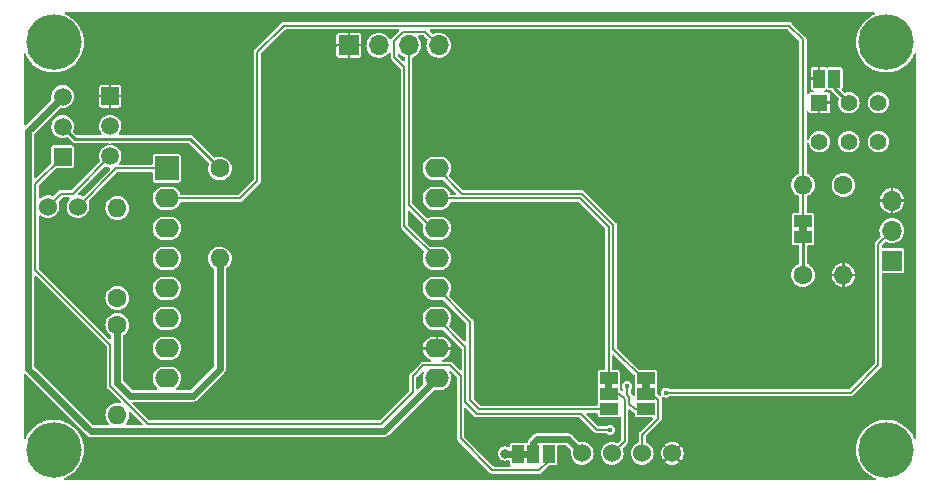
<source format=gbl>
G04 #@! TF.GenerationSoftware,KiCad,Pcbnew,6.0.2+dfsg-1*
G04 #@! TF.CreationDate,2023-06-15T00:09:11-07:00*
G04 #@! TF.ProjectId,DNS-DriveBy,444e532d-4472-4697-9665-42792e6b6963,rev?*
G04 #@! TF.SameCoordinates,Original*
G04 #@! TF.FileFunction,Copper,L2,Bot*
G04 #@! TF.FilePolarity,Positive*
%FSLAX46Y46*%
G04 Gerber Fmt 4.6, Leading zero omitted, Abs format (unit mm)*
G04 Created by KiCad (PCBNEW 6.0.2+dfsg-1) date 2023-06-15 00:09:11*
%MOMM*%
%LPD*%
G01*
G04 APERTURE LIST*
G04 #@! TA.AperFunction,ComponentPad*
%ADD10C,4.700000*%
G04 #@! TD*
G04 #@! TA.AperFunction,ComponentPad*
%ADD11C,1.600000*%
G04 #@! TD*
G04 #@! TA.AperFunction,ComponentPad*
%ADD12O,1.600000X1.600000*%
G04 #@! TD*
G04 #@! TA.AperFunction,ComponentPad*
%ADD13R,1.500000X1.500000*%
G04 #@! TD*
G04 #@! TA.AperFunction,ComponentPad*
%ADD14C,1.500000*%
G04 #@! TD*
G04 #@! TA.AperFunction,ComponentPad*
%ADD15R,1.700000X1.700000*%
G04 #@! TD*
G04 #@! TA.AperFunction,ComponentPad*
%ADD16O,1.700000X1.700000*%
G04 #@! TD*
G04 #@! TA.AperFunction,ComponentPad*
%ADD17C,1.524000*%
G04 #@! TD*
G04 #@! TA.AperFunction,ComponentPad*
%ADD18R,2.000000X2.000000*%
G04 #@! TD*
G04 #@! TA.AperFunction,ComponentPad*
%ADD19O,2.000000X1.600000*%
G04 #@! TD*
G04 #@! TA.AperFunction,ComponentPad*
%ADD20R,1.400000X1.400000*%
G04 #@! TD*
G04 #@! TA.AperFunction,ComponentPad*
%ADD21C,1.400000*%
G04 #@! TD*
G04 #@! TA.AperFunction,SMDPad,CuDef*
%ADD22R,1.500000X1.000000*%
G04 #@! TD*
G04 #@! TA.AperFunction,SMDPad,CuDef*
%ADD23R,1.000000X1.500000*%
G04 #@! TD*
G04 #@! TA.AperFunction,ViaPad*
%ADD24C,0.800000*%
G04 #@! TD*
G04 #@! TA.AperFunction,ViaPad*
%ADD25C,0.400000*%
G04 #@! TD*
G04 #@! TA.AperFunction,Conductor*
%ADD26C,0.600000*%
G04 #@! TD*
G04 #@! TA.AperFunction,Conductor*
%ADD27C,0.250000*%
G04 #@! TD*
G04 #@! TA.AperFunction,Conductor*
%ADD28C,0.200000*%
G04 #@! TD*
G04 APERTURE END LIST*
G36*
X50807500Y-32850000D02*
G01*
X50207500Y-32850000D01*
X50207500Y-32350000D01*
X50807500Y-32350000D01*
X50807500Y-32850000D01*
G37*
G36*
X67255200Y-19563200D02*
G01*
X66655200Y-19563200D01*
X66655200Y-19063200D01*
X67255200Y-19063200D01*
X67255200Y-19563200D01*
G37*
G36*
X43730200Y-38663200D02*
G01*
X43230200Y-38663200D01*
X43230200Y-38063200D01*
X43730200Y-38063200D01*
X43730200Y-38663200D01*
G37*
G36*
X53957500Y-32850000D02*
G01*
X53357500Y-32850000D01*
X53357500Y-32350000D01*
X53957500Y-32350000D01*
X53957500Y-32850000D01*
G37*
D10*
X3500000Y-3500000D03*
D11*
X8890000Y-25146000D03*
D12*
X8890000Y-17526000D03*
D13*
X4260000Y-13167200D03*
D14*
X4260000Y-10627200D03*
X4260000Y-8087200D03*
D11*
X70379000Y-15575000D03*
D12*
X70379000Y-23195000D03*
D15*
X28500000Y-3750000D03*
D16*
X31040000Y-3750000D03*
X33580000Y-3750000D03*
X36120000Y-3750000D03*
D17*
X48260000Y-38301200D03*
X50800000Y-38301200D03*
X53340000Y-38301200D03*
X55880000Y-38301200D03*
D18*
X13081000Y-14173200D03*
D19*
X13081000Y-16713200D03*
X13081000Y-19253200D03*
X13081000Y-21793200D03*
X13081000Y-24333200D03*
X13081000Y-26873200D03*
X13081000Y-29413200D03*
X13081000Y-31953200D03*
X35941000Y-31953200D03*
X35941000Y-29413200D03*
X35941000Y-26873200D03*
X35941000Y-24333200D03*
X35941000Y-21793200D03*
X35941000Y-19253200D03*
X35941000Y-16713200D03*
X35941000Y-14173200D03*
D11*
X17580200Y-14178200D03*
D12*
X17580200Y-21798200D03*
D10*
X74000000Y-3500000D03*
D15*
X74479000Y-21975000D03*
D16*
X74479000Y-19435000D03*
X74479000Y-16895000D03*
D20*
X68331500Y-8607800D03*
D21*
X70831500Y-8607800D03*
X73331500Y-8607800D03*
X68331500Y-11907800D03*
X70831500Y-11907800D03*
X73331500Y-11907800D03*
D11*
X66950000Y-23195000D03*
D12*
X66950000Y-15575000D03*
D11*
X8890000Y-27432000D03*
D12*
X8890000Y-35052000D03*
D17*
X5570000Y-17410400D03*
X3030000Y-17410400D03*
D13*
X8287600Y-8067200D03*
D14*
X8287600Y-10607200D03*
X8287600Y-13147200D03*
D10*
X74000000Y-38000000D03*
X3500000Y-38000000D03*
D22*
X50507500Y-31950000D03*
X50507500Y-33250000D03*
X50507500Y-34550000D03*
X66955200Y-19963200D03*
X66955200Y-18663200D03*
D23*
X42830200Y-38363200D03*
X44130200Y-38363200D03*
X45430200Y-38363200D03*
D22*
X53657500Y-31950000D03*
X53657500Y-33250000D03*
X53657500Y-34550000D03*
D23*
X68305200Y-6563200D03*
X69605200Y-6563200D03*
D24*
X41705200Y-38313200D03*
D25*
X55350000Y-33150000D03*
X50600000Y-36300000D03*
X52050000Y-32600000D03*
D26*
X31481000Y-36413200D02*
X35941000Y-31953200D01*
X1368969Y-31126969D02*
X6655200Y-36413200D01*
X4260000Y-8087200D02*
X1368969Y-10978231D01*
X6655200Y-36413200D02*
X31481000Y-36413200D01*
X41755200Y-38363200D02*
X41705200Y-38313200D01*
D27*
X66955200Y-23189800D02*
X66950000Y-23195000D01*
X66955200Y-19963200D02*
X66955200Y-23189800D01*
D26*
X1368969Y-10978231D02*
X1368969Y-31126969D01*
X42830200Y-38363200D02*
X41755200Y-38363200D01*
D28*
X20755200Y-15238200D02*
X19280200Y-16713200D01*
X19280200Y-16713200D02*
X13081000Y-16713200D01*
X66950000Y-15575000D02*
X66950000Y-18658000D01*
X66950000Y-3258000D02*
X65780200Y-2088200D01*
X66950000Y-15575000D02*
X66950000Y-3258000D01*
X65780200Y-2088200D02*
X23005200Y-2088200D01*
X23005200Y-2088200D02*
X20755200Y-4338200D01*
X66950000Y-18658000D02*
X66955200Y-18663200D01*
X20755200Y-4338200D02*
X20755200Y-15238200D01*
X48063200Y-16713200D02*
X50507500Y-19157500D01*
X35941000Y-16713200D02*
X48063200Y-16713200D01*
X50507500Y-19157500D02*
X50507500Y-31950000D01*
X48228687Y-16313681D02*
X38081480Y-16313680D01*
X53407500Y-31950000D02*
X50907020Y-29449520D01*
X53657500Y-31950000D02*
X53407500Y-31950000D01*
X50907020Y-18992014D02*
X48228687Y-16313681D01*
X38081480Y-16313680D02*
X35941000Y-14173200D01*
X50907020Y-29449520D02*
X50907020Y-18992014D01*
D27*
X69605200Y-7381500D02*
X70831500Y-8607800D01*
X69605200Y-6563200D02*
X69605200Y-7381500D01*
D28*
X8807200Y-14173200D02*
X13081000Y-14173200D01*
X5570000Y-17410400D02*
X8807200Y-14173200D01*
X45430200Y-38912222D02*
X44629222Y-39713200D01*
X45430200Y-38363200D02*
X45430200Y-38912222D01*
X8290480Y-32596330D02*
X8290480Y-29098480D01*
X33905200Y-33141150D02*
X31232670Y-35813680D01*
X34814720Y-30853680D02*
X33905200Y-31763200D01*
X8290480Y-29098480D02*
X1968489Y-22776489D01*
X11507830Y-35813680D02*
X8290480Y-32596330D01*
X37955681Y-37027940D02*
X37955680Y-31713680D01*
X44629222Y-39713200D02*
X40640941Y-39713200D01*
X33905200Y-31763200D02*
X33905200Y-33141150D01*
X1968489Y-15458711D02*
X4260000Y-13167200D01*
X1968489Y-22776489D02*
X1968489Y-15458711D01*
X37095680Y-30853680D02*
X34814720Y-30853680D01*
X31232670Y-35813680D02*
X11507830Y-35813680D01*
X40640941Y-39713200D02*
X37955681Y-37027940D01*
X37955680Y-31713680D02*
X37095680Y-30853680D01*
D26*
X9955200Y-33413200D02*
X8890000Y-32348000D01*
X17580200Y-31138200D02*
X15305200Y-33413200D01*
D28*
X4127200Y-16313200D02*
X5121600Y-16313200D01*
X5121600Y-16313200D02*
X8287600Y-13147200D01*
X3030000Y-17410400D02*
X4127200Y-16313200D01*
D26*
X17580200Y-21798200D02*
X17580200Y-31138200D01*
X15305200Y-33413200D02*
X9955200Y-33413200D01*
X8890000Y-32348000D02*
X8890000Y-27432000D01*
D28*
X35941000Y-19253200D02*
X35553200Y-19253200D01*
X33580000Y-17280000D02*
X33580000Y-3750000D01*
X35553200Y-19253200D02*
X33580000Y-17280000D01*
X33180480Y-19032680D02*
X35941000Y-21793200D01*
X36120000Y-3750000D02*
X34970489Y-2600489D01*
X33099511Y-2600489D02*
X32350000Y-3350000D01*
X32350000Y-4750000D02*
X33180480Y-5580480D01*
X33180480Y-5580480D02*
X33180480Y-19032680D01*
X32350000Y-3350000D02*
X32350000Y-4750000D01*
X34970489Y-2600489D02*
X33099511Y-2600489D01*
D27*
X4260000Y-10627200D02*
X5314511Y-11681711D01*
X5314511Y-11681711D02*
X15083711Y-11681711D01*
X15083711Y-11681711D02*
X17580200Y-14178200D01*
D26*
X44130200Y-37414178D02*
X44430689Y-37113689D01*
X47072489Y-37113689D02*
X48260000Y-38301200D01*
X44430689Y-37113689D02*
X47072489Y-37113689D01*
X44130200Y-38363200D02*
X44130200Y-37414178D01*
D28*
X38754720Y-33804720D02*
X39500000Y-34550000D01*
X35941000Y-24333200D02*
X38754720Y-27146920D01*
X39500000Y-34550000D02*
X50507500Y-34550000D01*
X38754720Y-27146920D02*
X38754720Y-33804720D01*
X73329489Y-20584511D02*
X73329489Y-30820511D01*
X74479000Y-19435000D02*
X73329489Y-20584511D01*
X53657500Y-34550000D02*
X52707500Y-34550000D01*
X52050000Y-33334994D02*
X52050000Y-32600000D01*
X52256531Y-34099031D02*
X52256531Y-33541525D01*
X52707500Y-34550000D02*
X52256531Y-34099031D01*
X38355200Y-29287400D02*
X38355200Y-33970206D01*
X73329489Y-30820511D02*
X71000000Y-33150000D01*
X39334513Y-34949519D02*
X48150000Y-34949520D01*
X52256531Y-33541525D02*
X52050000Y-33334994D01*
X35941000Y-26873200D02*
X38355200Y-29287400D01*
X71000000Y-33150000D02*
X55350000Y-33150000D01*
X48150000Y-34949520D02*
X49500480Y-36300000D01*
X38355200Y-33970206D02*
X39334513Y-34949519D01*
X49500480Y-36300000D02*
X50600000Y-36300000D01*
X51857011Y-33707011D02*
X51400000Y-33250000D01*
X51400000Y-33250000D02*
X50807500Y-33250000D01*
X51857011Y-37244189D02*
X51857011Y-33707011D01*
X50800000Y-38301200D02*
X51857011Y-37244189D01*
X53657500Y-33250000D02*
X54206522Y-33250000D01*
X53340000Y-36716522D02*
X53340000Y-38301200D01*
X54206522Y-33250000D02*
X54707011Y-33750489D01*
X54707011Y-33750489D02*
X54707011Y-35349511D01*
X54707011Y-35349511D02*
X53340000Y-36716522D01*
G04 #@! TA.AperFunction,Conductor*
G36*
X73026160Y-978907D02*
G01*
X73062124Y-1028407D01*
X73062124Y-1089593D01*
X73026160Y-1139093D01*
X73004413Y-1151048D01*
X72911903Y-1187676D01*
X72630672Y-1342284D01*
X72438946Y-1481581D01*
X72381007Y-1523676D01*
X72371036Y-1530920D01*
X72137089Y-1750610D01*
X72076665Y-1823650D01*
X71943519Y-1984597D01*
X71932522Y-1997890D01*
X71760561Y-2268858D01*
X71759244Y-2271658D01*
X71759239Y-2271666D01*
X71644822Y-2514814D01*
X71623916Y-2559242D01*
X71622954Y-2562203D01*
X71525702Y-2861512D01*
X71525700Y-2861520D01*
X71524744Y-2864462D01*
X71464608Y-3179706D01*
X71464413Y-3182809D01*
X71464412Y-3182815D01*
X71454036Y-3347749D01*
X71444457Y-3500000D01*
X71444652Y-3503099D01*
X71462069Y-3779930D01*
X71464608Y-3820294D01*
X71524744Y-4135538D01*
X71525700Y-4138480D01*
X71525702Y-4138488D01*
X71595811Y-4354260D01*
X71623916Y-4440758D01*
X71625243Y-4443578D01*
X71759239Y-4728334D01*
X71759244Y-4728342D01*
X71760561Y-4731142D01*
X71932522Y-5002110D01*
X71934499Y-5004499D01*
X71934502Y-5004504D01*
X72021508Y-5109676D01*
X72137089Y-5249390D01*
X72139355Y-5251518D01*
X72139356Y-5251519D01*
X72191725Y-5300696D01*
X72371036Y-5469080D01*
X72630672Y-5657716D01*
X72911903Y-5812324D01*
X73210294Y-5930466D01*
X73521139Y-6010277D01*
X73524220Y-6010666D01*
X73524224Y-6010667D01*
X73630933Y-6024147D01*
X73839536Y-6050500D01*
X74160464Y-6050500D01*
X74369067Y-6024147D01*
X74475776Y-6010667D01*
X74475780Y-6010666D01*
X74478861Y-6010277D01*
X74789706Y-5930466D01*
X75088097Y-5812324D01*
X75369328Y-5657716D01*
X75628964Y-5469080D01*
X75808275Y-5300696D01*
X75860644Y-5251519D01*
X75860645Y-5251518D01*
X75862911Y-5249390D01*
X75978492Y-5109676D01*
X76065498Y-5004504D01*
X76065501Y-5004499D01*
X76067478Y-5002110D01*
X76239439Y-4731142D01*
X76240756Y-4728342D01*
X76240761Y-4728334D01*
X76371409Y-4450693D01*
X76413294Y-4406091D01*
X76473395Y-4394626D01*
X76528757Y-4420677D01*
X76558233Y-4474294D01*
X76559987Y-4492845D01*
X76559987Y-37007155D01*
X76541080Y-37065346D01*
X76491580Y-37101310D01*
X76430394Y-37101310D01*
X76380894Y-37065346D01*
X76371409Y-37049307D01*
X76240761Y-36771666D01*
X76240756Y-36771658D01*
X76239439Y-36768858D01*
X76067478Y-36497890D01*
X76059700Y-36488487D01*
X75864892Y-36253005D01*
X75862911Y-36250610D01*
X75628964Y-36030920D01*
X75369328Y-35842284D01*
X75088097Y-35687676D01*
X74789706Y-35569534D01*
X74478861Y-35489723D01*
X74475780Y-35489334D01*
X74475776Y-35489333D01*
X74349374Y-35473365D01*
X74160464Y-35449500D01*
X73839536Y-35449500D01*
X73650626Y-35473365D01*
X73524224Y-35489333D01*
X73524220Y-35489334D01*
X73521139Y-35489723D01*
X73210294Y-35569534D01*
X72911903Y-35687676D01*
X72630672Y-35842284D01*
X72371036Y-36030920D01*
X72137089Y-36250610D01*
X72135108Y-36253005D01*
X71940301Y-36488487D01*
X71932522Y-36497890D01*
X71760561Y-36768858D01*
X71759244Y-36771658D01*
X71759239Y-36771666D01*
X71628591Y-37049307D01*
X71623916Y-37059242D01*
X71615217Y-37086015D01*
X71525702Y-37361512D01*
X71525700Y-37361520D01*
X71524744Y-37364462D01*
X71464608Y-37679706D01*
X71464413Y-37682809D01*
X71464412Y-37682815D01*
X71449732Y-37916154D01*
X71444457Y-38000000D01*
X71444652Y-38003099D01*
X71464162Y-38313200D01*
X71464608Y-38320294D01*
X71524744Y-38635538D01*
X71525700Y-38638480D01*
X71525702Y-38638488D01*
X71596349Y-38855916D01*
X71623916Y-38940758D01*
X71625243Y-38943578D01*
X71759239Y-39228334D01*
X71759244Y-39228342D01*
X71760561Y-39231142D01*
X71932522Y-39502110D01*
X71934499Y-39504499D01*
X71934502Y-39504504D01*
X71975289Y-39553807D01*
X72137089Y-39749390D01*
X72139355Y-39751518D01*
X72139356Y-39751519D01*
X72178275Y-39788066D01*
X72371036Y-39969080D01*
X72373555Y-39970910D01*
X72373556Y-39970911D01*
X72406439Y-39994802D01*
X72630672Y-40157716D01*
X72911903Y-40312324D01*
X72994860Y-40345169D01*
X73054933Y-40368954D01*
X73102077Y-40407955D01*
X73117293Y-40467219D01*
X73094769Y-40524107D01*
X73043108Y-40556892D01*
X73018488Y-40560002D01*
X4481512Y-40560002D01*
X4423321Y-40541095D01*
X4387357Y-40491595D01*
X4387357Y-40430409D01*
X4423321Y-40380909D01*
X4445067Y-40368954D01*
X4505140Y-40345169D01*
X4588097Y-40312324D01*
X4869328Y-40157716D01*
X5093561Y-39994802D01*
X5126444Y-39970911D01*
X5126445Y-39970910D01*
X5128964Y-39969080D01*
X5321725Y-39788066D01*
X5360644Y-39751519D01*
X5360645Y-39751518D01*
X5362911Y-39749390D01*
X5524711Y-39553807D01*
X5565498Y-39504504D01*
X5565501Y-39504499D01*
X5567478Y-39502110D01*
X5739439Y-39231142D01*
X5740756Y-39228342D01*
X5740761Y-39228334D01*
X5874757Y-38943578D01*
X5876084Y-38940758D01*
X5903651Y-38855916D01*
X5974298Y-38638488D01*
X5974300Y-38638480D01*
X5975256Y-38635538D01*
X6035392Y-38320294D01*
X6035839Y-38313200D01*
X6055348Y-38003099D01*
X6055543Y-38000000D01*
X6050268Y-37916154D01*
X6035588Y-37682815D01*
X6035587Y-37682809D01*
X6035392Y-37679706D01*
X5975256Y-37364462D01*
X5974300Y-37361520D01*
X5974298Y-37361512D01*
X5884783Y-37086015D01*
X5876084Y-37059242D01*
X5871409Y-37049307D01*
X5740761Y-36771666D01*
X5740756Y-36771658D01*
X5739439Y-36768858D01*
X5567478Y-36497890D01*
X5559700Y-36488487D01*
X5364892Y-36253005D01*
X5362911Y-36250610D01*
X5128964Y-36030920D01*
X4869328Y-35842284D01*
X4588097Y-35687676D01*
X4289706Y-35569534D01*
X3978861Y-35489723D01*
X3975780Y-35489334D01*
X3975776Y-35489333D01*
X3849374Y-35473365D01*
X3660464Y-35449500D01*
X3339536Y-35449500D01*
X3150626Y-35473365D01*
X3024224Y-35489333D01*
X3024220Y-35489334D01*
X3021139Y-35489723D01*
X2710294Y-35569534D01*
X2411903Y-35687676D01*
X2130672Y-35842284D01*
X1871036Y-36030920D01*
X1637089Y-36250610D01*
X1635108Y-36253005D01*
X1440301Y-36488487D01*
X1432522Y-36497890D01*
X1260561Y-36768858D01*
X1259244Y-36771658D01*
X1259239Y-36771666D01*
X1148576Y-37006837D01*
X1106691Y-37051439D01*
X1046590Y-37062904D01*
X991228Y-37036853D01*
X961752Y-36983236D01*
X959998Y-36964685D01*
X959998Y-31664820D01*
X978905Y-31606629D01*
X1028405Y-31570665D01*
X1089591Y-31570665D01*
X1129002Y-31594816D01*
X6253805Y-36719619D01*
X6261779Y-36729599D01*
X6261796Y-36729584D01*
X6266366Y-36734954D01*
X6270130Y-36740920D01*
X6275415Y-36745588D01*
X6275418Y-36745591D01*
X6310408Y-36776492D01*
X6314878Y-36780692D01*
X6326707Y-36792521D01*
X6335760Y-36799306D01*
X6341896Y-36804301D01*
X6377588Y-36835823D01*
X6383971Y-36838820D01*
X6383974Y-36838822D01*
X6386872Y-36840183D01*
X6404162Y-36850572D01*
X6406730Y-36852497D01*
X6406736Y-36852501D01*
X6412376Y-36856727D01*
X6418978Y-36859202D01*
X6418980Y-36859203D01*
X6456953Y-36873438D01*
X6464276Y-36876524D01*
X6500970Y-36893752D01*
X6500973Y-36893753D01*
X6507363Y-36896753D01*
X6517502Y-36898332D01*
X6537017Y-36903452D01*
X6540017Y-36904577D01*
X6540019Y-36904577D01*
X6546620Y-36907052D01*
X6594108Y-36910581D01*
X6601993Y-36911487D01*
X6612428Y-36913112D01*
X6612436Y-36913113D01*
X6616209Y-36913700D01*
X6632409Y-36913700D01*
X6639746Y-36913972D01*
X6689592Y-36917676D01*
X6696487Y-36916204D01*
X6696489Y-36916204D01*
X6698001Y-36915881D01*
X6718668Y-36913700D01*
X31413834Y-36913700D01*
X31426535Y-36915119D01*
X31426537Y-36915097D01*
X31433569Y-36915663D01*
X31440447Y-36917219D01*
X31494101Y-36913890D01*
X31500233Y-36913700D01*
X31516940Y-36913700D01*
X31520427Y-36913201D01*
X31520435Y-36913200D01*
X31528121Y-36912099D01*
X31536024Y-36911289D01*
X31576501Y-36908778D01*
X31576504Y-36908777D01*
X31583538Y-36908341D01*
X31590167Y-36905948D01*
X31590171Y-36905947D01*
X31593187Y-36904858D01*
X31612763Y-36899977D01*
X31613955Y-36899806D01*
X31615936Y-36899523D01*
X31615937Y-36899523D01*
X31622918Y-36898523D01*
X31629337Y-36895604D01*
X31629342Y-36895603D01*
X31666257Y-36878819D01*
X31673615Y-36875823D01*
X31687810Y-36870698D01*
X31718387Y-36859660D01*
X31726672Y-36853608D01*
X31744086Y-36843432D01*
X31753428Y-36839184D01*
X31784980Y-36811997D01*
X31789495Y-36808107D01*
X31795716Y-36803167D01*
X31796146Y-36802853D01*
X31807336Y-36794678D01*
X31818800Y-36783214D01*
X31824181Y-36778219D01*
X31856693Y-36750205D01*
X31856694Y-36750204D01*
X31862037Y-36745600D01*
X31866711Y-36738389D01*
X31879782Y-36722232D01*
X35619318Y-32982696D01*
X35673835Y-32954919D01*
X35689322Y-32953700D01*
X36191800Y-32953700D01*
X36194288Y-32953447D01*
X36194294Y-32953447D01*
X36254816Y-32947299D01*
X36343216Y-32938320D01*
X36485302Y-32893793D01*
X36532389Y-32879037D01*
X36532390Y-32879037D01*
X36537172Y-32877538D01*
X36714944Y-32778997D01*
X36869271Y-32646723D01*
X36993848Y-32486119D01*
X37083587Y-32303745D01*
X37134822Y-32107052D01*
X37135209Y-32099678D01*
X37140573Y-31997315D01*
X37145459Y-31904074D01*
X37115065Y-31703103D01*
X37044881Y-31512348D01*
X37031534Y-31490821D01*
X37016939Y-31431402D01*
X37040057Y-31374752D01*
X37092058Y-31342510D01*
X37153079Y-31346991D01*
X37185677Y-31368648D01*
X37626184Y-31809155D01*
X37653961Y-31863672D01*
X37655180Y-31879159D01*
X37655181Y-36974432D01*
X37654878Y-36978557D01*
X37653256Y-36983282D01*
X37653599Y-36992416D01*
X37655111Y-37032701D01*
X37655181Y-37036414D01*
X37655181Y-37055888D01*
X37656006Y-37060318D01*
X37656342Y-37065511D01*
X37657455Y-37095148D01*
X37661061Y-37103542D01*
X37661062Y-37103545D01*
X37661998Y-37105723D01*
X37668364Y-37126674D01*
X37670472Y-37137993D01*
X37680974Y-37155030D01*
X37684449Y-37160668D01*
X37691132Y-37173535D01*
X37701645Y-37198003D01*
X37705659Y-37202889D01*
X37710023Y-37207253D01*
X37724294Y-37225308D01*
X37729213Y-37233288D01*
X37752450Y-37250958D01*
X37762520Y-37259750D01*
X40390621Y-39887851D01*
X40393321Y-39890980D01*
X40395516Y-39895469D01*
X40402219Y-39901687D01*
X40431763Y-39929093D01*
X40434439Y-39931669D01*
X40448218Y-39945448D01*
X40451928Y-39947993D01*
X40455841Y-39951429D01*
X40477587Y-39971601D01*
X40486075Y-39974988D01*
X40486076Y-39974988D01*
X40488277Y-39975866D01*
X40507593Y-39986180D01*
X40509548Y-39987521D01*
X40509551Y-39987522D01*
X40517087Y-39992692D01*
X40542999Y-39998841D01*
X40556825Y-40003214D01*
X40575073Y-40010494D01*
X40575075Y-40010494D01*
X40581563Y-40013083D01*
X40587856Y-40013700D01*
X40594025Y-40013700D01*
X40616884Y-40016375D01*
X40617114Y-40016430D01*
X40617116Y-40016430D01*
X40626007Y-40018540D01*
X40654929Y-40014604D01*
X40668278Y-40013700D01*
X44575714Y-40013700D01*
X44579839Y-40014003D01*
X44584564Y-40015625D01*
X44633983Y-40013770D01*
X44637696Y-40013700D01*
X44657170Y-40013700D01*
X44661600Y-40012875D01*
X44666793Y-40012539D01*
X44682824Y-40011937D01*
X44687297Y-40011769D01*
X44696430Y-40011426D01*
X44704824Y-40007820D01*
X44704827Y-40007819D01*
X44707005Y-40006883D01*
X44727956Y-40000517D01*
X44739275Y-39998409D01*
X44761951Y-39984432D01*
X44774818Y-39977748D01*
X44792864Y-39969995D01*
X44792865Y-39969994D01*
X44799285Y-39967236D01*
X44804171Y-39963222D01*
X44808535Y-39958858D01*
X44826590Y-39944587D01*
X44834570Y-39939668D01*
X44852240Y-39916431D01*
X44861032Y-39906361D01*
X45424697Y-39342696D01*
X45479214Y-39314919D01*
X45494701Y-39313700D01*
X45949948Y-39313700D01*
X45976195Y-39308479D01*
X45998866Y-39303970D01*
X45998868Y-39303969D01*
X46008431Y-39302067D01*
X46074752Y-39257752D01*
X46119067Y-39191431D01*
X46130700Y-39132948D01*
X46130700Y-37713189D01*
X46149607Y-37654998D01*
X46199107Y-37619034D01*
X46229700Y-37614189D01*
X46824167Y-37614189D01*
X46882358Y-37633096D01*
X46894171Y-37643185D01*
X47284032Y-38033046D01*
X47311809Y-38087563D01*
X47312411Y-38114086D01*
X47297142Y-38250213D01*
X47292937Y-38287696D01*
X47295932Y-38323360D01*
X47308320Y-38470881D01*
X47308732Y-38475790D01*
X47310065Y-38480438D01*
X47310065Y-38480439D01*
X47355385Y-38638488D01*
X47360760Y-38657234D01*
X47362975Y-38661544D01*
X47444827Y-38820812D01*
X47444830Y-38820816D01*
X47447040Y-38825117D01*
X47564285Y-38973044D01*
X47567972Y-38976182D01*
X47567974Y-38976184D01*
X47704342Y-39092242D01*
X47704347Y-39092245D01*
X47708030Y-39095380D01*
X47712253Y-39097740D01*
X47712257Y-39097743D01*
X47835203Y-39166455D01*
X47872800Y-39187467D01*
X47913592Y-39200721D01*
X48047718Y-39244301D01*
X48047721Y-39244302D01*
X48052317Y-39245795D01*
X48057113Y-39246367D01*
X48057118Y-39246368D01*
X48146031Y-39256970D01*
X48239745Y-39268145D01*
X48244567Y-39267774D01*
X48244570Y-39267774D01*
X48306278Y-39263026D01*
X48427945Y-39253664D01*
X48609748Y-39202903D01*
X48778229Y-39117798D01*
X48926970Y-39001588D01*
X48930132Y-38997925D01*
X48930137Y-38997920D01*
X49012755Y-38902205D01*
X49050307Y-38858701D01*
X49052867Y-38854196D01*
X49141153Y-38698784D01*
X49141154Y-38698781D01*
X49143542Y-38694578D01*
X49145137Y-38689785D01*
X49201596Y-38520063D01*
X49201596Y-38520061D01*
X49203123Y-38515472D01*
X49226780Y-38328205D01*
X49226891Y-38320294D01*
X49227002Y-38312286D01*
X49227157Y-38301200D01*
X49212963Y-38156438D01*
X49209210Y-38118155D01*
X49209209Y-38118151D01*
X49208738Y-38113345D01*
X49154181Y-37932645D01*
X49065566Y-37765983D01*
X48946266Y-37619708D01*
X48843834Y-37534969D01*
X48804554Y-37502474D01*
X48804553Y-37502473D01*
X48800827Y-37499391D01*
X48634788Y-37409614D01*
X48454474Y-37353797D01*
X48449660Y-37353291D01*
X48271568Y-37334573D01*
X48271566Y-37334573D01*
X48266752Y-37334067D01*
X48203310Y-37339841D01*
X48083593Y-37350735D01*
X48083589Y-37350736D01*
X48078773Y-37351174D01*
X48078143Y-37351359D01*
X48018751Y-37343858D01*
X47990897Y-37324283D01*
X47473884Y-36807270D01*
X47465910Y-36797290D01*
X47465893Y-36797305D01*
X47461323Y-36791935D01*
X47457559Y-36785969D01*
X47452274Y-36781301D01*
X47452271Y-36781298D01*
X47417281Y-36750397D01*
X47412811Y-36746197D01*
X47400983Y-36734369D01*
X47391936Y-36727589D01*
X47385790Y-36722585D01*
X47350101Y-36691066D01*
X47340818Y-36686707D01*
X47323523Y-36676316D01*
X47315313Y-36670163D01*
X47293536Y-36661999D01*
X47270743Y-36653454D01*
X47263423Y-36650369D01*
X47226715Y-36633135D01*
X47226711Y-36633134D01*
X47220326Y-36630136D01*
X47213358Y-36629051D01*
X47213354Y-36629050D01*
X47210197Y-36628559D01*
X47190669Y-36623436D01*
X47187669Y-36622311D01*
X47187667Y-36622311D01*
X47181069Y-36619837D01*
X47133581Y-36616308D01*
X47125696Y-36615402D01*
X47115261Y-36613777D01*
X47115253Y-36613776D01*
X47111480Y-36613189D01*
X47095280Y-36613189D01*
X47087944Y-36612917D01*
X47084654Y-36612673D01*
X47038097Y-36609213D01*
X47031202Y-36610685D01*
X47031200Y-36610685D01*
X47029688Y-36611008D01*
X47009021Y-36613189D01*
X44497855Y-36613189D01*
X44485154Y-36611770D01*
X44485152Y-36611792D01*
X44478120Y-36611226D01*
X44471242Y-36609670D01*
X44420082Y-36612844D01*
X44417587Y-36612999D01*
X44411456Y-36613189D01*
X44394749Y-36613189D01*
X44391262Y-36613688D01*
X44391254Y-36613689D01*
X44383568Y-36614790D01*
X44375665Y-36615600D01*
X44335188Y-36618111D01*
X44335185Y-36618112D01*
X44328151Y-36618548D01*
X44321522Y-36620941D01*
X44321518Y-36620942D01*
X44318502Y-36622031D01*
X44298926Y-36626912D01*
X44298324Y-36626998D01*
X44295753Y-36627366D01*
X44295752Y-36627366D01*
X44288771Y-36628366D01*
X44282352Y-36631285D01*
X44282347Y-36631286D01*
X44245432Y-36648070D01*
X44238074Y-36651066D01*
X44223879Y-36656191D01*
X44193302Y-36667229D01*
X44185017Y-36673281D01*
X44167603Y-36683457D01*
X44158261Y-36687705D01*
X44142403Y-36701369D01*
X44122194Y-36718782D01*
X44115973Y-36723722D01*
X44104353Y-36732211D01*
X44092889Y-36743675D01*
X44087508Y-36748670D01*
X44049652Y-36781289D01*
X44045815Y-36787209D01*
X44044978Y-36788500D01*
X44031907Y-36804657D01*
X43823781Y-37012783D01*
X43813801Y-37020757D01*
X43813816Y-37020774D01*
X43808446Y-37025344D01*
X43802480Y-37029108D01*
X43797812Y-37034393D01*
X43797809Y-37034396D01*
X43766908Y-37069386D01*
X43762708Y-37073856D01*
X43750880Y-37085684D01*
X43744102Y-37094728D01*
X43739096Y-37100877D01*
X43707577Y-37136566D01*
X43703218Y-37145849D01*
X43692827Y-37163144D01*
X43686674Y-37171354D01*
X43684198Y-37177959D01*
X43669965Y-37215924D01*
X43666880Y-37223244D01*
X43649646Y-37259952D01*
X43649645Y-37259956D01*
X43646647Y-37266341D01*
X43645562Y-37273309D01*
X43645561Y-37273313D01*
X43645070Y-37276470D01*
X43639947Y-37295998D01*
X43636348Y-37305598D01*
X43634237Y-37334004D01*
X43611069Y-37390633D01*
X43569147Y-37415330D01*
X43570542Y-37418699D01*
X43561534Y-37422430D01*
X43551969Y-37424333D01*
X43535202Y-37435537D01*
X43476316Y-37452146D01*
X43425198Y-37435537D01*
X43408431Y-37424333D01*
X43398868Y-37422431D01*
X43398866Y-37422430D01*
X43376030Y-37417888D01*
X43349948Y-37412700D01*
X42310452Y-37412700D01*
X42284370Y-37417888D01*
X42261534Y-37422430D01*
X42261532Y-37422431D01*
X42251969Y-37424333D01*
X42185648Y-37468648D01*
X42141333Y-37534969D01*
X42139431Y-37544532D01*
X42139430Y-37544534D01*
X42137731Y-37553078D01*
X42129700Y-37593452D01*
X42129700Y-37690893D01*
X42110793Y-37749084D01*
X42061293Y-37785048D01*
X42000107Y-37785048D01*
X41992819Y-37782359D01*
X41861962Y-37728156D01*
X41705200Y-37707518D01*
X41548438Y-37728156D01*
X41402359Y-37788664D01*
X41276918Y-37884918D01*
X41180664Y-38010359D01*
X41120156Y-38156438D01*
X41099518Y-38313200D01*
X41120156Y-38469962D01*
X41180664Y-38616041D01*
X41276918Y-38741482D01*
X41402359Y-38837736D01*
X41548438Y-38898244D01*
X41705200Y-38918882D01*
X41861962Y-38898244D01*
X41927164Y-38871236D01*
X41965051Y-38863700D01*
X42030700Y-38863700D01*
X42088891Y-38882607D01*
X42124855Y-38932107D01*
X42129700Y-38962700D01*
X42129700Y-39132948D01*
X42141333Y-39191431D01*
X42182834Y-39253541D01*
X42185648Y-39257752D01*
X42182512Y-39259847D01*
X42202060Y-39298213D01*
X42192489Y-39358645D01*
X42149224Y-39401910D01*
X42104279Y-39412700D01*
X40806420Y-39412700D01*
X40748229Y-39393793D01*
X40736416Y-39383704D01*
X38285177Y-36932465D01*
X38257400Y-36877948D01*
X38256181Y-36862461D01*
X38256181Y-35743696D01*
X38256180Y-34535165D01*
X38275087Y-34476974D01*
X38324587Y-34441010D01*
X38385773Y-34441010D01*
X38425184Y-34465161D01*
X39084193Y-35124170D01*
X39086893Y-35127299D01*
X39089088Y-35131788D01*
X39095791Y-35138006D01*
X39125335Y-35165412D01*
X39128011Y-35167988D01*
X39141790Y-35181767D01*
X39145500Y-35184312D01*
X39149413Y-35187748D01*
X39160322Y-35197867D01*
X39171159Y-35207920D01*
X39179645Y-35211306D01*
X39179647Y-35211307D01*
X39181850Y-35212186D01*
X39201161Y-35222497D01*
X39203120Y-35223841D01*
X39203123Y-35223842D01*
X39210659Y-35229012D01*
X39219551Y-35231122D01*
X39219553Y-35231123D01*
X39236579Y-35235163D01*
X39250398Y-35239533D01*
X39275135Y-35249402D01*
X39281428Y-35250019D01*
X39287598Y-35250019D01*
X39310454Y-35252694D01*
X39319579Y-35254859D01*
X39348499Y-35250923D01*
X39361850Y-35250019D01*
X40574040Y-35250019D01*
X47984521Y-35250020D01*
X48042712Y-35268927D01*
X48054525Y-35279016D01*
X49250160Y-36474651D01*
X49252860Y-36477780D01*
X49255055Y-36482269D01*
X49261758Y-36488487D01*
X49291302Y-36515893D01*
X49293978Y-36518469D01*
X49307757Y-36532248D01*
X49311467Y-36534793D01*
X49315380Y-36538229D01*
X49337126Y-36558401D01*
X49345614Y-36561788D01*
X49345615Y-36561788D01*
X49347816Y-36562666D01*
X49367132Y-36572980D01*
X49369087Y-36574321D01*
X49369090Y-36574322D01*
X49376626Y-36579492D01*
X49392142Y-36583174D01*
X49402538Y-36585641D01*
X49416364Y-36590014D01*
X49434612Y-36597294D01*
X49434614Y-36597294D01*
X49441102Y-36599883D01*
X49447395Y-36600500D01*
X49453564Y-36600500D01*
X49476423Y-36603175D01*
X49476653Y-36603230D01*
X49476655Y-36603230D01*
X49485546Y-36605340D01*
X49514468Y-36601404D01*
X49527817Y-36600500D01*
X50264814Y-36600500D01*
X50323005Y-36619407D01*
X50334818Y-36629496D01*
X50349755Y-36644433D01*
X50356692Y-36647968D01*
X50356694Y-36647969D01*
X50450433Y-36695731D01*
X50468438Y-36704905D01*
X50476131Y-36706124D01*
X50476133Y-36706124D01*
X50592303Y-36724523D01*
X50600000Y-36725742D01*
X50607697Y-36724523D01*
X50723867Y-36706124D01*
X50723869Y-36706124D01*
X50731562Y-36704905D01*
X50749567Y-36695731D01*
X50843306Y-36647969D01*
X50843308Y-36647968D01*
X50850245Y-36644433D01*
X50944433Y-36550245D01*
X50950556Y-36538229D01*
X51001369Y-36438502D01*
X51001369Y-36438501D01*
X51004905Y-36431562D01*
X51025742Y-36300000D01*
X51004905Y-36168438D01*
X50944433Y-36049755D01*
X50850245Y-35955567D01*
X50843308Y-35952032D01*
X50843306Y-35952031D01*
X50738502Y-35898631D01*
X50738501Y-35898631D01*
X50731562Y-35895095D01*
X50723869Y-35893876D01*
X50723867Y-35893876D01*
X50607697Y-35875477D01*
X50600000Y-35874258D01*
X50592303Y-35875477D01*
X50476133Y-35893876D01*
X50476131Y-35893876D01*
X50468438Y-35895095D01*
X50461499Y-35898631D01*
X50461498Y-35898631D01*
X50356694Y-35952031D01*
X50356692Y-35952032D01*
X50349755Y-35955567D01*
X50334818Y-35970504D01*
X50280301Y-35998281D01*
X50264814Y-35999500D01*
X49665959Y-35999500D01*
X49607768Y-35980593D01*
X49595955Y-35970504D01*
X48644955Y-35019504D01*
X48617178Y-34964987D01*
X48626749Y-34904555D01*
X48670014Y-34861290D01*
X48714959Y-34850500D01*
X49458000Y-34850500D01*
X49516191Y-34869407D01*
X49552155Y-34918907D01*
X49557000Y-34949500D01*
X49557000Y-35069748D01*
X49568633Y-35128231D01*
X49612948Y-35194552D01*
X49679269Y-35238867D01*
X49688832Y-35240769D01*
X49688834Y-35240770D01*
X49711505Y-35245279D01*
X49737752Y-35250500D01*
X51277248Y-35250500D01*
X51303495Y-35245279D01*
X51326166Y-35240770D01*
X51326168Y-35240769D01*
X51335731Y-35238867D01*
X51402052Y-35194552D01*
X51404267Y-35197867D01*
X51442024Y-35178629D01*
X51502456Y-35188200D01*
X51545721Y-35231465D01*
X51556511Y-35276410D01*
X51556511Y-37078710D01*
X51537604Y-37136901D01*
X51527515Y-37148714D01*
X51286118Y-37390111D01*
X51231601Y-37417888D01*
X51178126Y-37411419D01*
X51174788Y-37409614D01*
X51165417Y-37406713D01*
X51113471Y-37390633D01*
X50994474Y-37353797D01*
X50989660Y-37353291D01*
X50811568Y-37334573D01*
X50811566Y-37334573D01*
X50806752Y-37334067D01*
X50751883Y-37339060D01*
X50623592Y-37350735D01*
X50623588Y-37350736D01*
X50618773Y-37351174D01*
X50561458Y-37368043D01*
X50442344Y-37403100D01*
X50442341Y-37403101D01*
X50437697Y-37404468D01*
X50421951Y-37412700D01*
X50274717Y-37489671D01*
X50274713Y-37489674D01*
X50270420Y-37491918D01*
X50266644Y-37494954D01*
X50266641Y-37494956D01*
X50138095Y-37598310D01*
X50123316Y-37610193D01*
X50120207Y-37613898D01*
X50120204Y-37613901D01*
X50006772Y-37749084D01*
X50001986Y-37754788D01*
X49999650Y-37759036D01*
X49999650Y-37759037D01*
X49942661Y-37862700D01*
X49911052Y-37920196D01*
X49853978Y-38100117D01*
X49843310Y-38195218D01*
X49837142Y-38250213D01*
X49832937Y-38287696D01*
X49835932Y-38323360D01*
X49848320Y-38470881D01*
X49848732Y-38475790D01*
X49850065Y-38480438D01*
X49850065Y-38480439D01*
X49895385Y-38638488D01*
X49900760Y-38657234D01*
X49902975Y-38661544D01*
X49984827Y-38820812D01*
X49984830Y-38820816D01*
X49987040Y-38825117D01*
X50104285Y-38973044D01*
X50107972Y-38976182D01*
X50107974Y-38976184D01*
X50244342Y-39092242D01*
X50244347Y-39092245D01*
X50248030Y-39095380D01*
X50252253Y-39097740D01*
X50252257Y-39097743D01*
X50375203Y-39166455D01*
X50412800Y-39187467D01*
X50453592Y-39200721D01*
X50587718Y-39244301D01*
X50587721Y-39244302D01*
X50592317Y-39245795D01*
X50597113Y-39246367D01*
X50597118Y-39246368D01*
X50686031Y-39256970D01*
X50779745Y-39268145D01*
X50784567Y-39267774D01*
X50784570Y-39267774D01*
X50846278Y-39263026D01*
X50967945Y-39253664D01*
X51149748Y-39202903D01*
X51318229Y-39117798D01*
X51466970Y-39001588D01*
X51470132Y-38997925D01*
X51470137Y-38997920D01*
X51552755Y-38902205D01*
X51590307Y-38858701D01*
X51592867Y-38854196D01*
X51681153Y-38698784D01*
X51681154Y-38698781D01*
X51683542Y-38694578D01*
X51685137Y-38689785D01*
X51741596Y-38520063D01*
X51741596Y-38520061D01*
X51743123Y-38515472D01*
X51766780Y-38328205D01*
X51766891Y-38320294D01*
X51767002Y-38312286D01*
X51767157Y-38301200D01*
X51752963Y-38156438D01*
X51749210Y-38118155D01*
X51749209Y-38118151D01*
X51748738Y-38113345D01*
X51694181Y-37932645D01*
X51691908Y-37928371D01*
X51690064Y-37923896D01*
X51692126Y-37923046D01*
X51683005Y-37871378D01*
X51711040Y-37815132D01*
X52031667Y-37494505D01*
X52034792Y-37491808D01*
X52039280Y-37489614D01*
X52072891Y-37453381D01*
X52075467Y-37450705D01*
X52089259Y-37436913D01*
X52091804Y-37433202D01*
X52095245Y-37429283D01*
X52109196Y-37414244D01*
X52109196Y-37414243D01*
X52115412Y-37407543D01*
X52118798Y-37399055D01*
X52118800Y-37399052D01*
X52119678Y-37396851D01*
X52129992Y-37377535D01*
X52131333Y-37375580D01*
X52131334Y-37375578D01*
X52136503Y-37368043D01*
X52142652Y-37342130D01*
X52147025Y-37328305D01*
X52154305Y-37310057D01*
X52154305Y-37310055D01*
X52156894Y-37303567D01*
X52157511Y-37297274D01*
X52157511Y-37291105D01*
X52160186Y-37268246D01*
X52160241Y-37268016D01*
X52160241Y-37268014D01*
X52162351Y-37259123D01*
X52158415Y-37230201D01*
X52157511Y-37216852D01*
X52157511Y-34663990D01*
X52176418Y-34605799D01*
X52225918Y-34569835D01*
X52287104Y-34569835D01*
X52326515Y-34593986D01*
X52457180Y-34724651D01*
X52459880Y-34727780D01*
X52462075Y-34732269D01*
X52468778Y-34738487D01*
X52498322Y-34765893D01*
X52500998Y-34768469D01*
X52514776Y-34782247D01*
X52518487Y-34784792D01*
X52522392Y-34788220D01*
X52544146Y-34808401D01*
X52552633Y-34811787D01*
X52554836Y-34812666D01*
X52574152Y-34822980D01*
X52576107Y-34824321D01*
X52576110Y-34824322D01*
X52583646Y-34829492D01*
X52609558Y-34835641D01*
X52623383Y-34840014D01*
X52644684Y-34848512D01*
X52691727Y-34887635D01*
X52707000Y-34940464D01*
X52707000Y-35069748D01*
X52718633Y-35128231D01*
X52762948Y-35194552D01*
X52829269Y-35238867D01*
X52838832Y-35240769D01*
X52838834Y-35240770D01*
X52861505Y-35245279D01*
X52887752Y-35250500D01*
X54142043Y-35250500D01*
X54200234Y-35269407D01*
X54236198Y-35318907D01*
X54236198Y-35380093D01*
X54212047Y-35419504D01*
X53165349Y-36466202D01*
X53162220Y-36468902D01*
X53157731Y-36471097D01*
X53151513Y-36477800D01*
X53124107Y-36507344D01*
X53121531Y-36510020D01*
X53107752Y-36523799D01*
X53105207Y-36527509D01*
X53101771Y-36531422D01*
X53081599Y-36553168D01*
X53078212Y-36561656D01*
X53078212Y-36561657D01*
X53077334Y-36563858D01*
X53067020Y-36583174D01*
X53065679Y-36585129D01*
X53065678Y-36585132D01*
X53060508Y-36592668D01*
X53055113Y-36615402D01*
X53054359Y-36618580D01*
X53049986Y-36632406D01*
X53042820Y-36650369D01*
X53040117Y-36657144D01*
X53039500Y-36663437D01*
X53039500Y-36669606D01*
X53036825Y-36692465D01*
X53034660Y-36701588D01*
X53037781Y-36724523D01*
X53038596Y-36730509D01*
X53039500Y-36743859D01*
X53039500Y-37313231D01*
X53020593Y-37371422D01*
X52978660Y-37404184D01*
X52977697Y-37404468D01*
X52973410Y-37406709D01*
X52973408Y-37406710D01*
X52814717Y-37489671D01*
X52814713Y-37489674D01*
X52810420Y-37491918D01*
X52806644Y-37494954D01*
X52806641Y-37494956D01*
X52678095Y-37598310D01*
X52663316Y-37610193D01*
X52660207Y-37613898D01*
X52660204Y-37613901D01*
X52546772Y-37749084D01*
X52541986Y-37754788D01*
X52539650Y-37759036D01*
X52539650Y-37759037D01*
X52482661Y-37862700D01*
X52451052Y-37920196D01*
X52393978Y-38100117D01*
X52383310Y-38195218D01*
X52377142Y-38250213D01*
X52372937Y-38287696D01*
X52375932Y-38323360D01*
X52388320Y-38470881D01*
X52388732Y-38475790D01*
X52390065Y-38480438D01*
X52390065Y-38480439D01*
X52435385Y-38638488D01*
X52440760Y-38657234D01*
X52442975Y-38661544D01*
X52524827Y-38820812D01*
X52524830Y-38820816D01*
X52527040Y-38825117D01*
X52644285Y-38973044D01*
X52647972Y-38976182D01*
X52647974Y-38976184D01*
X52784342Y-39092242D01*
X52784347Y-39092245D01*
X52788030Y-39095380D01*
X52792253Y-39097740D01*
X52792257Y-39097743D01*
X52915203Y-39166455D01*
X52952800Y-39187467D01*
X52993592Y-39200721D01*
X53127718Y-39244301D01*
X53127721Y-39244302D01*
X53132317Y-39245795D01*
X53137113Y-39246367D01*
X53137118Y-39246368D01*
X53226031Y-39256970D01*
X53319745Y-39268145D01*
X53324567Y-39267774D01*
X53324570Y-39267774D01*
X53386278Y-39263026D01*
X53507945Y-39253664D01*
X53689748Y-39202903D01*
X53858229Y-39117798D01*
X53945668Y-39049483D01*
X55278968Y-39049483D01*
X55279458Y-39052582D01*
X55281394Y-39055033D01*
X55324630Y-39091830D01*
X55332544Y-39097331D01*
X55488775Y-39184645D01*
X55497603Y-39188502D01*
X55667826Y-39243811D01*
X55677226Y-39245878D01*
X55854954Y-39267070D01*
X55864581Y-39267272D01*
X56043030Y-39253541D01*
X56052521Y-39251867D01*
X56224897Y-39203739D01*
X56233894Y-39200249D01*
X56393638Y-39119557D01*
X56401773Y-39114395D01*
X56473626Y-39058257D01*
X56481084Y-39047200D01*
X56481013Y-39045171D01*
X56478316Y-39040937D01*
X55891086Y-38453707D01*
X55879203Y-38447653D01*
X55874172Y-38448449D01*
X55285022Y-39037600D01*
X55278968Y-39049483D01*
X53945668Y-39049483D01*
X54006970Y-39001588D01*
X54010132Y-38997925D01*
X54010137Y-38997920D01*
X54092755Y-38902205D01*
X54130307Y-38858701D01*
X54132867Y-38854196D01*
X54221153Y-38698784D01*
X54221154Y-38698781D01*
X54223542Y-38694578D01*
X54225137Y-38689785D01*
X54281596Y-38520063D01*
X54281596Y-38520061D01*
X54283123Y-38515472D01*
X54306780Y-38328205D01*
X54306891Y-38320294D01*
X54307002Y-38312286D01*
X54307157Y-38301200D01*
X54306306Y-38292523D01*
X54913844Y-38292523D01*
X54928821Y-38470881D01*
X54930559Y-38480349D01*
X54979891Y-38652391D01*
X54983442Y-38661359D01*
X55065247Y-38820535D01*
X55070470Y-38828640D01*
X55122927Y-38894824D01*
X55134036Y-38902205D01*
X55136248Y-38902112D01*
X55140207Y-38899571D01*
X55727493Y-38312286D01*
X55732735Y-38301997D01*
X56026453Y-38301997D01*
X56027249Y-38307028D01*
X56616530Y-38896308D01*
X56628413Y-38902362D01*
X56631695Y-38901843D01*
X56633900Y-38900114D01*
X56666732Y-38862077D01*
X56672291Y-38854196D01*
X56760694Y-38698580D01*
X56764610Y-38689785D01*
X56821106Y-38519952D01*
X56823240Y-38510558D01*
X56845930Y-38330944D01*
X56846317Y-38325417D01*
X56846616Y-38303959D01*
X56846386Y-38298461D01*
X56828717Y-38118252D01*
X56826848Y-38108814D01*
X56775115Y-37937468D01*
X56771446Y-37928564D01*
X56687420Y-37770535D01*
X56682088Y-37762510D01*
X56637205Y-37707478D01*
X56625994Y-37700253D01*
X56623412Y-37700398D01*
X56620000Y-37702622D01*
X56032507Y-38290114D01*
X56026453Y-38301997D01*
X55732735Y-38301997D01*
X55733547Y-38300403D01*
X55732751Y-38295372D01*
X55143697Y-37706319D01*
X55131814Y-37700265D01*
X55128897Y-37700727D01*
X55126204Y-37702869D01*
X55085517Y-37751357D01*
X55080064Y-37759321D01*
X54993844Y-37916154D01*
X54990050Y-37925006D01*
X54935935Y-38095601D01*
X54933929Y-38105038D01*
X54913978Y-38282895D01*
X54913844Y-38292523D01*
X54306306Y-38292523D01*
X54292963Y-38156438D01*
X54289210Y-38118155D01*
X54289209Y-38118151D01*
X54288738Y-38113345D01*
X54234181Y-37932645D01*
X54145566Y-37765983D01*
X54026266Y-37619708D01*
X53948336Y-37555239D01*
X55279041Y-37555239D01*
X55279158Y-37557635D01*
X55281542Y-37561320D01*
X55868914Y-38148693D01*
X55880797Y-38154747D01*
X55885828Y-38153951D01*
X56474817Y-37564961D01*
X56480871Y-37553078D01*
X56480438Y-37550344D01*
X56478087Y-37547409D01*
X56424280Y-37502895D01*
X56416285Y-37497503D01*
X56258848Y-37412376D01*
X56249977Y-37408647D01*
X56078994Y-37355719D01*
X56069562Y-37353783D01*
X55891564Y-37335075D01*
X55881926Y-37335008D01*
X55703686Y-37351228D01*
X55694223Y-37353034D01*
X55522532Y-37403565D01*
X55513591Y-37407178D01*
X55354989Y-37490093D01*
X55346920Y-37495373D01*
X55286346Y-37544075D01*
X55279041Y-37555239D01*
X53948336Y-37555239D01*
X53923834Y-37534969D01*
X53884554Y-37502474D01*
X53884553Y-37502473D01*
X53880827Y-37499391D01*
X53756921Y-37432395D01*
X53719042Y-37411914D01*
X53719041Y-37411914D01*
X53714788Y-37409614D01*
X53710171Y-37408185D01*
X53705697Y-37406304D01*
X53706118Y-37405301D01*
X53660233Y-37372940D01*
X53640500Y-37313629D01*
X53640500Y-36882001D01*
X53659407Y-36823810D01*
X53669496Y-36811997D01*
X54881662Y-35599831D01*
X54884791Y-35597131D01*
X54889280Y-35594936D01*
X54922904Y-35558689D01*
X54925480Y-35556013D01*
X54939258Y-35542235D01*
X54941803Y-35538524D01*
X54945231Y-35534619D01*
X54965412Y-35512865D01*
X54969677Y-35502175D01*
X54979991Y-35482859D01*
X54981332Y-35480904D01*
X54981333Y-35480901D01*
X54986503Y-35473365D01*
X54992652Y-35447452D01*
X54997025Y-35433627D01*
X55004305Y-35415379D01*
X55004305Y-35415377D01*
X55006894Y-35408889D01*
X55007511Y-35402596D01*
X55007511Y-35396427D01*
X55010186Y-35373568D01*
X55010241Y-35373338D01*
X55010241Y-35373336D01*
X55012351Y-35364445D01*
X55008415Y-35335523D01*
X55007511Y-35322174D01*
X55007511Y-33803997D01*
X55007814Y-33799872D01*
X55009436Y-33795147D01*
X55007581Y-33745727D01*
X55007511Y-33742014D01*
X55007511Y-33722541D01*
X55006686Y-33718111D01*
X55006349Y-33712906D01*
X55005580Y-33692415D01*
X55005237Y-33683280D01*
X55000692Y-33672701D01*
X54994328Y-33651752D01*
X54993894Y-33649422D01*
X54993893Y-33649419D01*
X54992220Y-33640436D01*
X54987426Y-33632659D01*
X54986633Y-33630603D01*
X54983326Y-33569507D01*
X55016561Y-33518136D01*
X55073645Y-33496111D01*
X55123940Y-33506756D01*
X55218438Y-33554905D01*
X55226131Y-33556124D01*
X55226133Y-33556124D01*
X55342303Y-33574523D01*
X55350000Y-33575742D01*
X55357697Y-33574523D01*
X55473867Y-33556124D01*
X55473869Y-33556124D01*
X55481562Y-33554905D01*
X55543363Y-33523416D01*
X55593306Y-33497969D01*
X55593308Y-33497968D01*
X55600245Y-33494433D01*
X55615182Y-33479496D01*
X55669699Y-33451719D01*
X55685186Y-33450500D01*
X70946492Y-33450500D01*
X70950617Y-33450803D01*
X70955342Y-33452425D01*
X71004761Y-33450570D01*
X71008474Y-33450500D01*
X71027948Y-33450500D01*
X71032378Y-33449675D01*
X71037571Y-33449339D01*
X71053602Y-33448737D01*
X71058075Y-33448569D01*
X71067208Y-33448226D01*
X71075602Y-33444620D01*
X71075605Y-33444619D01*
X71077783Y-33443683D01*
X71098734Y-33437317D01*
X71110053Y-33435209D01*
X71132729Y-33421232D01*
X71145596Y-33414548D01*
X71163642Y-33406795D01*
X71163643Y-33406794D01*
X71170063Y-33404036D01*
X71174949Y-33400022D01*
X71179313Y-33395658D01*
X71197368Y-33381387D01*
X71205348Y-33376468D01*
X71223018Y-33353231D01*
X71231810Y-33343161D01*
X73504140Y-31070831D01*
X73507269Y-31068131D01*
X73511758Y-31065936D01*
X73545382Y-31029689D01*
X73547958Y-31027013D01*
X73561737Y-31013234D01*
X73564282Y-31009524D01*
X73567718Y-31005611D01*
X73581674Y-30990566D01*
X73587890Y-30983865D01*
X73592155Y-30973175D01*
X73602469Y-30953859D01*
X73603810Y-30951904D01*
X73603811Y-30951901D01*
X73608981Y-30944365D01*
X73615130Y-30918452D01*
X73619503Y-30904627D01*
X73626783Y-30886379D01*
X73626783Y-30886377D01*
X73629372Y-30879889D01*
X73629989Y-30873596D01*
X73629989Y-30867427D01*
X73632664Y-30844568D01*
X73632719Y-30844338D01*
X73632719Y-30844336D01*
X73634829Y-30835445D01*
X73630893Y-30806523D01*
X73629989Y-30793174D01*
X73629989Y-23124500D01*
X73648896Y-23066309D01*
X73698396Y-23030345D01*
X73728989Y-23025500D01*
X75348748Y-23025500D01*
X75374995Y-23020279D01*
X75397666Y-23015770D01*
X75397668Y-23015769D01*
X75407231Y-23013867D01*
X75473552Y-22969552D01*
X75517867Y-22903231D01*
X75529500Y-22844748D01*
X75529500Y-21105252D01*
X75517867Y-21046769D01*
X75473552Y-20980448D01*
X75407231Y-20936133D01*
X75397668Y-20934231D01*
X75397666Y-20934230D01*
X75374995Y-20929721D01*
X75348748Y-20924500D01*
X73728989Y-20924500D01*
X73670798Y-20905593D01*
X73634834Y-20856093D01*
X73629989Y-20825500D01*
X73629989Y-20749990D01*
X73648896Y-20691799D01*
X73658985Y-20679986D01*
X73926654Y-20412317D01*
X73981171Y-20384540D01*
X74044957Y-20395903D01*
X74056398Y-20402297D01*
X74060996Y-20403791D01*
X74247724Y-20464463D01*
X74247726Y-20464464D01*
X74252329Y-20465959D01*
X74456894Y-20490351D01*
X74461716Y-20489980D01*
X74461719Y-20489980D01*
X74529541Y-20484761D01*
X74662300Y-20474546D01*
X74860725Y-20419145D01*
X74865038Y-20416966D01*
X74865044Y-20416964D01*
X75040289Y-20328441D01*
X75040291Y-20328440D01*
X75044610Y-20326258D01*
X75137673Y-20253550D01*
X75203135Y-20202406D01*
X75203139Y-20202402D01*
X75206951Y-20199424D01*
X75224549Y-20179037D01*
X75313718Y-20075732D01*
X75341564Y-20043472D01*
X75343957Y-20039260D01*
X75440934Y-19868550D01*
X75440935Y-19868547D01*
X75443323Y-19864344D01*
X75456882Y-19823586D01*
X75506824Y-19673454D01*
X75506824Y-19673452D01*
X75508351Y-19668863D01*
X75517191Y-19598891D01*
X75533823Y-19467228D01*
X75534171Y-19464474D01*
X75534583Y-19435000D01*
X75531351Y-19402038D01*
X75514952Y-19234780D01*
X75514951Y-19234776D01*
X75514480Y-19229970D01*
X75509053Y-19211993D01*
X75457812Y-19042279D01*
X75454935Y-19032749D01*
X75358218Y-18850849D01*
X75228011Y-18691200D01*
X75161236Y-18635959D01*
X75073002Y-18562965D01*
X75073000Y-18562964D01*
X75069275Y-18559882D01*
X74888055Y-18461897D01*
X74824855Y-18442333D01*
X74695875Y-18402407D01*
X74695871Y-18402406D01*
X74691254Y-18400977D01*
X74686446Y-18400472D01*
X74686443Y-18400471D01*
X74491185Y-18379949D01*
X74491183Y-18379949D01*
X74486369Y-18379443D01*
X74426354Y-18384905D01*
X74286022Y-18397675D01*
X74286017Y-18397676D01*
X74281203Y-18398114D01*
X74083572Y-18456280D01*
X74079288Y-18458519D01*
X74079287Y-18458520D01*
X74070138Y-18463303D01*
X73901002Y-18551726D01*
X73897231Y-18554758D01*
X73744220Y-18677781D01*
X73744217Y-18677783D01*
X73740447Y-18680815D01*
X73737333Y-18684526D01*
X73737332Y-18684527D01*
X73616632Y-18828372D01*
X73608024Y-18838630D01*
X73605689Y-18842878D01*
X73605688Y-18842879D01*
X73600069Y-18853100D01*
X73508776Y-19019162D01*
X73507313Y-19023775D01*
X73507311Y-19023779D01*
X73462384Y-19165408D01*
X73446484Y-19215532D01*
X73445944Y-19220344D01*
X73445944Y-19220345D01*
X73425002Y-19407052D01*
X73423520Y-19420262D01*
X73425875Y-19448310D01*
X73439306Y-19608244D01*
X73440759Y-19625553D01*
X73497544Y-19823586D01*
X73521542Y-19870282D01*
X73531323Y-19930678D01*
X73503493Y-19985536D01*
X73154838Y-20334191D01*
X73151709Y-20336891D01*
X73147220Y-20339086D01*
X73141002Y-20345789D01*
X73113596Y-20375333D01*
X73111020Y-20378009D01*
X73097241Y-20391788D01*
X73094696Y-20395498D01*
X73091260Y-20399411D01*
X73071088Y-20421157D01*
X73067701Y-20429645D01*
X73067701Y-20429646D01*
X73066823Y-20431847D01*
X73056509Y-20451163D01*
X73055168Y-20453118D01*
X73055167Y-20453121D01*
X73049997Y-20460657D01*
X73047887Y-20469549D01*
X73043848Y-20486569D01*
X73039475Y-20500395D01*
X73032195Y-20518643D01*
X73029606Y-20525133D01*
X73028989Y-20531426D01*
X73028989Y-20537595D01*
X73026314Y-20560454D01*
X73024149Y-20569577D01*
X73028085Y-20598498D01*
X73028989Y-20611848D01*
X73028989Y-30655032D01*
X73010082Y-30713223D01*
X72999993Y-30725036D01*
X70904525Y-32820504D01*
X70850008Y-32848281D01*
X70834521Y-32849500D01*
X55685186Y-32849500D01*
X55626995Y-32830593D01*
X55615182Y-32820504D01*
X55600245Y-32805567D01*
X55593308Y-32802032D01*
X55593306Y-32802031D01*
X55488502Y-32748631D01*
X55488501Y-32748631D01*
X55481562Y-32745095D01*
X55473869Y-32743876D01*
X55473867Y-32743876D01*
X55357697Y-32725477D01*
X55350000Y-32724258D01*
X55342303Y-32725477D01*
X55226133Y-32743876D01*
X55226131Y-32743876D01*
X55218438Y-32745095D01*
X55211499Y-32748631D01*
X55211498Y-32748631D01*
X55106694Y-32802031D01*
X55106692Y-32802032D01*
X55099755Y-32805567D01*
X55005567Y-32899755D01*
X55002032Y-32906692D01*
X55002031Y-32906694D01*
X54948631Y-33011498D01*
X54945095Y-33018438D01*
X54924258Y-33150000D01*
X54945095Y-33281562D01*
X54948631Y-33288502D01*
X54948633Y-33288508D01*
X54954316Y-33299661D01*
X54963888Y-33360093D01*
X54936111Y-33414609D01*
X54881594Y-33442387D01*
X54821162Y-33432816D01*
X54796103Y-33414610D01*
X54636996Y-33255503D01*
X54609219Y-33200986D01*
X54608000Y-33185499D01*
X54608000Y-32730252D01*
X54598847Y-32684235D01*
X54598270Y-32681334D01*
X54598269Y-32681332D01*
X54596367Y-32671769D01*
X54585163Y-32655002D01*
X54568554Y-32596116D01*
X54585163Y-32544998D01*
X54596367Y-32528231D01*
X54608000Y-32469748D01*
X54608000Y-31430252D01*
X54599840Y-31389227D01*
X54598270Y-31381334D01*
X54598269Y-31381332D01*
X54596367Y-31371769D01*
X54552052Y-31305448D01*
X54485731Y-31261133D01*
X54476168Y-31259231D01*
X54476166Y-31259230D01*
X54453495Y-31254721D01*
X54427248Y-31249500D01*
X53172980Y-31249500D01*
X53114789Y-31230593D01*
X53102976Y-31220504D01*
X51236516Y-29354045D01*
X51208739Y-29299528D01*
X51207520Y-29284041D01*
X51207520Y-19045522D01*
X51207823Y-19041397D01*
X51209445Y-19036672D01*
X51207590Y-18987253D01*
X51207520Y-18983540D01*
X51207520Y-18964066D01*
X51206695Y-18959636D01*
X51206358Y-18954431D01*
X51205589Y-18933939D01*
X51205246Y-18924806D01*
X51201640Y-18916412D01*
X51201639Y-18916409D01*
X51200703Y-18914231D01*
X51194337Y-18893280D01*
X51192229Y-18881961D01*
X51178252Y-18859285D01*
X51171568Y-18846418D01*
X51163815Y-18828372D01*
X51163814Y-18828371D01*
X51161056Y-18821951D01*
X51157042Y-18817065D01*
X51152678Y-18812701D01*
X51138407Y-18794646D01*
X51138284Y-18794447D01*
X51133488Y-18786666D01*
X51110251Y-18768996D01*
X51100181Y-18760204D01*
X48479007Y-16139030D01*
X48476307Y-16135901D01*
X48474112Y-16131412D01*
X48437865Y-16097788D01*
X48435189Y-16095212D01*
X48421410Y-16081433D01*
X48417700Y-16078888D01*
X48413787Y-16075452D01*
X48398742Y-16061496D01*
X48392041Y-16055280D01*
X48381351Y-16051015D01*
X48362035Y-16040701D01*
X48360080Y-16039360D01*
X48360077Y-16039359D01*
X48352541Y-16034189D01*
X48326628Y-16028040D01*
X48312803Y-16023667D01*
X48294555Y-16016387D01*
X48294553Y-16016387D01*
X48288065Y-16013798D01*
X48281772Y-16013181D01*
X48275603Y-16013181D01*
X48252744Y-16010506D01*
X48252514Y-16010451D01*
X48252512Y-16010451D01*
X48243621Y-16008341D01*
X48219396Y-16011638D01*
X48214700Y-16012277D01*
X48201350Y-16013181D01*
X46801944Y-16013181D01*
X38246959Y-16013180D01*
X38188768Y-15994273D01*
X38176955Y-15984184D01*
X37012646Y-14819875D01*
X36984869Y-14765358D01*
X36994222Y-14706303D01*
X36993848Y-14706119D01*
X37083587Y-14523745D01*
X37116829Y-14396129D01*
X37133557Y-14331910D01*
X37133558Y-14331906D01*
X37134822Y-14327052D01*
X37145459Y-14124074D01*
X37115065Y-13923103D01*
X37044881Y-13732348D01*
X36937774Y-13559601D01*
X36798119Y-13411920D01*
X36794014Y-13409046D01*
X36794011Y-13409043D01*
X36635727Y-13298212D01*
X36631621Y-13295337D01*
X36627025Y-13293348D01*
X36627023Y-13293347D01*
X36449677Y-13216603D01*
X36449678Y-13216603D01*
X36445081Y-13214614D01*
X36246120Y-13173049D01*
X36241568Y-13172810D01*
X36240766Y-13172768D01*
X36240751Y-13172768D01*
X36239461Y-13172700D01*
X35690200Y-13172700D01*
X35687712Y-13172953D01*
X35687706Y-13172953D01*
X35627184Y-13179101D01*
X35538784Y-13188080D01*
X35534004Y-13189578D01*
X35358119Y-13244697D01*
X35344828Y-13248862D01*
X35167056Y-13347403D01*
X35012729Y-13479677D01*
X34888152Y-13640281D01*
X34798413Y-13822655D01*
X34794193Y-13838856D01*
X34751296Y-14003540D01*
X34747178Y-14019348D01*
X34746915Y-14024360D01*
X34746915Y-14024362D01*
X34743879Y-14082293D01*
X34736541Y-14222326D01*
X34766935Y-14423297D01*
X34837119Y-14614052D01*
X34944226Y-14786799D01*
X34947670Y-14790441D01*
X35013840Y-14860414D01*
X35083881Y-14934480D01*
X35087986Y-14937354D01*
X35087989Y-14937357D01*
X35216066Y-15027037D01*
X35250379Y-15051063D01*
X35254975Y-15053052D01*
X35254977Y-15053053D01*
X35356755Y-15097096D01*
X35436919Y-15131786D01*
X35635880Y-15173351D01*
X35640432Y-15173590D01*
X35641234Y-15173632D01*
X35641249Y-15173632D01*
X35642539Y-15173700D01*
X36191800Y-15173700D01*
X36194288Y-15173447D01*
X36194294Y-15173447D01*
X36258096Y-15166966D01*
X36343216Y-15158320D01*
X36351797Y-15155631D01*
X36406252Y-15138566D01*
X36467434Y-15139207D01*
X36505861Y-15163032D01*
X37586525Y-16243696D01*
X37614302Y-16298213D01*
X37604731Y-16358645D01*
X37561466Y-16401910D01*
X37516521Y-16412700D01*
X37165584Y-16412700D01*
X37107393Y-16393793D01*
X37072673Y-16347885D01*
X37057769Y-16307376D01*
X37044881Y-16272348D01*
X36937774Y-16099601D01*
X36903331Y-16063178D01*
X36801564Y-15955563D01*
X36798119Y-15951920D01*
X36794014Y-15949046D01*
X36794011Y-15949043D01*
X36635727Y-15838212D01*
X36631621Y-15835337D01*
X36627025Y-15833348D01*
X36627023Y-15833347D01*
X36449677Y-15756603D01*
X36449678Y-15756603D01*
X36445081Y-15754614D01*
X36246120Y-15713049D01*
X36241568Y-15712810D01*
X36240766Y-15712768D01*
X36240751Y-15712768D01*
X36239461Y-15712700D01*
X35690200Y-15712700D01*
X35687712Y-15712953D01*
X35687706Y-15712953D01*
X35627184Y-15719101D01*
X35538784Y-15728080D01*
X35344828Y-15788862D01*
X35167056Y-15887403D01*
X35012729Y-16019677D01*
X34888152Y-16180281D01*
X34798413Y-16362655D01*
X34785695Y-16411481D01*
X34752039Y-16540687D01*
X34747178Y-16559348D01*
X34746915Y-16564360D01*
X34746915Y-16564362D01*
X34745164Y-16597784D01*
X34736541Y-16762326D01*
X34766935Y-16963297D01*
X34837119Y-17154052D01*
X34944226Y-17326799D01*
X35083881Y-17474480D01*
X35087986Y-17477354D01*
X35087989Y-17477357D01*
X35241706Y-17584990D01*
X35250379Y-17591063D01*
X35254975Y-17593052D01*
X35254977Y-17593053D01*
X35328045Y-17624672D01*
X35436919Y-17671786D01*
X35635880Y-17713351D01*
X35640432Y-17713590D01*
X35641234Y-17713632D01*
X35641249Y-17713632D01*
X35642539Y-17713700D01*
X36191800Y-17713700D01*
X36194288Y-17713447D01*
X36194294Y-17713447D01*
X36254816Y-17707299D01*
X36343216Y-17698320D01*
X36434233Y-17669797D01*
X36532389Y-17639037D01*
X36532390Y-17639037D01*
X36537172Y-17637538D01*
X36714944Y-17538997D01*
X36869271Y-17406723D01*
X36993848Y-17246119D01*
X37051008Y-17129954D01*
X37081006Y-17068991D01*
X37123663Y-17025126D01*
X37169835Y-17013700D01*
X47897721Y-17013700D01*
X47955912Y-17032607D01*
X47967725Y-17042696D01*
X50178004Y-19252976D01*
X50205781Y-19307493D01*
X50207000Y-19322980D01*
X50207000Y-31150500D01*
X50188093Y-31208691D01*
X50138593Y-31244655D01*
X50108000Y-31249500D01*
X49737752Y-31249500D01*
X49711505Y-31254721D01*
X49688834Y-31259230D01*
X49688832Y-31259231D01*
X49679269Y-31261133D01*
X49612948Y-31305448D01*
X49568633Y-31371769D01*
X49566731Y-31381332D01*
X49566730Y-31381334D01*
X49565160Y-31389227D01*
X49557000Y-31430252D01*
X49557000Y-32469748D01*
X49568633Y-32528231D01*
X49579837Y-32544998D01*
X49596446Y-32603884D01*
X49579837Y-32655002D01*
X49568633Y-32671769D01*
X49566731Y-32681332D01*
X49566730Y-32681334D01*
X49566153Y-32684235D01*
X49557000Y-32730252D01*
X49557000Y-33769748D01*
X49557948Y-33774512D01*
X49563813Y-33803997D01*
X49568633Y-33828231D01*
X49579837Y-33844998D01*
X49596446Y-33903884D01*
X49579837Y-33955002D01*
X49568633Y-33971769D01*
X49557000Y-34030252D01*
X49557000Y-34150500D01*
X49538093Y-34208691D01*
X49488593Y-34244655D01*
X49458000Y-34249500D01*
X39665479Y-34249500D01*
X39607288Y-34230593D01*
X39595475Y-34220504D01*
X39084216Y-33709245D01*
X39056439Y-33654728D01*
X39055220Y-33639241D01*
X39055220Y-27200428D01*
X39055523Y-27196303D01*
X39057145Y-27191578D01*
X39055290Y-27142159D01*
X39055220Y-27138446D01*
X39055220Y-27118972D01*
X39054395Y-27114542D01*
X39054058Y-27109337D01*
X39053289Y-27088845D01*
X39052946Y-27079712D01*
X39049340Y-27071318D01*
X39049339Y-27071315D01*
X39048403Y-27069137D01*
X39042037Y-27048186D01*
X39039929Y-27036867D01*
X39025952Y-27014191D01*
X39019268Y-27001324D01*
X39011515Y-26983278D01*
X39011514Y-26983277D01*
X39008756Y-26976857D01*
X39004742Y-26971971D01*
X39000378Y-26967607D01*
X38986107Y-26949552D01*
X38985984Y-26949353D01*
X38981188Y-26941572D01*
X38957951Y-26923902D01*
X38947881Y-26915110D01*
X37012646Y-24979875D01*
X36984869Y-24925358D01*
X36994222Y-24866303D01*
X36993848Y-24866119D01*
X37037056Y-24778309D01*
X37083587Y-24683745D01*
X37134822Y-24487052D01*
X37137414Y-24437602D01*
X37143806Y-24315618D01*
X37145459Y-24284074D01*
X37115065Y-24083103D01*
X37044881Y-23892348D01*
X36937774Y-23719601D01*
X36828370Y-23603909D01*
X36801564Y-23575563D01*
X36798119Y-23571920D01*
X36794014Y-23569046D01*
X36794011Y-23569043D01*
X36635727Y-23458212D01*
X36631621Y-23455337D01*
X36627025Y-23453348D01*
X36627023Y-23453347D01*
X36449677Y-23376603D01*
X36449678Y-23376603D01*
X36445081Y-23374614D01*
X36246120Y-23333049D01*
X36241568Y-23332810D01*
X36240766Y-23332768D01*
X36240751Y-23332768D01*
X36239461Y-23332700D01*
X35690200Y-23332700D01*
X35687712Y-23332953D01*
X35687706Y-23332953D01*
X35627184Y-23339101D01*
X35538784Y-23348080D01*
X35344828Y-23408862D01*
X35167056Y-23507403D01*
X35012729Y-23639677D01*
X34888152Y-23800281D01*
X34798413Y-23982655D01*
X34783362Y-24040435D01*
X34752039Y-24160687D01*
X34747178Y-24179348D01*
X34746915Y-24184360D01*
X34746915Y-24184362D01*
X34745164Y-24217784D01*
X34736541Y-24382326D01*
X34766935Y-24583297D01*
X34837119Y-24774052D01*
X34944226Y-24946799D01*
X35083881Y-25094480D01*
X35087986Y-25097354D01*
X35087989Y-25097357D01*
X35246273Y-25208188D01*
X35250379Y-25211063D01*
X35254975Y-25213052D01*
X35254977Y-25213053D01*
X35352156Y-25255106D01*
X35436919Y-25291786D01*
X35635880Y-25333351D01*
X35640432Y-25333590D01*
X35641234Y-25333632D01*
X35641249Y-25333632D01*
X35642539Y-25333700D01*
X36191800Y-25333700D01*
X36194288Y-25333447D01*
X36194294Y-25333447D01*
X36254816Y-25327299D01*
X36343216Y-25318320D01*
X36351797Y-25315631D01*
X36406252Y-25298566D01*
X36467434Y-25299207D01*
X36505861Y-25323032D01*
X38425224Y-27242395D01*
X38453001Y-27296912D01*
X38454220Y-27312399D01*
X38454220Y-28722441D01*
X38435313Y-28780632D01*
X38385813Y-28816596D01*
X38324627Y-28816596D01*
X38285216Y-28792445D01*
X37012646Y-27519875D01*
X36984869Y-27465358D01*
X36994222Y-27406303D01*
X36993848Y-27406119D01*
X37037056Y-27318309D01*
X37083587Y-27223745D01*
X37109752Y-27123297D01*
X37133557Y-27031910D01*
X37133558Y-27031906D01*
X37134822Y-27027052D01*
X37137453Y-26976857D01*
X37142756Y-26875653D01*
X37145459Y-26824074D01*
X37115065Y-26623103D01*
X37044881Y-26432348D01*
X36937774Y-26259601D01*
X36798119Y-26111920D01*
X36794014Y-26109046D01*
X36794011Y-26109043D01*
X36635727Y-25998212D01*
X36631621Y-25995337D01*
X36627025Y-25993348D01*
X36627023Y-25993347D01*
X36449677Y-25916603D01*
X36449678Y-25916603D01*
X36445081Y-25914614D01*
X36246120Y-25873049D01*
X36241568Y-25872810D01*
X36240766Y-25872768D01*
X36240751Y-25872768D01*
X36239461Y-25872700D01*
X35690200Y-25872700D01*
X35687712Y-25872953D01*
X35687706Y-25872953D01*
X35627184Y-25879101D01*
X35538784Y-25888080D01*
X35344828Y-25948862D01*
X35167056Y-26047403D01*
X35012729Y-26179677D01*
X34888152Y-26340281D01*
X34798413Y-26522655D01*
X34747178Y-26719348D01*
X34736541Y-26922326D01*
X34766935Y-27123297D01*
X34837119Y-27314052D01*
X34944226Y-27486799D01*
X35083881Y-27634480D01*
X35087986Y-27637354D01*
X35087989Y-27637357D01*
X35171358Y-27695732D01*
X35250379Y-27751063D01*
X35254975Y-27753052D01*
X35254977Y-27753053D01*
X35352156Y-27795106D01*
X35436919Y-27831786D01*
X35635880Y-27873351D01*
X35640432Y-27873590D01*
X35641234Y-27873632D01*
X35641249Y-27873632D01*
X35642539Y-27873700D01*
X36191800Y-27873700D01*
X36194288Y-27873447D01*
X36194294Y-27873447D01*
X36254816Y-27867299D01*
X36343216Y-27858320D01*
X36351797Y-27855631D01*
X36406252Y-27838566D01*
X36467434Y-27839207D01*
X36505861Y-27863032D01*
X38025704Y-29382876D01*
X38053481Y-29437393D01*
X38054700Y-29452880D01*
X38054700Y-31148720D01*
X38035793Y-31206911D01*
X37986293Y-31242875D01*
X37925107Y-31242875D01*
X37885696Y-31218724D01*
X37346000Y-30679029D01*
X37343300Y-30675900D01*
X37341105Y-30671411D01*
X37304858Y-30637787D01*
X37302182Y-30635211D01*
X37288403Y-30621432D01*
X37284693Y-30618887D01*
X37280780Y-30615451D01*
X37265735Y-30601495D01*
X37259034Y-30595279D01*
X37248344Y-30591014D01*
X37229028Y-30580700D01*
X37227073Y-30579359D01*
X37227070Y-30579358D01*
X37219534Y-30574188D01*
X37193621Y-30568039D01*
X37179796Y-30563666D01*
X37161548Y-30556386D01*
X37161546Y-30556386D01*
X37155058Y-30553797D01*
X37148765Y-30553180D01*
X37142596Y-30553180D01*
X37119737Y-30550505D01*
X37119507Y-30550450D01*
X37119505Y-30550450D01*
X37110614Y-30548340D01*
X37082854Y-30552118D01*
X37081693Y-30552276D01*
X37068343Y-30553180D01*
X36494350Y-30553180D01*
X36436159Y-30534273D01*
X36400195Y-30484773D01*
X36400195Y-30423587D01*
X36436159Y-30374087D01*
X36464745Y-30359710D01*
X36532189Y-30338574D01*
X36541356Y-30334645D01*
X36710278Y-30241011D01*
X36718459Y-30235325D01*
X36865096Y-30109642D01*
X36871983Y-30102409D01*
X36990347Y-29949815D01*
X36995635Y-29941353D01*
X37080900Y-29768073D01*
X37084381Y-29758713D01*
X37133060Y-29571833D01*
X37134588Y-29561961D01*
X37136322Y-29528861D01*
X37132869Y-29515974D01*
X37129858Y-29513535D01*
X37128049Y-29513200D01*
X34760421Y-29513200D01*
X34747736Y-29517322D01*
X34746981Y-29518361D01*
X34746467Y-29524611D01*
X34766672Y-29658210D01*
X34769155Y-29667882D01*
X34835841Y-29849129D01*
X34840212Y-29858092D01*
X34941981Y-30022228D01*
X34948071Y-30030136D01*
X35080765Y-30170456D01*
X35088319Y-30176976D01*
X35246518Y-30287749D01*
X35255224Y-30292615D01*
X35418621Y-30363322D01*
X35464517Y-30403785D01*
X35477865Y-30463496D01*
X35453565Y-30519650D01*
X35400901Y-30550796D01*
X35379304Y-30553180D01*
X34868234Y-30553180D01*
X34864105Y-30552877D01*
X34859378Y-30551254D01*
X34817986Y-30552808D01*
X34809943Y-30553110D01*
X34806229Y-30553180D01*
X34786772Y-30553180D01*
X34782342Y-30554005D01*
X34777156Y-30554341D01*
X34756645Y-30555111D01*
X34756644Y-30555111D01*
X34747512Y-30555454D01*
X34739118Y-30559060D01*
X34739115Y-30559061D01*
X34736937Y-30559997D01*
X34715986Y-30566363D01*
X34704667Y-30568471D01*
X34681989Y-30582450D01*
X34669130Y-30589130D01*
X34644658Y-30599644D01*
X34639772Y-30603657D01*
X34635407Y-30608022D01*
X34617352Y-30622293D01*
X34609372Y-30627212D01*
X34591702Y-30650449D01*
X34582910Y-30660519D01*
X33730549Y-31512880D01*
X33727420Y-31515580D01*
X33722931Y-31517775D01*
X33716713Y-31524478D01*
X33689307Y-31554022D01*
X33686731Y-31556698D01*
X33672952Y-31570477D01*
X33670407Y-31574187D01*
X33666971Y-31578100D01*
X33646799Y-31599846D01*
X33643412Y-31608334D01*
X33643412Y-31608335D01*
X33642534Y-31610536D01*
X33632220Y-31629852D01*
X33630879Y-31631807D01*
X33630878Y-31631810D01*
X33625708Y-31639346D01*
X33623598Y-31648238D01*
X33619559Y-31665258D01*
X33615186Y-31679084D01*
X33607906Y-31697332D01*
X33605317Y-31703822D01*
X33604700Y-31710115D01*
X33604700Y-31716284D01*
X33602025Y-31739143D01*
X33599860Y-31748266D01*
X33603796Y-31777187D01*
X33604700Y-31790537D01*
X33604700Y-32975671D01*
X33585793Y-33033862D01*
X33575704Y-33045675D01*
X31137195Y-35484184D01*
X31082678Y-35511961D01*
X31067191Y-35513180D01*
X11673309Y-35513180D01*
X11615118Y-35494273D01*
X11603305Y-35484184D01*
X10201825Y-34082704D01*
X10174048Y-34028187D01*
X10183619Y-33967755D01*
X10226884Y-33924490D01*
X10271829Y-33913700D01*
X15238034Y-33913700D01*
X15250735Y-33915119D01*
X15250737Y-33915097D01*
X15257769Y-33915663D01*
X15264647Y-33917219D01*
X15318301Y-33913890D01*
X15324433Y-33913700D01*
X15341140Y-33913700D01*
X15344627Y-33913201D01*
X15344635Y-33913200D01*
X15352321Y-33912099D01*
X15360224Y-33911289D01*
X15400701Y-33908778D01*
X15400704Y-33908777D01*
X15407738Y-33908341D01*
X15414367Y-33905948D01*
X15414371Y-33905947D01*
X15417387Y-33904858D01*
X15436963Y-33899977D01*
X15438155Y-33899806D01*
X15440136Y-33899523D01*
X15440137Y-33899523D01*
X15447118Y-33898523D01*
X15453537Y-33895604D01*
X15453542Y-33895603D01*
X15490457Y-33878819D01*
X15497815Y-33875823D01*
X15512010Y-33870698D01*
X15542587Y-33859660D01*
X15550872Y-33853608D01*
X15568286Y-33843432D01*
X15577628Y-33839184D01*
X15601440Y-33818666D01*
X15613695Y-33808107D01*
X15619916Y-33803167D01*
X15620346Y-33802853D01*
X15631536Y-33794678D01*
X15643000Y-33783214D01*
X15648381Y-33778219D01*
X15680893Y-33750205D01*
X15680894Y-33750204D01*
X15686237Y-33745600D01*
X15690911Y-33738389D01*
X15703982Y-33722232D01*
X17886614Y-31539599D01*
X17896597Y-31531623D01*
X17896583Y-31531606D01*
X17901957Y-31527032D01*
X17907920Y-31523270D01*
X17912587Y-31517986D01*
X17912589Y-31517984D01*
X17943500Y-31482983D01*
X17947700Y-31478513D01*
X17959520Y-31466693D01*
X17961629Y-31463878D01*
X17961634Y-31463873D01*
X17966290Y-31457660D01*
X17971307Y-31451497D01*
X17977223Y-31444798D01*
X18002823Y-31415812D01*
X18007181Y-31406529D01*
X18017573Y-31389233D01*
X18023726Y-31381024D01*
X18037658Y-31343862D01*
X18040435Y-31336454D01*
X18043520Y-31329134D01*
X18060754Y-31292426D01*
X18060755Y-31292422D01*
X18063753Y-31286037D01*
X18064838Y-31279069D01*
X18064839Y-31279065D01*
X18065330Y-31275908D01*
X18070453Y-31256380D01*
X18071578Y-31253380D01*
X18071578Y-31253378D01*
X18074052Y-31246780D01*
X18077581Y-31199292D01*
X18078487Y-31191407D01*
X18080112Y-31180972D01*
X18080113Y-31180964D01*
X18080700Y-31177191D01*
X18080700Y-31160991D01*
X18080972Y-31153655D01*
X18082680Y-31130668D01*
X18084676Y-31103808D01*
X18082881Y-31095399D01*
X18080700Y-31074732D01*
X18080700Y-29297539D01*
X34745678Y-29297539D01*
X34749131Y-29310426D01*
X34752142Y-29312865D01*
X34753951Y-29313200D01*
X35825320Y-29313200D01*
X35838005Y-29309078D01*
X35841000Y-29304957D01*
X35841000Y-29297520D01*
X36041000Y-29297520D01*
X36045122Y-29310205D01*
X36049243Y-29313200D01*
X37121579Y-29313200D01*
X37134264Y-29309078D01*
X37135019Y-29308039D01*
X37135533Y-29301789D01*
X37115328Y-29168190D01*
X37112845Y-29158518D01*
X37046159Y-28977271D01*
X37041788Y-28968308D01*
X36940019Y-28804172D01*
X36933929Y-28796264D01*
X36801235Y-28655944D01*
X36793681Y-28649424D01*
X36635482Y-28538651D01*
X36626776Y-28533785D01*
X36449533Y-28457086D01*
X36440018Y-28454068D01*
X36249793Y-28414327D01*
X36242265Y-28413350D01*
X36240716Y-28413269D01*
X36238105Y-28413200D01*
X36056680Y-28413200D01*
X36043995Y-28417322D01*
X36041000Y-28421443D01*
X36041000Y-29297520D01*
X35841000Y-29297520D01*
X35841000Y-28428880D01*
X35836878Y-28416195D01*
X35832757Y-28413200D01*
X35692734Y-28413200D01*
X35687737Y-28413453D01*
X35543872Y-28428066D01*
X35534103Y-28430071D01*
X35349811Y-28487826D01*
X35340644Y-28491755D01*
X35171722Y-28585389D01*
X35163541Y-28591075D01*
X35016904Y-28716758D01*
X35010017Y-28723991D01*
X34891653Y-28876585D01*
X34886365Y-28885047D01*
X34801100Y-29058327D01*
X34797619Y-29067687D01*
X34748940Y-29254567D01*
X34747412Y-29264439D01*
X34745678Y-29297539D01*
X18080700Y-29297539D01*
X18080700Y-22725138D01*
X18099607Y-22666947D01*
X18119711Y-22648089D01*
X18118889Y-22647037D01*
X18269687Y-22529222D01*
X18269691Y-22529218D01*
X18273503Y-22526240D01*
X18299115Y-22496569D01*
X18398545Y-22381377D01*
X18398547Y-22381375D01*
X18401709Y-22377711D01*
X18409147Y-22364618D01*
X18496236Y-22211315D01*
X18496237Y-22211312D01*
X18498625Y-22207109D01*
X18500459Y-22201598D01*
X18559031Y-22025523D01*
X18559031Y-22025521D01*
X18560558Y-22020932D01*
X18570525Y-21942038D01*
X18584801Y-21829024D01*
X18585149Y-21826271D01*
X18585541Y-21798200D01*
X18584638Y-21788983D01*
X18575951Y-21700392D01*
X18566394Y-21602928D01*
X18509684Y-21415094D01*
X18429758Y-21264775D01*
X18419843Y-21246127D01*
X18419841Y-21246123D01*
X18417570Y-21241853D01*
X18363829Y-21175959D01*
X18296622Y-21093555D01*
X18296621Y-21093554D01*
X18293561Y-21089802D01*
X18161374Y-20980448D01*
X18146107Y-20967818D01*
X18146106Y-20967817D01*
X18142380Y-20964735D01*
X17969785Y-20871413D01*
X17782352Y-20813393D01*
X17777542Y-20812887D01*
X17777540Y-20812887D01*
X17592035Y-20793389D01*
X17592033Y-20793389D01*
X17587219Y-20792883D01*
X17523091Y-20798719D01*
X17396638Y-20810227D01*
X17396635Y-20810228D01*
X17391818Y-20810666D01*
X17387176Y-20812032D01*
X17387172Y-20812033D01*
X17208240Y-20864696D01*
X17208237Y-20864697D01*
X17203593Y-20866064D01*
X17029712Y-20956967D01*
X17025943Y-20959997D01*
X17025942Y-20959998D01*
X17019759Y-20964969D01*
X16876800Y-21079911D01*
X16859534Y-21100488D01*
X16753789Y-21226510D01*
X16753786Y-21226514D01*
X16750680Y-21230216D01*
X16656156Y-21402154D01*
X16654692Y-21406768D01*
X16654691Y-21406771D01*
X16644735Y-21438156D01*
X16596828Y-21589178D01*
X16596288Y-21593990D01*
X16596288Y-21593991D01*
X16578892Y-21749085D01*
X16574957Y-21784163D01*
X16591375Y-21979683D01*
X16592708Y-21984331D01*
X16592708Y-21984332D01*
X16639710Y-22148244D01*
X16645458Y-22168291D01*
X16647673Y-22172601D01*
X16732931Y-22338496D01*
X16732934Y-22338500D01*
X16735144Y-22342801D01*
X16857018Y-22496569D01*
X16860705Y-22499707D01*
X16860707Y-22499709D01*
X17002750Y-22620597D01*
X17002755Y-22620600D01*
X17006438Y-22623735D01*
X17028999Y-22636344D01*
X17070569Y-22681235D01*
X17079700Y-22722762D01*
X17079700Y-30889878D01*
X17060793Y-30948069D01*
X17050704Y-30959882D01*
X15126882Y-32883704D01*
X15072365Y-32911481D01*
X15056878Y-32912700D01*
X13966582Y-32912700D01*
X13908391Y-32893793D01*
X13872427Y-32844293D01*
X13872427Y-32783107D01*
X13902156Y-32738532D01*
X14005457Y-32649993D01*
X14005462Y-32649987D01*
X14009271Y-32646723D01*
X14133848Y-32486119D01*
X14223587Y-32303745D01*
X14274822Y-32107052D01*
X14275209Y-32099678D01*
X14280573Y-31997315D01*
X14285459Y-31904074D01*
X14255065Y-31703103D01*
X14184881Y-31512348D01*
X14077774Y-31339601D01*
X14003571Y-31261133D01*
X13941564Y-31195563D01*
X13938119Y-31191920D01*
X13934014Y-31189046D01*
X13934011Y-31189043D01*
X13775727Y-31078212D01*
X13771621Y-31075337D01*
X13767025Y-31073348D01*
X13767023Y-31073347D01*
X13617678Y-31008720D01*
X13585081Y-30994614D01*
X13386120Y-30953049D01*
X13381568Y-30952810D01*
X13380766Y-30952768D01*
X13380751Y-30952768D01*
X13379461Y-30952700D01*
X12830200Y-30952700D01*
X12827712Y-30952953D01*
X12827706Y-30952953D01*
X12767184Y-30959101D01*
X12678784Y-30968080D01*
X12484828Y-31028862D01*
X12307056Y-31127403D01*
X12152729Y-31259677D01*
X12028152Y-31420281D01*
X11938413Y-31602655D01*
X11922220Y-31664820D01*
X11892951Y-31777187D01*
X11887178Y-31799348D01*
X11886915Y-31804360D01*
X11886915Y-31804362D01*
X11884069Y-31858675D01*
X11876541Y-32002326D01*
X11906935Y-32203297D01*
X11977119Y-32394052D01*
X12084226Y-32566799D01*
X12087670Y-32570441D01*
X12122901Y-32607697D01*
X12223881Y-32714480D01*
X12227986Y-32717354D01*
X12227989Y-32717357D01*
X12237287Y-32723867D01*
X12248600Y-32731788D01*
X12249765Y-32732604D01*
X12286587Y-32781468D01*
X12287655Y-32842644D01*
X12252561Y-32892765D01*
X12192981Y-32912700D01*
X10203522Y-32912700D01*
X10145331Y-32893793D01*
X10133518Y-32883704D01*
X9419496Y-32169682D01*
X9391719Y-32115165D01*
X9390500Y-32099678D01*
X9390500Y-29462326D01*
X11876541Y-29462326D01*
X11906935Y-29663297D01*
X11977119Y-29854052D01*
X12084226Y-30026799D01*
X12223881Y-30174480D01*
X12227986Y-30177354D01*
X12227989Y-30177357D01*
X12311358Y-30235732D01*
X12390379Y-30291063D01*
X12394975Y-30293052D01*
X12394977Y-30293053D01*
X12501240Y-30339037D01*
X12576919Y-30371786D01*
X12775880Y-30413351D01*
X12780432Y-30413590D01*
X12781234Y-30413632D01*
X12781249Y-30413632D01*
X12782539Y-30413700D01*
X13331800Y-30413700D01*
X13334288Y-30413447D01*
X13334294Y-30413447D01*
X13394816Y-30407299D01*
X13483216Y-30398320D01*
X13677172Y-30337538D01*
X13854944Y-30238997D01*
X14009271Y-30106723D01*
X14133848Y-29946119D01*
X14223587Y-29763745D01*
X14274822Y-29567052D01*
X14276824Y-29528861D01*
X14282954Y-29411872D01*
X14285459Y-29364074D01*
X14255065Y-29163103D01*
X14184881Y-28972348D01*
X14077774Y-28799601D01*
X13938119Y-28651920D01*
X13934014Y-28649046D01*
X13934011Y-28649043D01*
X13775727Y-28538212D01*
X13771621Y-28535337D01*
X13767025Y-28533348D01*
X13767023Y-28533347D01*
X13589677Y-28456603D01*
X13589678Y-28456603D01*
X13585081Y-28454614D01*
X13386120Y-28413049D01*
X13381568Y-28412810D01*
X13380766Y-28412768D01*
X13380751Y-28412768D01*
X13379461Y-28412700D01*
X12830200Y-28412700D01*
X12827712Y-28412953D01*
X12827706Y-28412953D01*
X12784696Y-28417322D01*
X12678784Y-28428080D01*
X12674004Y-28429578D01*
X12586226Y-28457086D01*
X12484828Y-28488862D01*
X12307056Y-28587403D01*
X12152729Y-28719677D01*
X12028152Y-28880281D01*
X11938413Y-29062655D01*
X11914069Y-29156111D01*
X11890011Y-29248473D01*
X11887178Y-29259348D01*
X11886915Y-29264360D01*
X11886915Y-29264362D01*
X11885072Y-29299528D01*
X11876541Y-29462326D01*
X9390500Y-29462326D01*
X9390500Y-28358938D01*
X9409407Y-28300747D01*
X9429511Y-28281889D01*
X9428689Y-28280837D01*
X9579487Y-28163022D01*
X9579491Y-28163018D01*
X9583303Y-28160040D01*
X9608915Y-28130369D01*
X9708345Y-28015177D01*
X9708347Y-28015175D01*
X9711509Y-28011511D01*
X9713902Y-28007299D01*
X9806036Y-27845115D01*
X9806037Y-27845112D01*
X9808425Y-27840909D01*
X9811120Y-27832810D01*
X9868831Y-27659323D01*
X9868831Y-27659321D01*
X9870358Y-27654732D01*
X9872917Y-27634480D01*
X9891112Y-27490441D01*
X9894949Y-27460071D01*
X9895341Y-27432000D01*
X9894438Y-27422783D01*
X9879593Y-27271391D01*
X9876194Y-27236728D01*
X9819484Y-27048894D01*
X9762420Y-26941572D01*
X9752187Y-26922326D01*
X11876541Y-26922326D01*
X11906935Y-27123297D01*
X11977119Y-27314052D01*
X12084226Y-27486799D01*
X12223881Y-27634480D01*
X12227986Y-27637354D01*
X12227989Y-27637357D01*
X12311358Y-27695732D01*
X12390379Y-27751063D01*
X12394975Y-27753052D01*
X12394977Y-27753053D01*
X12492156Y-27795106D01*
X12576919Y-27831786D01*
X12775880Y-27873351D01*
X12780432Y-27873590D01*
X12781234Y-27873632D01*
X12781249Y-27873632D01*
X12782539Y-27873700D01*
X13331800Y-27873700D01*
X13334288Y-27873447D01*
X13334294Y-27873447D01*
X13394816Y-27867299D01*
X13483216Y-27858320D01*
X13648890Y-27806401D01*
X13672389Y-27799037D01*
X13672390Y-27799037D01*
X13677172Y-27797538D01*
X13854944Y-27698997D01*
X14009271Y-27566723D01*
X14133848Y-27406119D01*
X14223587Y-27223745D01*
X14249752Y-27123297D01*
X14273557Y-27031910D01*
X14273558Y-27031906D01*
X14274822Y-27027052D01*
X14277453Y-26976857D01*
X14282756Y-26875653D01*
X14285459Y-26824074D01*
X14255065Y-26623103D01*
X14184881Y-26432348D01*
X14077774Y-26259601D01*
X13938119Y-26111920D01*
X13934014Y-26109046D01*
X13934011Y-26109043D01*
X13775727Y-25998212D01*
X13771621Y-25995337D01*
X13767025Y-25993348D01*
X13767023Y-25993347D01*
X13589677Y-25916603D01*
X13589678Y-25916603D01*
X13585081Y-25914614D01*
X13386120Y-25873049D01*
X13381568Y-25872810D01*
X13380766Y-25872768D01*
X13380751Y-25872768D01*
X13379461Y-25872700D01*
X12830200Y-25872700D01*
X12827712Y-25872953D01*
X12827706Y-25872953D01*
X12767184Y-25879101D01*
X12678784Y-25888080D01*
X12484828Y-25948862D01*
X12307056Y-26047403D01*
X12152729Y-26179677D01*
X12028152Y-26340281D01*
X11938413Y-26522655D01*
X11887178Y-26719348D01*
X11876541Y-26922326D01*
X9752187Y-26922326D01*
X9729643Y-26879927D01*
X9729641Y-26879923D01*
X9727370Y-26875653D01*
X9689391Y-26829085D01*
X9606422Y-26727355D01*
X9606421Y-26727354D01*
X9603361Y-26723602D01*
X9481878Y-26623103D01*
X9455907Y-26601618D01*
X9455906Y-26601617D01*
X9452180Y-26598535D01*
X9346869Y-26541594D01*
X9283839Y-26507513D01*
X9283838Y-26507513D01*
X9279585Y-26505213D01*
X9092152Y-26447193D01*
X9087342Y-26446687D01*
X9087340Y-26446687D01*
X8901835Y-26427189D01*
X8901833Y-26427189D01*
X8897019Y-26426683D01*
X8834772Y-26432348D01*
X8706438Y-26444027D01*
X8706435Y-26444028D01*
X8701618Y-26444466D01*
X8696976Y-26445832D01*
X8696972Y-26445833D01*
X8518040Y-26498496D01*
X8518037Y-26498497D01*
X8513393Y-26499864D01*
X8339512Y-26590767D01*
X8335743Y-26593797D01*
X8335742Y-26593798D01*
X8326016Y-26601618D01*
X8186600Y-26713711D01*
X8160186Y-26745190D01*
X8063589Y-26860310D01*
X8063586Y-26860314D01*
X8060480Y-26864016D01*
X7965956Y-27035954D01*
X7964492Y-27040568D01*
X7964491Y-27040571D01*
X7919486Y-27182444D01*
X7906628Y-27222978D01*
X7906088Y-27227790D01*
X7906088Y-27227791D01*
X7886086Y-27406119D01*
X7884757Y-27417963D01*
X7888060Y-27457296D01*
X7897523Y-27569988D01*
X7901175Y-27613483D01*
X7902508Y-27618131D01*
X7902508Y-27618132D01*
X7914320Y-27659323D01*
X7955258Y-27802091D01*
X7957473Y-27806401D01*
X8042731Y-27972296D01*
X8042734Y-27972300D01*
X8044944Y-27976601D01*
X8166818Y-28130369D01*
X8170505Y-28133507D01*
X8170507Y-28133509D01*
X8312550Y-28254397D01*
X8312555Y-28254400D01*
X8316238Y-28257535D01*
X8338799Y-28270144D01*
X8380369Y-28315035D01*
X8389500Y-28356562D01*
X8389500Y-28533521D01*
X8370593Y-28591712D01*
X8321093Y-28627676D01*
X8259907Y-28627676D01*
X8220496Y-28603525D01*
X4748934Y-25131963D01*
X7884757Y-25131963D01*
X7888060Y-25171296D01*
X7900406Y-25318320D01*
X7901175Y-25327483D01*
X7902508Y-25332131D01*
X7902508Y-25332132D01*
X7914320Y-25373323D01*
X7955258Y-25516091D01*
X7957473Y-25520401D01*
X8042731Y-25686296D01*
X8042734Y-25686300D01*
X8044944Y-25690601D01*
X8166818Y-25844369D01*
X8170505Y-25847507D01*
X8170507Y-25847509D01*
X8312550Y-25968397D01*
X8312555Y-25968400D01*
X8316238Y-25971535D01*
X8320460Y-25973895D01*
X8320465Y-25973898D01*
X8430692Y-26035501D01*
X8487513Y-26067257D01*
X8588549Y-26100086D01*
X8669513Y-26126393D01*
X8669516Y-26126394D01*
X8674118Y-26127889D01*
X8868946Y-26151121D01*
X8873768Y-26150750D01*
X8873771Y-26150750D01*
X9059748Y-26136440D01*
X9059753Y-26136439D01*
X9064576Y-26136068D01*
X9253556Y-26083303D01*
X9257869Y-26081124D01*
X9257875Y-26081122D01*
X9424368Y-25997020D01*
X9424370Y-25997018D01*
X9428689Y-25994837D01*
X9455490Y-25973898D01*
X9579487Y-25877022D01*
X9579491Y-25877018D01*
X9583303Y-25874040D01*
X9608915Y-25844369D01*
X9708345Y-25729177D01*
X9708347Y-25729175D01*
X9711509Y-25725511D01*
X9713902Y-25721299D01*
X9806036Y-25559115D01*
X9806037Y-25559112D01*
X9808425Y-25554909D01*
X9819905Y-25520401D01*
X9868831Y-25373323D01*
X9868831Y-25373321D01*
X9870358Y-25368732D01*
X9874784Y-25333700D01*
X9884712Y-25255106D01*
X9894949Y-25174071D01*
X9895341Y-25146000D01*
X9894438Y-25136783D01*
X9883966Y-25029988D01*
X9876194Y-24950728D01*
X9819484Y-24762894D01*
X9727370Y-24589653D01*
X9718140Y-24578335D01*
X9606422Y-24441355D01*
X9606421Y-24441354D01*
X9603361Y-24437602D01*
X9536543Y-24382326D01*
X11876541Y-24382326D01*
X11906935Y-24583297D01*
X11977119Y-24774052D01*
X12084226Y-24946799D01*
X12223881Y-25094480D01*
X12227986Y-25097354D01*
X12227989Y-25097357D01*
X12386273Y-25208188D01*
X12390379Y-25211063D01*
X12394975Y-25213052D01*
X12394977Y-25213053D01*
X12492156Y-25255106D01*
X12576919Y-25291786D01*
X12775880Y-25333351D01*
X12780432Y-25333590D01*
X12781234Y-25333632D01*
X12781249Y-25333632D01*
X12782539Y-25333700D01*
X13331800Y-25333700D01*
X13334288Y-25333447D01*
X13334294Y-25333447D01*
X13394816Y-25327299D01*
X13483216Y-25318320D01*
X13677172Y-25257538D01*
X13854944Y-25158997D01*
X14009271Y-25026723D01*
X14133848Y-24866119D01*
X14223587Y-24683745D01*
X14274822Y-24487052D01*
X14277414Y-24437602D01*
X14283806Y-24315618D01*
X14285459Y-24284074D01*
X14255065Y-24083103D01*
X14184881Y-23892348D01*
X14077774Y-23719601D01*
X13968370Y-23603909D01*
X13941564Y-23575563D01*
X13938119Y-23571920D01*
X13934014Y-23569046D01*
X13934011Y-23569043D01*
X13775727Y-23458212D01*
X13771621Y-23455337D01*
X13767025Y-23453348D01*
X13767023Y-23453347D01*
X13589677Y-23376603D01*
X13589678Y-23376603D01*
X13585081Y-23374614D01*
X13386120Y-23333049D01*
X13381568Y-23332810D01*
X13380766Y-23332768D01*
X13380751Y-23332768D01*
X13379461Y-23332700D01*
X12830200Y-23332700D01*
X12827712Y-23332953D01*
X12827706Y-23332953D01*
X12767184Y-23339101D01*
X12678784Y-23348080D01*
X12484828Y-23408862D01*
X12307056Y-23507403D01*
X12152729Y-23639677D01*
X12028152Y-23800281D01*
X11938413Y-23982655D01*
X11923362Y-24040435D01*
X11892039Y-24160687D01*
X11887178Y-24179348D01*
X11886915Y-24184360D01*
X11886915Y-24184362D01*
X11885164Y-24217784D01*
X11876541Y-24382326D01*
X9536543Y-24382326D01*
X9452180Y-24312535D01*
X9279585Y-24219213D01*
X9092152Y-24161193D01*
X9087342Y-24160687D01*
X9087340Y-24160687D01*
X8901835Y-24141189D01*
X8901833Y-24141189D01*
X8897019Y-24140683D01*
X8832891Y-24146519D01*
X8706438Y-24158027D01*
X8706435Y-24158028D01*
X8701618Y-24158466D01*
X8696976Y-24159832D01*
X8696972Y-24159833D01*
X8518040Y-24212496D01*
X8518037Y-24212497D01*
X8513393Y-24213864D01*
X8339512Y-24304767D01*
X8335743Y-24307797D01*
X8335742Y-24307798D01*
X8326016Y-24315618D01*
X8186600Y-24427711D01*
X8160186Y-24459190D01*
X8063589Y-24574310D01*
X8063586Y-24574314D01*
X8060480Y-24578016D01*
X7965956Y-24749954D01*
X7964492Y-24754568D01*
X7964491Y-24754571D01*
X7927850Y-24870079D01*
X7906628Y-24936978D01*
X7906088Y-24941790D01*
X7906088Y-24941791D01*
X7888639Y-25097357D01*
X7884757Y-25131963D01*
X4748934Y-25131963D01*
X2297985Y-22681014D01*
X2270208Y-22626497D01*
X2268989Y-22611010D01*
X2268989Y-21842326D01*
X11876541Y-21842326D01*
X11906935Y-22043297D01*
X11977119Y-22234052D01*
X12084226Y-22406799D01*
X12087670Y-22410441D01*
X12153840Y-22480414D01*
X12223881Y-22554480D01*
X12227986Y-22557354D01*
X12227989Y-22557357D01*
X12363180Y-22652018D01*
X12390379Y-22671063D01*
X12394975Y-22673052D01*
X12394977Y-22673053D01*
X12413374Y-22681014D01*
X12576919Y-22751786D01*
X12775880Y-22793351D01*
X12780432Y-22793590D01*
X12781234Y-22793632D01*
X12781249Y-22793632D01*
X12782539Y-22793700D01*
X13331800Y-22793700D01*
X13334288Y-22793447D01*
X13334294Y-22793447D01*
X13394816Y-22787299D01*
X13483216Y-22778320D01*
X13574233Y-22749797D01*
X13672389Y-22719037D01*
X13672390Y-22719037D01*
X13677172Y-22717538D01*
X13854944Y-22618997D01*
X14009271Y-22486723D01*
X14133848Y-22326119D01*
X14223587Y-22143745D01*
X14256829Y-22016129D01*
X14273557Y-21951910D01*
X14273558Y-21951906D01*
X14274822Y-21947052D01*
X14285459Y-21744074D01*
X14255065Y-21543103D01*
X14184881Y-21352348D01*
X14077774Y-21179601D01*
X13938119Y-21031920D01*
X13934014Y-21029046D01*
X13934011Y-21029043D01*
X13775727Y-20918212D01*
X13771621Y-20915337D01*
X13767025Y-20913348D01*
X13767023Y-20913347D01*
X13589677Y-20836603D01*
X13589678Y-20836603D01*
X13585081Y-20834614D01*
X13386120Y-20793049D01*
X13381568Y-20792810D01*
X13380766Y-20792768D01*
X13380751Y-20792768D01*
X13379461Y-20792700D01*
X12830200Y-20792700D01*
X12827712Y-20792953D01*
X12827706Y-20792953D01*
X12767184Y-20799101D01*
X12678784Y-20808080D01*
X12674004Y-20809578D01*
X12498122Y-20864696D01*
X12484828Y-20868862D01*
X12307056Y-20967403D01*
X12152729Y-21099677D01*
X12028152Y-21260281D01*
X11938413Y-21442655D01*
X11937149Y-21447509D01*
X11895410Y-21607746D01*
X11887178Y-21639348D01*
X11876541Y-21842326D01*
X2268989Y-21842326D01*
X2268989Y-19302326D01*
X11876541Y-19302326D01*
X11906935Y-19503297D01*
X11977119Y-19694052D01*
X12031416Y-19781625D01*
X12079859Y-19859755D01*
X12084226Y-19866799D01*
X12223881Y-20014480D01*
X12227986Y-20017354D01*
X12227989Y-20017357D01*
X12311358Y-20075732D01*
X12390379Y-20131063D01*
X12394975Y-20133052D01*
X12394977Y-20133053D01*
X12492156Y-20175106D01*
X12576919Y-20211786D01*
X12775880Y-20253351D01*
X12780432Y-20253590D01*
X12781234Y-20253632D01*
X12781249Y-20253632D01*
X12782539Y-20253700D01*
X13331800Y-20253700D01*
X13334288Y-20253447D01*
X13334294Y-20253447D01*
X13394816Y-20247299D01*
X13483216Y-20238320D01*
X13677172Y-20177538D01*
X13854944Y-20078997D01*
X14009271Y-19946723D01*
X14133848Y-19786119D01*
X14223587Y-19603745D01*
X14259865Y-19464474D01*
X14273557Y-19411910D01*
X14273558Y-19411906D01*
X14274822Y-19407052D01*
X14285459Y-19204074D01*
X14255065Y-19003103D01*
X14184881Y-18812348D01*
X14077774Y-18639601D01*
X14002388Y-18559882D01*
X13941564Y-18495563D01*
X13938119Y-18491920D01*
X13934014Y-18489046D01*
X13934011Y-18489043D01*
X13775727Y-18378212D01*
X13771621Y-18375337D01*
X13767025Y-18373348D01*
X13767023Y-18373347D01*
X13589677Y-18296603D01*
X13589678Y-18296603D01*
X13585081Y-18294614D01*
X13386120Y-18253049D01*
X13381568Y-18252810D01*
X13380766Y-18252768D01*
X13380751Y-18252768D01*
X13379461Y-18252700D01*
X12830200Y-18252700D01*
X12827712Y-18252953D01*
X12827706Y-18252953D01*
X12767184Y-18259101D01*
X12678784Y-18268080D01*
X12674004Y-18269578D01*
X12534155Y-18313404D01*
X12484828Y-18328862D01*
X12307056Y-18427403D01*
X12152729Y-18559677D01*
X12028152Y-18720281D01*
X11938413Y-18902655D01*
X11923523Y-18959817D01*
X11901199Y-19045522D01*
X11887178Y-19099348D01*
X11886915Y-19104360D01*
X11886915Y-19104362D01*
X11886065Y-19120585D01*
X11876541Y-19302326D01*
X2268989Y-19302326D01*
X2268989Y-18240928D01*
X2287896Y-18182737D01*
X2337396Y-18146773D01*
X2398582Y-18146773D01*
X2432150Y-18165533D01*
X2478030Y-18204580D01*
X2482253Y-18206940D01*
X2482257Y-18206943D01*
X2590744Y-18267574D01*
X2642800Y-18296667D01*
X2683592Y-18309921D01*
X2817718Y-18353501D01*
X2817721Y-18353502D01*
X2822317Y-18354995D01*
X2827113Y-18355567D01*
X2827118Y-18355568D01*
X2916031Y-18366170D01*
X3009745Y-18377345D01*
X3014567Y-18376974D01*
X3014570Y-18376974D01*
X3081095Y-18371855D01*
X3197945Y-18362864D01*
X3379748Y-18312103D01*
X3548229Y-18226998D01*
X3696970Y-18110788D01*
X3700132Y-18107125D01*
X3700137Y-18107120D01*
X3814755Y-17974333D01*
X3820307Y-17967901D01*
X3834003Y-17943793D01*
X3911153Y-17807984D01*
X3911154Y-17807981D01*
X3913542Y-17803778D01*
X3923131Y-17774955D01*
X3971596Y-17629263D01*
X3971596Y-17629261D01*
X3973123Y-17624672D01*
X3977118Y-17593053D01*
X3992096Y-17474480D01*
X3996780Y-17437405D01*
X3997157Y-17410400D01*
X3986545Y-17302165D01*
X3979210Y-17227355D01*
X3979209Y-17227351D01*
X3978738Y-17222545D01*
X3949501Y-17125708D01*
X3925580Y-17046477D01*
X3925578Y-17046472D01*
X3924181Y-17041845D01*
X3921910Y-17037574D01*
X3920063Y-17033093D01*
X3922126Y-17032243D01*
X3913005Y-16980577D01*
X3941040Y-16924331D01*
X4222675Y-16642696D01*
X4277192Y-16614919D01*
X4292679Y-16613700D01*
X4769697Y-16613700D01*
X4827888Y-16632607D01*
X4863852Y-16682107D01*
X4863852Y-16743293D01*
X4845535Y-16776336D01*
X4810909Y-16817602D01*
X4771986Y-16863988D01*
X4769650Y-16868236D01*
X4769650Y-16868237D01*
X4717436Y-16963214D01*
X4681052Y-17029396D01*
X4623978Y-17209317D01*
X4622494Y-17222545D01*
X4610626Y-17328353D01*
X4602937Y-17396896D01*
X4604071Y-17410400D01*
X4616136Y-17554071D01*
X4618732Y-17584990D01*
X4620065Y-17589638D01*
X4620065Y-17589639D01*
X4668411Y-17758241D01*
X4670760Y-17766434D01*
X4672975Y-17770744D01*
X4754827Y-17930012D01*
X4754830Y-17930016D01*
X4757040Y-17934317D01*
X4874285Y-18082244D01*
X4877972Y-18085382D01*
X4877974Y-18085384D01*
X5014342Y-18201442D01*
X5014347Y-18201445D01*
X5018030Y-18204580D01*
X5022253Y-18206940D01*
X5022257Y-18206943D01*
X5130744Y-18267574D01*
X5182800Y-18296667D01*
X5223592Y-18309921D01*
X5357718Y-18353501D01*
X5357721Y-18353502D01*
X5362317Y-18354995D01*
X5367113Y-18355567D01*
X5367118Y-18355568D01*
X5456031Y-18366170D01*
X5549745Y-18377345D01*
X5554567Y-18376974D01*
X5554570Y-18376974D01*
X5621095Y-18371855D01*
X5737945Y-18362864D01*
X5919748Y-18312103D01*
X6088229Y-18226998D01*
X6236970Y-18110788D01*
X6240132Y-18107125D01*
X6240137Y-18107120D01*
X6354755Y-17974333D01*
X6360307Y-17967901D01*
X6374003Y-17943793D01*
X6451153Y-17807984D01*
X6451154Y-17807981D01*
X6453542Y-17803778D01*
X6463131Y-17774955D01*
X6511596Y-17629263D01*
X6511596Y-17629261D01*
X6513123Y-17624672D01*
X6517118Y-17593053D01*
X6527361Y-17511963D01*
X7884757Y-17511963D01*
X7890889Y-17584990D01*
X7900406Y-17698320D01*
X7901175Y-17707483D01*
X7902508Y-17712131D01*
X7902508Y-17712132D01*
X7950638Y-17879978D01*
X7955258Y-17896091D01*
X7957473Y-17900401D01*
X8042731Y-18066296D01*
X8042734Y-18066300D01*
X8044944Y-18070601D01*
X8166818Y-18224369D01*
X8170505Y-18227507D01*
X8170507Y-18227509D01*
X8312550Y-18348397D01*
X8312555Y-18348400D01*
X8316238Y-18351535D01*
X8320460Y-18353895D01*
X8320465Y-18353898D01*
X8403799Y-18400471D01*
X8487513Y-18447257D01*
X8588549Y-18480086D01*
X8669513Y-18506393D01*
X8669516Y-18506394D01*
X8674118Y-18507889D01*
X8868946Y-18531121D01*
X8873768Y-18530750D01*
X8873771Y-18530750D01*
X9059748Y-18516440D01*
X9059753Y-18516439D01*
X9064576Y-18516068D01*
X9253556Y-18463303D01*
X9257869Y-18461124D01*
X9257875Y-18461122D01*
X9424368Y-18377020D01*
X9424370Y-18377018D01*
X9428689Y-18374837D01*
X9444014Y-18362864D01*
X9579487Y-18257022D01*
X9579491Y-18257018D01*
X9583303Y-18254040D01*
X9604762Y-18229180D01*
X9708345Y-18109177D01*
X9708347Y-18109175D01*
X9711509Y-18105511D01*
X9727785Y-18076860D01*
X9806036Y-17939115D01*
X9806037Y-17939112D01*
X9808425Y-17934909D01*
X9811797Y-17924775D01*
X9868831Y-17753323D01*
X9868831Y-17753321D01*
X9870358Y-17748732D01*
X9874784Y-17713700D01*
X9888395Y-17605951D01*
X9894949Y-17554071D01*
X9895341Y-17526000D01*
X9894438Y-17516783D01*
X9883738Y-17407662D01*
X9876194Y-17330728D01*
X9819484Y-17142894D01*
X9751814Y-17015625D01*
X9729643Y-16973927D01*
X9729641Y-16973923D01*
X9727370Y-16969653D01*
X9720736Y-16961518D01*
X9606422Y-16821355D01*
X9606421Y-16821354D01*
X9603361Y-16817602D01*
X9536543Y-16762326D01*
X11876541Y-16762326D01*
X11906935Y-16963297D01*
X11977119Y-17154052D01*
X12084226Y-17326799D01*
X12223881Y-17474480D01*
X12227986Y-17477354D01*
X12227989Y-17477357D01*
X12381706Y-17584990D01*
X12390379Y-17591063D01*
X12394975Y-17593052D01*
X12394977Y-17593053D01*
X12468045Y-17624672D01*
X12576919Y-17671786D01*
X12775880Y-17713351D01*
X12780432Y-17713590D01*
X12781234Y-17713632D01*
X12781249Y-17713632D01*
X12782539Y-17713700D01*
X13331800Y-17713700D01*
X13334288Y-17713447D01*
X13334294Y-17713447D01*
X13394816Y-17707299D01*
X13483216Y-17698320D01*
X13574233Y-17669797D01*
X13672389Y-17639037D01*
X13672390Y-17639037D01*
X13677172Y-17637538D01*
X13854944Y-17538997D01*
X14009271Y-17406723D01*
X14133848Y-17246119D01*
X14191008Y-17129954D01*
X14221006Y-17068991D01*
X14263663Y-17025126D01*
X14309835Y-17013700D01*
X19226692Y-17013700D01*
X19230817Y-17014003D01*
X19235542Y-17015625D01*
X19284961Y-17013770D01*
X19288674Y-17013700D01*
X19308148Y-17013700D01*
X19312578Y-17012875D01*
X19317771Y-17012539D01*
X19333802Y-17011937D01*
X19338275Y-17011769D01*
X19347408Y-17011426D01*
X19355802Y-17007820D01*
X19355805Y-17007819D01*
X19357983Y-17006883D01*
X19378934Y-17000517D01*
X19390253Y-16998409D01*
X19412929Y-16984432D01*
X19425796Y-16977748D01*
X19443842Y-16969995D01*
X19443843Y-16969994D01*
X19450263Y-16967236D01*
X19455149Y-16963222D01*
X19459513Y-16958858D01*
X19477568Y-16944587D01*
X19485548Y-16939668D01*
X19503218Y-16916431D01*
X19512010Y-16906361D01*
X20929851Y-15488520D01*
X20932980Y-15485820D01*
X20937469Y-15483625D01*
X20971093Y-15447378D01*
X20973669Y-15444702D01*
X20987448Y-15430923D01*
X20989993Y-15427213D01*
X20993429Y-15423300D01*
X21007385Y-15408255D01*
X21013601Y-15401554D01*
X21017866Y-15390864D01*
X21028180Y-15371548D01*
X21029521Y-15369593D01*
X21029522Y-15369590D01*
X21034692Y-15362054D01*
X21040841Y-15336141D01*
X21045214Y-15322316D01*
X21052494Y-15304068D01*
X21052494Y-15304066D01*
X21055083Y-15297578D01*
X21055700Y-15291285D01*
X21055700Y-15285116D01*
X21058375Y-15262257D01*
X21058430Y-15262027D01*
X21058430Y-15262025D01*
X21060540Y-15253134D01*
X21056604Y-15224212D01*
X21055700Y-15210863D01*
X21055700Y-4614840D01*
X27450000Y-4614840D01*
X27450948Y-4624462D01*
X27459702Y-4668474D01*
X27467021Y-4686142D01*
X27500389Y-4736082D01*
X27513918Y-4749611D01*
X27563858Y-4782979D01*
X27581526Y-4790298D01*
X27625538Y-4799052D01*
X27635160Y-4800000D01*
X28384320Y-4800000D01*
X28397005Y-4795878D01*
X28400000Y-4791757D01*
X28400000Y-4784320D01*
X28600000Y-4784320D01*
X28604122Y-4797005D01*
X28608243Y-4800000D01*
X29364840Y-4800000D01*
X29374462Y-4799052D01*
X29418474Y-4790298D01*
X29436142Y-4782979D01*
X29486082Y-4749611D01*
X29499611Y-4736082D01*
X29532979Y-4686142D01*
X29540298Y-4668474D01*
X29549052Y-4624462D01*
X29550000Y-4614840D01*
X29550000Y-3865680D01*
X29545878Y-3852995D01*
X29541757Y-3850000D01*
X28615680Y-3850000D01*
X28602995Y-3854122D01*
X28600000Y-3858243D01*
X28600000Y-4784320D01*
X28400000Y-4784320D01*
X28400000Y-3865680D01*
X28395878Y-3852995D01*
X28391757Y-3850000D01*
X27465680Y-3850000D01*
X27452995Y-3854122D01*
X27450000Y-3858243D01*
X27450000Y-4614840D01*
X21055700Y-4614840D01*
X21055700Y-4503679D01*
X21074607Y-4445488D01*
X21084696Y-4433675D01*
X21884051Y-3634320D01*
X27450000Y-3634320D01*
X27454122Y-3647005D01*
X27458243Y-3650000D01*
X28384320Y-3650000D01*
X28397005Y-3645878D01*
X28400000Y-3641757D01*
X28400000Y-3634320D01*
X28600000Y-3634320D01*
X28604122Y-3647005D01*
X28608243Y-3650000D01*
X29534320Y-3650000D01*
X29547005Y-3645878D01*
X29550000Y-3641757D01*
X29550000Y-2885160D01*
X29549052Y-2875538D01*
X29540298Y-2831526D01*
X29532979Y-2813858D01*
X29499611Y-2763918D01*
X29486082Y-2750389D01*
X29436142Y-2717021D01*
X29418474Y-2709702D01*
X29374462Y-2700948D01*
X29364840Y-2700000D01*
X28615680Y-2700000D01*
X28602995Y-2704122D01*
X28600000Y-2708243D01*
X28600000Y-3634320D01*
X28400000Y-3634320D01*
X28400000Y-2715680D01*
X28395878Y-2702995D01*
X28391757Y-2700000D01*
X27635160Y-2700000D01*
X27625538Y-2700948D01*
X27581526Y-2709702D01*
X27563858Y-2717021D01*
X27513918Y-2750389D01*
X27500389Y-2763918D01*
X27467021Y-2813858D01*
X27459702Y-2831526D01*
X27450948Y-2875538D01*
X27450000Y-2885160D01*
X27450000Y-3634320D01*
X21884051Y-3634320D01*
X23100675Y-2417696D01*
X23155192Y-2389919D01*
X23170679Y-2388700D01*
X32647320Y-2388700D01*
X32705511Y-2407607D01*
X32741475Y-2457107D01*
X32741475Y-2518293D01*
X32717324Y-2557704D01*
X32175349Y-3099680D01*
X32172220Y-3102380D01*
X32167731Y-3104575D01*
X32161513Y-3111278D01*
X32134107Y-3140822D01*
X32131531Y-3143498D01*
X32117752Y-3157277D01*
X32115207Y-3160987D01*
X32111771Y-3164900D01*
X32091599Y-3186646D01*
X32091518Y-3186571D01*
X32048879Y-3221970D01*
X31987821Y-3225919D01*
X31936104Y-3193224D01*
X31924864Y-3176466D01*
X31921495Y-3170131D01*
X31921492Y-3170126D01*
X31919218Y-3165849D01*
X31789011Y-3006200D01*
X31630275Y-2874882D01*
X31495750Y-2802145D01*
X31453309Y-2779197D01*
X31453308Y-2779197D01*
X31449055Y-2776897D01*
X31385855Y-2757333D01*
X31256875Y-2717407D01*
X31256871Y-2717406D01*
X31252254Y-2715977D01*
X31247446Y-2715472D01*
X31247443Y-2715471D01*
X31052185Y-2694949D01*
X31052183Y-2694949D01*
X31047369Y-2694443D01*
X30987354Y-2699905D01*
X30847022Y-2712675D01*
X30847017Y-2712676D01*
X30842203Y-2713114D01*
X30644572Y-2771280D01*
X30640288Y-2773519D01*
X30640287Y-2773520D01*
X30629428Y-2779197D01*
X30462002Y-2866726D01*
X30458231Y-2869758D01*
X30305220Y-2992781D01*
X30305217Y-2992783D01*
X30301447Y-2995815D01*
X30298333Y-2999526D01*
X30298332Y-2999527D01*
X30173793Y-3147947D01*
X30169024Y-3153630D01*
X30166689Y-3157878D01*
X30166688Y-3157879D01*
X30156470Y-3176466D01*
X30069776Y-3334162D01*
X30068313Y-3338775D01*
X30068311Y-3338779D01*
X30046356Y-3407992D01*
X30007484Y-3530532D01*
X30006944Y-3535344D01*
X30006944Y-3535345D01*
X29994084Y-3650000D01*
X29984520Y-3735262D01*
X30001759Y-3940553D01*
X30003092Y-3945201D01*
X30003092Y-3945202D01*
X30056795Y-4132485D01*
X30058544Y-4138586D01*
X30152712Y-4321818D01*
X30280677Y-4483270D01*
X30284357Y-4486402D01*
X30284359Y-4486404D01*
X30341830Y-4535315D01*
X30437564Y-4616791D01*
X30441787Y-4619151D01*
X30441791Y-4619154D01*
X30558702Y-4684493D01*
X30617398Y-4717297D01*
X30621996Y-4718791D01*
X30808724Y-4779463D01*
X30808726Y-4779464D01*
X30813329Y-4780959D01*
X31017894Y-4805351D01*
X31022716Y-4804980D01*
X31022719Y-4804980D01*
X31099757Y-4799052D01*
X31223300Y-4789546D01*
X31421725Y-4734145D01*
X31426038Y-4731966D01*
X31426044Y-4731964D01*
X31601289Y-4643441D01*
X31601291Y-4643440D01*
X31605610Y-4641258D01*
X31609427Y-4638276D01*
X31764135Y-4517406D01*
X31764139Y-4517402D01*
X31767951Y-4514424D01*
X31786264Y-4493209D01*
X31875557Y-4389760D01*
X31927893Y-4358064D01*
X31988864Y-4363183D01*
X32035181Y-4403163D01*
X32049500Y-4454448D01*
X32049500Y-4696492D01*
X32049197Y-4700617D01*
X32047575Y-4705342D01*
X32048574Y-4731964D01*
X32049430Y-4754761D01*
X32049500Y-4758474D01*
X32049500Y-4777948D01*
X32050325Y-4782378D01*
X32050661Y-4787571D01*
X32051774Y-4817208D01*
X32055380Y-4825602D01*
X32055381Y-4825605D01*
X32056317Y-4827783D01*
X32062683Y-4848734D01*
X32064791Y-4860053D01*
X32069588Y-4867835D01*
X32078768Y-4882728D01*
X32085451Y-4895595D01*
X32095964Y-4920063D01*
X32099978Y-4924949D01*
X32104342Y-4929313D01*
X32118613Y-4947368D01*
X32123532Y-4955348D01*
X32146769Y-4973018D01*
X32156839Y-4981810D01*
X32850984Y-5675955D01*
X32878761Y-5730472D01*
X32879980Y-5745959D01*
X32879980Y-18979172D01*
X32879677Y-18983297D01*
X32878055Y-18988022D01*
X32879671Y-19031061D01*
X32879910Y-19037441D01*
X32879980Y-19041154D01*
X32879980Y-19060628D01*
X32880805Y-19065058D01*
X32881141Y-19070251D01*
X32882254Y-19099888D01*
X32885860Y-19108282D01*
X32885861Y-19108285D01*
X32886797Y-19110463D01*
X32893163Y-19131414D01*
X32895271Y-19142733D01*
X32900068Y-19150515D01*
X32909248Y-19165408D01*
X32915931Y-19178275D01*
X32926444Y-19202743D01*
X32930458Y-19207629D01*
X32934822Y-19211993D01*
X32949093Y-19230048D01*
X32954012Y-19238028D01*
X32977249Y-19255698D01*
X32987319Y-19264490D01*
X34869354Y-21146525D01*
X34897131Y-21201042D01*
X34887778Y-21260097D01*
X34888152Y-21260281D01*
X34798413Y-21442655D01*
X34797149Y-21447509D01*
X34755410Y-21607746D01*
X34747178Y-21639348D01*
X34736541Y-21842326D01*
X34766935Y-22043297D01*
X34837119Y-22234052D01*
X34944226Y-22406799D01*
X34947670Y-22410441D01*
X35013840Y-22480414D01*
X35083881Y-22554480D01*
X35087986Y-22557354D01*
X35087989Y-22557357D01*
X35223180Y-22652018D01*
X35250379Y-22671063D01*
X35254975Y-22673052D01*
X35254977Y-22673053D01*
X35273374Y-22681014D01*
X35436919Y-22751786D01*
X35635880Y-22793351D01*
X35640432Y-22793590D01*
X35641234Y-22793632D01*
X35641249Y-22793632D01*
X35642539Y-22793700D01*
X36191800Y-22793700D01*
X36194288Y-22793447D01*
X36194294Y-22793447D01*
X36254816Y-22787299D01*
X36343216Y-22778320D01*
X36434233Y-22749797D01*
X36532389Y-22719037D01*
X36532390Y-22719037D01*
X36537172Y-22717538D01*
X36714944Y-22618997D01*
X36869271Y-22486723D01*
X36993848Y-22326119D01*
X37083587Y-22143745D01*
X37116829Y-22016129D01*
X37133557Y-21951910D01*
X37133558Y-21951906D01*
X37134822Y-21947052D01*
X37145459Y-21744074D01*
X37115065Y-21543103D01*
X37044881Y-21352348D01*
X36937774Y-21179601D01*
X36798119Y-21031920D01*
X36794014Y-21029046D01*
X36794011Y-21029043D01*
X36635727Y-20918212D01*
X36631621Y-20915337D01*
X36627025Y-20913348D01*
X36627023Y-20913347D01*
X36449677Y-20836603D01*
X36449678Y-20836603D01*
X36445081Y-20834614D01*
X36246120Y-20793049D01*
X36241568Y-20792810D01*
X36240766Y-20792768D01*
X36240751Y-20792768D01*
X36239461Y-20792700D01*
X35690200Y-20792700D01*
X35687712Y-20792953D01*
X35687706Y-20792953D01*
X35627184Y-20799101D01*
X35538784Y-20808080D01*
X35534004Y-20809578D01*
X35475748Y-20827834D01*
X35414566Y-20827193D01*
X35376139Y-20803368D01*
X33509976Y-18937205D01*
X33482199Y-18882688D01*
X33480980Y-18867201D01*
X33480980Y-17844959D01*
X33499887Y-17786768D01*
X33549387Y-17750804D01*
X33610573Y-17750804D01*
X33649984Y-17774955D01*
X34202391Y-18327363D01*
X34754038Y-18879010D01*
X34781815Y-18933527D01*
X34779837Y-18973969D01*
X34776377Y-18987253D01*
X34761199Y-19045522D01*
X34747178Y-19099348D01*
X34746915Y-19104360D01*
X34746915Y-19104362D01*
X34746065Y-19120585D01*
X34736541Y-19302326D01*
X34766935Y-19503297D01*
X34837119Y-19694052D01*
X34891416Y-19781625D01*
X34939859Y-19859755D01*
X34944226Y-19866799D01*
X35083881Y-20014480D01*
X35087986Y-20017354D01*
X35087989Y-20017357D01*
X35171358Y-20075732D01*
X35250379Y-20131063D01*
X35254975Y-20133052D01*
X35254977Y-20133053D01*
X35352156Y-20175106D01*
X35436919Y-20211786D01*
X35635880Y-20253351D01*
X35640432Y-20253590D01*
X35641234Y-20253632D01*
X35641249Y-20253632D01*
X35642539Y-20253700D01*
X36191800Y-20253700D01*
X36194288Y-20253447D01*
X36194294Y-20253447D01*
X36254816Y-20247299D01*
X36343216Y-20238320D01*
X36537172Y-20177538D01*
X36714944Y-20078997D01*
X36869271Y-19946723D01*
X36993848Y-19786119D01*
X37083587Y-19603745D01*
X37119865Y-19464474D01*
X37133557Y-19411910D01*
X37133558Y-19411906D01*
X37134822Y-19407052D01*
X37145459Y-19204074D01*
X37115065Y-19003103D01*
X37044881Y-18812348D01*
X36937774Y-18639601D01*
X36862388Y-18559882D01*
X36801564Y-18495563D01*
X36798119Y-18491920D01*
X36794014Y-18489046D01*
X36794011Y-18489043D01*
X36635727Y-18378212D01*
X36631621Y-18375337D01*
X36627025Y-18373348D01*
X36627023Y-18373347D01*
X36449677Y-18296603D01*
X36449678Y-18296603D01*
X36445081Y-18294614D01*
X36246120Y-18253049D01*
X36241568Y-18252810D01*
X36240766Y-18252768D01*
X36240751Y-18252768D01*
X36239461Y-18252700D01*
X35690200Y-18252700D01*
X35687712Y-18252953D01*
X35687706Y-18252953D01*
X35627184Y-18259101D01*
X35538784Y-18268080D01*
X35534004Y-18269578D01*
X35394155Y-18313404D01*
X35344828Y-18328862D01*
X35258032Y-18376974D01*
X35222859Y-18396471D01*
X35162798Y-18408146D01*
X35104859Y-18379888D01*
X33909496Y-17184525D01*
X33881719Y-17130008D01*
X33880500Y-17114521D01*
X33880500Y-4831968D01*
X33899407Y-4773777D01*
X33952880Y-4736614D01*
X33961725Y-4734145D01*
X33966038Y-4731966D01*
X33966044Y-4731964D01*
X34141289Y-4643441D01*
X34141291Y-4643440D01*
X34145610Y-4641258D01*
X34149427Y-4638276D01*
X34304135Y-4517406D01*
X34304139Y-4517402D01*
X34307951Y-4514424D01*
X34326578Y-4492845D01*
X34377651Y-4433675D01*
X34442564Y-4358472D01*
X34444957Y-4354260D01*
X34541934Y-4183550D01*
X34541935Y-4183547D01*
X34544323Y-4179344D01*
X34548049Y-4168145D01*
X34607824Y-3988454D01*
X34607824Y-3988452D01*
X34609351Y-3983863D01*
X34635171Y-3779474D01*
X34635583Y-3750000D01*
X34633667Y-3730454D01*
X34615952Y-3549780D01*
X34615951Y-3549776D01*
X34615480Y-3544970D01*
X34555935Y-3347749D01*
X34459218Y-3165849D01*
X34374977Y-3062559D01*
X34352850Y-3005516D01*
X34368480Y-2946360D01*
X34415895Y-2907689D01*
X34451696Y-2900989D01*
X34805010Y-2900989D01*
X34863201Y-2919896D01*
X34875014Y-2929985D01*
X35143124Y-3198095D01*
X35170901Y-3252612D01*
X35159874Y-3315793D01*
X35149776Y-3334162D01*
X35148313Y-3338775D01*
X35148311Y-3338779D01*
X35126356Y-3407992D01*
X35087484Y-3530532D01*
X35086944Y-3535344D01*
X35086944Y-3535345D01*
X35074084Y-3650000D01*
X35064520Y-3735262D01*
X35081759Y-3940553D01*
X35083092Y-3945201D01*
X35083092Y-3945202D01*
X35136795Y-4132485D01*
X35138544Y-4138586D01*
X35232712Y-4321818D01*
X35360677Y-4483270D01*
X35364357Y-4486402D01*
X35364359Y-4486404D01*
X35421830Y-4535315D01*
X35517564Y-4616791D01*
X35521787Y-4619151D01*
X35521791Y-4619154D01*
X35638702Y-4684493D01*
X35697398Y-4717297D01*
X35701996Y-4718791D01*
X35888724Y-4779463D01*
X35888726Y-4779464D01*
X35893329Y-4780959D01*
X36097894Y-4805351D01*
X36102716Y-4804980D01*
X36102719Y-4804980D01*
X36179757Y-4799052D01*
X36303300Y-4789546D01*
X36501725Y-4734145D01*
X36506038Y-4731966D01*
X36506044Y-4731964D01*
X36681289Y-4643441D01*
X36681291Y-4643440D01*
X36685610Y-4641258D01*
X36689427Y-4638276D01*
X36844135Y-4517406D01*
X36844139Y-4517402D01*
X36847951Y-4514424D01*
X36866578Y-4492845D01*
X36917651Y-4433675D01*
X36982564Y-4358472D01*
X36984957Y-4354260D01*
X37081934Y-4183550D01*
X37081935Y-4183547D01*
X37084323Y-4179344D01*
X37088049Y-4168145D01*
X37147824Y-3988454D01*
X37147824Y-3988452D01*
X37149351Y-3983863D01*
X37175171Y-3779474D01*
X37175583Y-3750000D01*
X37173667Y-3730454D01*
X37155952Y-3549780D01*
X37155951Y-3549776D01*
X37155480Y-3544970D01*
X37095935Y-3347749D01*
X36999218Y-3165849D01*
X36869011Y-3006200D01*
X36710275Y-2874882D01*
X36575750Y-2802145D01*
X36533309Y-2779197D01*
X36533308Y-2779197D01*
X36529055Y-2776897D01*
X36465855Y-2757333D01*
X36336875Y-2717407D01*
X36336871Y-2717406D01*
X36332254Y-2715977D01*
X36327446Y-2715472D01*
X36327443Y-2715471D01*
X36132185Y-2694949D01*
X36132183Y-2694949D01*
X36127369Y-2694443D01*
X36067354Y-2699905D01*
X35927022Y-2712675D01*
X35927017Y-2712676D01*
X35922203Y-2713114D01*
X35907617Y-2717407D01*
X35729219Y-2769912D01*
X35729216Y-2769913D01*
X35724572Y-2771280D01*
X35685050Y-2791941D01*
X35624725Y-2802145D01*
X35569182Y-2774211D01*
X35352675Y-2557704D01*
X35324898Y-2503187D01*
X35334469Y-2442755D01*
X35377734Y-2399490D01*
X35422679Y-2388700D01*
X65614721Y-2388700D01*
X65672912Y-2407607D01*
X65684725Y-2417696D01*
X66620504Y-3353475D01*
X66648281Y-3407992D01*
X66649500Y-3423479D01*
X66649500Y-14546403D01*
X66630593Y-14604594D01*
X66582156Y-14638763D01*
X66582528Y-14639683D01*
X66578604Y-14641268D01*
X66578454Y-14641375D01*
X66573393Y-14642864D01*
X66399512Y-14733767D01*
X66395743Y-14736797D01*
X66395742Y-14736798D01*
X66386016Y-14744618D01*
X66246600Y-14856711D01*
X66233123Y-14872772D01*
X66123589Y-15003310D01*
X66123586Y-15003314D01*
X66120480Y-15007016D01*
X66025956Y-15178954D01*
X66024492Y-15183568D01*
X66024491Y-15183571D01*
X65980207Y-15323171D01*
X65966628Y-15365978D01*
X65966088Y-15370790D01*
X65966088Y-15370791D01*
X65953140Y-15486229D01*
X65944757Y-15560963D01*
X65946623Y-15583182D01*
X65958916Y-15729578D01*
X65961175Y-15756483D01*
X65962508Y-15761131D01*
X65962508Y-15761132D01*
X65992406Y-15865396D01*
X66015258Y-15945091D01*
X66017473Y-15949401D01*
X66102731Y-16115296D01*
X66102734Y-16115300D01*
X66104944Y-16119601D01*
X66226818Y-16273369D01*
X66230505Y-16276507D01*
X66230507Y-16276509D01*
X66372550Y-16397397D01*
X66372555Y-16397400D01*
X66376238Y-16400535D01*
X66380460Y-16402895D01*
X66380465Y-16402898D01*
X66525539Y-16483976D01*
X66547513Y-16496257D01*
X66575464Y-16505339D01*
X66581093Y-16507168D01*
X66630593Y-16543132D01*
X66649500Y-16601322D01*
X66649500Y-17863700D01*
X66630593Y-17921891D01*
X66581093Y-17957855D01*
X66550500Y-17962700D01*
X66185452Y-17962700D01*
X66159305Y-17967901D01*
X66136534Y-17972430D01*
X66136532Y-17972431D01*
X66126969Y-17974333D01*
X66060648Y-18018648D01*
X66016333Y-18084969D01*
X66014431Y-18094532D01*
X66014430Y-18094534D01*
X66012247Y-18105511D01*
X66004700Y-18143452D01*
X66004700Y-19182948D01*
X66008902Y-19204074D01*
X66014069Y-19230048D01*
X66016333Y-19241431D01*
X66027537Y-19258198D01*
X66044146Y-19317084D01*
X66027537Y-19368202D01*
X66016333Y-19384969D01*
X66014431Y-19394532D01*
X66014430Y-19394534D01*
X66011940Y-19407052D01*
X66004700Y-19443452D01*
X66004700Y-20482948D01*
X66009921Y-20509195D01*
X66014343Y-20531426D01*
X66016333Y-20541431D01*
X66060648Y-20607752D01*
X66126969Y-20652067D01*
X66136532Y-20653969D01*
X66136534Y-20653970D01*
X66159205Y-20658479D01*
X66185452Y-20663700D01*
X66530700Y-20663700D01*
X66588891Y-20682607D01*
X66624855Y-20732107D01*
X66629700Y-20762700D01*
X66629700Y-22173848D01*
X66610793Y-22232039D01*
X66572797Y-22261725D01*
X66573393Y-22262864D01*
X66399512Y-22353767D01*
X66395743Y-22356797D01*
X66395742Y-22356798D01*
X66386016Y-22364618D01*
X66246600Y-22476711D01*
X66234855Y-22490708D01*
X66123589Y-22623310D01*
X66123586Y-22623314D01*
X66120480Y-22627016D01*
X66025956Y-22798954D01*
X66024492Y-22803568D01*
X66024491Y-22803571D01*
X66020321Y-22816718D01*
X65966628Y-22985978D01*
X65966088Y-22990790D01*
X65966088Y-22990791D01*
X65954682Y-23092483D01*
X65944757Y-23180963D01*
X65948060Y-23220296D01*
X65960763Y-23371574D01*
X65961175Y-23376483D01*
X65962508Y-23381131D01*
X65962508Y-23381132D01*
X65984611Y-23458212D01*
X66015258Y-23565091D01*
X66017473Y-23569401D01*
X66102731Y-23735296D01*
X66102734Y-23735300D01*
X66104944Y-23739601D01*
X66226818Y-23893369D01*
X66230505Y-23896507D01*
X66230507Y-23896509D01*
X66372550Y-24017397D01*
X66372555Y-24017400D01*
X66376238Y-24020535D01*
X66380460Y-24022895D01*
X66380465Y-24022898D01*
X66421081Y-24045597D01*
X66547513Y-24116257D01*
X66648549Y-24149086D01*
X66729513Y-24175393D01*
X66729516Y-24175394D01*
X66734118Y-24176889D01*
X66928946Y-24200121D01*
X66933768Y-24199750D01*
X66933771Y-24199750D01*
X67119748Y-24185440D01*
X67119753Y-24185439D01*
X67124576Y-24185068D01*
X67313556Y-24132303D01*
X67317869Y-24130124D01*
X67317875Y-24130122D01*
X67484368Y-24046020D01*
X67484370Y-24046018D01*
X67488689Y-24043837D01*
X67492506Y-24040855D01*
X67639487Y-23926022D01*
X67639491Y-23926018D01*
X67643303Y-23923040D01*
X67646777Y-23919016D01*
X67768345Y-23778177D01*
X67768347Y-23778175D01*
X67771509Y-23774511D01*
X67774068Y-23770007D01*
X67866036Y-23608115D01*
X67866037Y-23608112D01*
X67868425Y-23603909D01*
X67870020Y-23599116D01*
X67928831Y-23422323D01*
X67928831Y-23422321D01*
X67930358Y-23417732D01*
X67931172Y-23411294D01*
X67944619Y-23304845D01*
X69384661Y-23304845D01*
X69390264Y-23371574D01*
X69392002Y-23381042D01*
X69443388Y-23560248D01*
X69446939Y-23569216D01*
X69532151Y-23735020D01*
X69537374Y-23743125D01*
X69653178Y-23889233D01*
X69659861Y-23896154D01*
X69801837Y-24016985D01*
X69809752Y-24022486D01*
X69972488Y-24113435D01*
X69981316Y-24117292D01*
X70158625Y-24174903D01*
X70168028Y-24176971D01*
X70263431Y-24188347D01*
X70276516Y-24185757D01*
X70277954Y-24184203D01*
X70279000Y-24179447D01*
X70279000Y-24174625D01*
X70479000Y-24174625D01*
X70483122Y-24187310D01*
X70485735Y-24189209D01*
X70488680Y-24189560D01*
X70548659Y-24184945D01*
X70558153Y-24183271D01*
X70737705Y-24133139D01*
X70746702Y-24129649D01*
X70913098Y-24045597D01*
X70921233Y-24040435D01*
X71068146Y-23925653D01*
X71075116Y-23919016D01*
X71196934Y-23777888D01*
X71202493Y-23770007D01*
X71294577Y-23607911D01*
X71298493Y-23599116D01*
X71357341Y-23422212D01*
X71359475Y-23412818D01*
X71372394Y-23310557D01*
X71369894Y-23297454D01*
X71368484Y-23296130D01*
X71363429Y-23295000D01*
X70494680Y-23295000D01*
X70481995Y-23299122D01*
X70479000Y-23303243D01*
X70479000Y-24174625D01*
X70279000Y-24174625D01*
X70279000Y-23310680D01*
X70274878Y-23297995D01*
X70270757Y-23295000D01*
X69399514Y-23295000D01*
X69386829Y-23299122D01*
X69385038Y-23301586D01*
X69384661Y-23304845D01*
X67944619Y-23304845D01*
X67954601Y-23225824D01*
X67954949Y-23223071D01*
X67955341Y-23195000D01*
X67954438Y-23185783D01*
X67945242Y-23092005D01*
X67944008Y-23079417D01*
X69385650Y-23079417D01*
X69388332Y-23092483D01*
X69390035Y-23094039D01*
X69394481Y-23095000D01*
X70263320Y-23095000D01*
X70276005Y-23090878D01*
X70279000Y-23086757D01*
X70279000Y-23079320D01*
X70479000Y-23079320D01*
X70483122Y-23092005D01*
X70487243Y-23095000D01*
X71358354Y-23095000D01*
X71371039Y-23090878D01*
X71372613Y-23088712D01*
X71373036Y-23084820D01*
X71365174Y-23004636D01*
X71363305Y-22995198D01*
X71309418Y-22816718D01*
X71305748Y-22807814D01*
X71218224Y-22643204D01*
X71212891Y-22635178D01*
X71095064Y-22490708D01*
X71088275Y-22483871D01*
X70944626Y-22365034D01*
X70936643Y-22359650D01*
X70772645Y-22270976D01*
X70763774Y-22267247D01*
X70585672Y-22212115D01*
X70576240Y-22210179D01*
X70494594Y-22201598D01*
X70481548Y-22204371D01*
X70479881Y-22206223D01*
X70479000Y-22210366D01*
X70479000Y-23079320D01*
X70279000Y-23079320D01*
X70279000Y-22215604D01*
X70274878Y-22202919D01*
X70272563Y-22201236D01*
X70268988Y-22200835D01*
X70195532Y-22207520D01*
X70186066Y-22209326D01*
X70007228Y-22261962D01*
X69998287Y-22265575D01*
X69833078Y-22351944D01*
X69825017Y-22357218D01*
X69679724Y-22474036D01*
X69672836Y-22480782D01*
X69553011Y-22623584D01*
X69547558Y-22631548D01*
X69457752Y-22794905D01*
X69453952Y-22803769D01*
X69397583Y-22981467D01*
X69395579Y-22990895D01*
X69385650Y-23079417D01*
X67944008Y-23079417D01*
X67936194Y-22999728D01*
X67879484Y-22811894D01*
X67828021Y-22715106D01*
X67789643Y-22642927D01*
X67789641Y-22642923D01*
X67787370Y-22638653D01*
X67781576Y-22631548D01*
X67666422Y-22490355D01*
X67666421Y-22490354D01*
X67663361Y-22486602D01*
X67566895Y-22406799D01*
X67515907Y-22364618D01*
X67515906Y-22364617D01*
X67512180Y-22361535D01*
X67339585Y-22268213D01*
X67339682Y-22268034D01*
X67295017Y-22229479D01*
X67280700Y-22178197D01*
X67280700Y-20762700D01*
X67299607Y-20704509D01*
X67349107Y-20668545D01*
X67379700Y-20663700D01*
X67724948Y-20663700D01*
X67751195Y-20658479D01*
X67773866Y-20653970D01*
X67773868Y-20653969D01*
X67783431Y-20652067D01*
X67849752Y-20607752D01*
X67894067Y-20541431D01*
X67896058Y-20531426D01*
X67900479Y-20509195D01*
X67905700Y-20482948D01*
X67905700Y-19443452D01*
X67898460Y-19407052D01*
X67895970Y-19394534D01*
X67895969Y-19394532D01*
X67894067Y-19384969D01*
X67882863Y-19368202D01*
X67866254Y-19309316D01*
X67882863Y-19258198D01*
X67894067Y-19241431D01*
X67896332Y-19230048D01*
X67901498Y-19204074D01*
X67905700Y-19182948D01*
X67905700Y-18143452D01*
X67898153Y-18105511D01*
X67895970Y-18094534D01*
X67895969Y-18094532D01*
X67894067Y-18084969D01*
X67849752Y-18018648D01*
X67783431Y-17974333D01*
X67773868Y-17972431D01*
X67773866Y-17972430D01*
X67751095Y-17967901D01*
X67724948Y-17962700D01*
X67349500Y-17962700D01*
X67291309Y-17943793D01*
X67255345Y-17894293D01*
X67250500Y-17863700D01*
X67250500Y-17004846D01*
X73434483Y-17004846D01*
X73440847Y-17080644D01*
X73442585Y-17090111D01*
X73496674Y-17278743D01*
X73500225Y-17287711D01*
X73589919Y-17462236D01*
X73595142Y-17470341D01*
X73717037Y-17624134D01*
X73723720Y-17631055D01*
X73873164Y-17758241D01*
X73881078Y-17763742D01*
X74052373Y-17859475D01*
X74061201Y-17863332D01*
X74247838Y-17923974D01*
X74257238Y-17926041D01*
X74363432Y-17938704D01*
X74376514Y-17936113D01*
X74377955Y-17934557D01*
X74379000Y-17929803D01*
X74379000Y-17924775D01*
X74579000Y-17924775D01*
X74583122Y-17937460D01*
X74585735Y-17939359D01*
X74588679Y-17939710D01*
X74657385Y-17934424D01*
X74666876Y-17932750D01*
X74855882Y-17879978D01*
X74864862Y-17876496D01*
X75040020Y-17788017D01*
X75048155Y-17782854D01*
X75202787Y-17662042D01*
X75209771Y-17655391D01*
X75337990Y-17506848D01*
X75343546Y-17498973D01*
X75440471Y-17328353D01*
X75444392Y-17319546D01*
X75506334Y-17133346D01*
X75508469Y-17123944D01*
X75522794Y-17010556D01*
X75520294Y-16997455D01*
X75518884Y-16996130D01*
X75513829Y-16995000D01*
X74594680Y-16995000D01*
X74581995Y-16999122D01*
X74579000Y-17003243D01*
X74579000Y-17924775D01*
X74379000Y-17924775D01*
X74379000Y-17010680D01*
X74374878Y-16997995D01*
X74370757Y-16995000D01*
X73449336Y-16995000D01*
X73436651Y-16999122D01*
X73434860Y-17001586D01*
X73434483Y-17004846D01*
X67250500Y-17004846D01*
X67250500Y-16779417D01*
X73435334Y-16779417D01*
X73438016Y-16792484D01*
X73439719Y-16794039D01*
X73444165Y-16795000D01*
X74363320Y-16795000D01*
X74376005Y-16790878D01*
X74379000Y-16786757D01*
X74379000Y-16779320D01*
X74579000Y-16779320D01*
X74583122Y-16792005D01*
X74587243Y-16795000D01*
X75508596Y-16795000D01*
X75521281Y-16790878D01*
X75522854Y-16788713D01*
X75523278Y-16784818D01*
X75514459Y-16694885D01*
X75512589Y-16685437D01*
X75455869Y-16497572D01*
X75452199Y-16488668D01*
X75360072Y-16315401D01*
X75354740Y-16307376D01*
X75230716Y-16155307D01*
X75223922Y-16148466D01*
X75072721Y-16023381D01*
X75064738Y-16017997D01*
X74892114Y-15924660D01*
X74883243Y-15920931D01*
X74695775Y-15862900D01*
X74686341Y-15860963D01*
X74594594Y-15851320D01*
X74581548Y-15854093D01*
X74579881Y-15855945D01*
X74579000Y-15860088D01*
X74579000Y-16779320D01*
X74379000Y-16779320D01*
X74379000Y-15865396D01*
X74374878Y-15852711D01*
X74372563Y-15851028D01*
X74368987Y-15850627D01*
X74286117Y-15858168D01*
X74276654Y-15859974D01*
X74088407Y-15915378D01*
X74079466Y-15918991D01*
X73905573Y-16009899D01*
X73897497Y-16015184D01*
X73744571Y-16138140D01*
X73737687Y-16144881D01*
X73611551Y-16295205D01*
X73606104Y-16303159D01*
X73511573Y-16475111D01*
X73507773Y-16483976D01*
X73448440Y-16671019D01*
X73446435Y-16680450D01*
X73435334Y-16779417D01*
X67250500Y-16779417D01*
X67250500Y-16604041D01*
X67269407Y-16545850D01*
X67312634Y-16512560D01*
X67313556Y-16512303D01*
X67317869Y-16510124D01*
X67317875Y-16510122D01*
X67484368Y-16426020D01*
X67484370Y-16426018D01*
X67488689Y-16423837D01*
X67515490Y-16402898D01*
X67639487Y-16306022D01*
X67639491Y-16306018D01*
X67643303Y-16303040D01*
X67668915Y-16273369D01*
X67768345Y-16158177D01*
X67768347Y-16158175D01*
X67771509Y-16154511D01*
X67776980Y-16144881D01*
X67866036Y-15988115D01*
X67866037Y-15988112D01*
X67868425Y-15983909D01*
X67877855Y-15955563D01*
X67928831Y-15802323D01*
X67928831Y-15802321D01*
X67930358Y-15797732D01*
X67931172Y-15791294D01*
X67954601Y-15605824D01*
X67954949Y-15603071D01*
X67955341Y-15575000D01*
X67954459Y-15565999D01*
X67953965Y-15560963D01*
X69373757Y-15560963D01*
X69375623Y-15583182D01*
X69387916Y-15729578D01*
X69390175Y-15756483D01*
X69391508Y-15761131D01*
X69391508Y-15761132D01*
X69421406Y-15865396D01*
X69444258Y-15945091D01*
X69446473Y-15949401D01*
X69531731Y-16115296D01*
X69531734Y-16115300D01*
X69533944Y-16119601D01*
X69655818Y-16273369D01*
X69659505Y-16276507D01*
X69659507Y-16276509D01*
X69801550Y-16397397D01*
X69801555Y-16397400D01*
X69805238Y-16400535D01*
X69809460Y-16402895D01*
X69809465Y-16402898D01*
X69893248Y-16449722D01*
X69976513Y-16496257D01*
X70077549Y-16529086D01*
X70158513Y-16555393D01*
X70158516Y-16555394D01*
X70163118Y-16556889D01*
X70357946Y-16580121D01*
X70362768Y-16579750D01*
X70362771Y-16579750D01*
X70548748Y-16565440D01*
X70548753Y-16565439D01*
X70553576Y-16565068D01*
X70742556Y-16512303D01*
X70746869Y-16510124D01*
X70746875Y-16510122D01*
X70913368Y-16426020D01*
X70913370Y-16426018D01*
X70917689Y-16423837D01*
X70944490Y-16402898D01*
X71068487Y-16306022D01*
X71068491Y-16306018D01*
X71072303Y-16303040D01*
X71097915Y-16273369D01*
X71197345Y-16158177D01*
X71197347Y-16158175D01*
X71200509Y-16154511D01*
X71205980Y-16144881D01*
X71295036Y-15988115D01*
X71295037Y-15988112D01*
X71297425Y-15983909D01*
X71306855Y-15955563D01*
X71357831Y-15802323D01*
X71357831Y-15802321D01*
X71359358Y-15797732D01*
X71360172Y-15791294D01*
X71383601Y-15605824D01*
X71383949Y-15603071D01*
X71384341Y-15575000D01*
X71383459Y-15565999D01*
X71367334Y-15401554D01*
X71365194Y-15379728D01*
X71308484Y-15191894D01*
X71220828Y-15027037D01*
X71218643Y-15022927D01*
X71218641Y-15022923D01*
X71216370Y-15018653D01*
X71206131Y-15006098D01*
X71095422Y-14870355D01*
X71095421Y-14870354D01*
X71092361Y-14866602D01*
X70995895Y-14786799D01*
X70944907Y-14744618D01*
X70944906Y-14744617D01*
X70941180Y-14741535D01*
X70768585Y-14648213D01*
X70581152Y-14590193D01*
X70576342Y-14589687D01*
X70576340Y-14589687D01*
X70390835Y-14570189D01*
X70390833Y-14570189D01*
X70386019Y-14569683D01*
X70321891Y-14575519D01*
X70195438Y-14587027D01*
X70195435Y-14587028D01*
X70190618Y-14587466D01*
X70185976Y-14588832D01*
X70185972Y-14588833D01*
X70007040Y-14641496D01*
X70007037Y-14641497D01*
X70002393Y-14642864D01*
X69828512Y-14733767D01*
X69824743Y-14736797D01*
X69824742Y-14736798D01*
X69815016Y-14744618D01*
X69675600Y-14856711D01*
X69662123Y-14872772D01*
X69552589Y-15003310D01*
X69552586Y-15003314D01*
X69549480Y-15007016D01*
X69454956Y-15178954D01*
X69453492Y-15183568D01*
X69453491Y-15183571D01*
X69409207Y-15323171D01*
X69395628Y-15365978D01*
X69395088Y-15370790D01*
X69395088Y-15370791D01*
X69382140Y-15486229D01*
X69373757Y-15560963D01*
X67953965Y-15560963D01*
X67938334Y-15401554D01*
X67936194Y-15379728D01*
X67879484Y-15191894D01*
X67791828Y-15027037D01*
X67789643Y-15022927D01*
X67789641Y-15022923D01*
X67787370Y-15018653D01*
X67777131Y-15006098D01*
X67666422Y-14870355D01*
X67666421Y-14870354D01*
X67663361Y-14866602D01*
X67566895Y-14786799D01*
X67515907Y-14744618D01*
X67515906Y-14744617D01*
X67512180Y-14741535D01*
X67339585Y-14648213D01*
X67334968Y-14646784D01*
X67334959Y-14646780D01*
X67320225Y-14642219D01*
X67270227Y-14606950D01*
X67250500Y-14547647D01*
X67250500Y-12116435D01*
X67269407Y-12058244D01*
X67318907Y-12022280D01*
X67380093Y-12022280D01*
X67429593Y-12058244D01*
X67445640Y-12094287D01*
X67445826Y-12096056D01*
X67504321Y-12276084D01*
X67506912Y-12280572D01*
X67506913Y-12280574D01*
X67551886Y-12358470D01*
X67598967Y-12440016D01*
X67602439Y-12443872D01*
X67722159Y-12576835D01*
X67722163Y-12576838D01*
X67725629Y-12580688D01*
X67878770Y-12691951D01*
X67883502Y-12694058D01*
X67883504Y-12694059D01*
X68046657Y-12766700D01*
X68051697Y-12768944D01*
X68056767Y-12770022D01*
X68056768Y-12770022D01*
X68082837Y-12775563D01*
X68236854Y-12808300D01*
X68426146Y-12808300D01*
X68580163Y-12775563D01*
X68606232Y-12770022D01*
X68606233Y-12770022D01*
X68611303Y-12768944D01*
X68616343Y-12766700D01*
X68779496Y-12694059D01*
X68779498Y-12694058D01*
X68784230Y-12691951D01*
X68937371Y-12580688D01*
X68940837Y-12576838D01*
X68940841Y-12576835D01*
X69060561Y-12443872D01*
X69064033Y-12440016D01*
X69111114Y-12358470D01*
X69156087Y-12280574D01*
X69156088Y-12280572D01*
X69158679Y-12276084D01*
X69172434Y-12233752D01*
X69215572Y-12100988D01*
X69215573Y-12100983D01*
X69217174Y-12096056D01*
X69236960Y-11907800D01*
X69926040Y-11907800D01*
X69945826Y-12096056D01*
X69947427Y-12100983D01*
X69947428Y-12100988D01*
X69990566Y-12233752D01*
X70004321Y-12276084D01*
X70006912Y-12280572D01*
X70006913Y-12280574D01*
X70051886Y-12358470D01*
X70098967Y-12440016D01*
X70102439Y-12443872D01*
X70222159Y-12576835D01*
X70222163Y-12576838D01*
X70225629Y-12580688D01*
X70378770Y-12691951D01*
X70383502Y-12694058D01*
X70383504Y-12694059D01*
X70546657Y-12766700D01*
X70551697Y-12768944D01*
X70556767Y-12770022D01*
X70556768Y-12770022D01*
X70582837Y-12775563D01*
X70736854Y-12808300D01*
X70926146Y-12808300D01*
X71080163Y-12775563D01*
X71106232Y-12770022D01*
X71106233Y-12770022D01*
X71111303Y-12768944D01*
X71116343Y-12766700D01*
X71279496Y-12694059D01*
X71279498Y-12694058D01*
X71284230Y-12691951D01*
X71437371Y-12580688D01*
X71440837Y-12576838D01*
X71440841Y-12576835D01*
X71560561Y-12443872D01*
X71564033Y-12440016D01*
X71611114Y-12358470D01*
X71656087Y-12280574D01*
X71656088Y-12280572D01*
X71658679Y-12276084D01*
X71672434Y-12233752D01*
X71715572Y-12100988D01*
X71715573Y-12100983D01*
X71717174Y-12096056D01*
X71736960Y-11907800D01*
X72426040Y-11907800D01*
X72445826Y-12096056D01*
X72447427Y-12100983D01*
X72447428Y-12100988D01*
X72490566Y-12233752D01*
X72504321Y-12276084D01*
X72506912Y-12280572D01*
X72506913Y-12280574D01*
X72551886Y-12358470D01*
X72598967Y-12440016D01*
X72602439Y-12443872D01*
X72722159Y-12576835D01*
X72722163Y-12576838D01*
X72725629Y-12580688D01*
X72878770Y-12691951D01*
X72883502Y-12694058D01*
X72883504Y-12694059D01*
X73046657Y-12766700D01*
X73051697Y-12768944D01*
X73056767Y-12770022D01*
X73056768Y-12770022D01*
X73082837Y-12775563D01*
X73236854Y-12808300D01*
X73426146Y-12808300D01*
X73580163Y-12775563D01*
X73606232Y-12770022D01*
X73606233Y-12770022D01*
X73611303Y-12768944D01*
X73616343Y-12766700D01*
X73779496Y-12694059D01*
X73779498Y-12694058D01*
X73784230Y-12691951D01*
X73937371Y-12580688D01*
X73940837Y-12576838D01*
X73940841Y-12576835D01*
X74060561Y-12443872D01*
X74064033Y-12440016D01*
X74111114Y-12358470D01*
X74156087Y-12280574D01*
X74156088Y-12280572D01*
X74158679Y-12276084D01*
X74172434Y-12233752D01*
X74215572Y-12100988D01*
X74215573Y-12100983D01*
X74217174Y-12096056D01*
X74236960Y-11907800D01*
X74217174Y-11719544D01*
X74215573Y-11714617D01*
X74215572Y-11714612D01*
X74160281Y-11544446D01*
X74160280Y-11544445D01*
X74158679Y-11539516D01*
X74146814Y-11518964D01*
X74066626Y-11380075D01*
X74066625Y-11380074D01*
X74064033Y-11375584D01*
X74040999Y-11350002D01*
X73940841Y-11238765D01*
X73940837Y-11238762D01*
X73937371Y-11234912D01*
X73784230Y-11123649D01*
X73779498Y-11121542D01*
X73779496Y-11121541D01*
X73616040Y-11048765D01*
X73616039Y-11048765D01*
X73611303Y-11046656D01*
X73606233Y-11045578D01*
X73606232Y-11045578D01*
X73536729Y-11030805D01*
X73426146Y-11007300D01*
X73236854Y-11007300D01*
X73126271Y-11030805D01*
X73056768Y-11045578D01*
X73056767Y-11045578D01*
X73051697Y-11046656D01*
X73046961Y-11048765D01*
X73046960Y-11048765D01*
X72883504Y-11121541D01*
X72883502Y-11121542D01*
X72878770Y-11123649D01*
X72725629Y-11234912D01*
X72722163Y-11238762D01*
X72722159Y-11238765D01*
X72622001Y-11350002D01*
X72598967Y-11375584D01*
X72596375Y-11380074D01*
X72596374Y-11380075D01*
X72516187Y-11518964D01*
X72504321Y-11539516D01*
X72502720Y-11544445D01*
X72502719Y-11544446D01*
X72447428Y-11714612D01*
X72447427Y-11714617D01*
X72445826Y-11719544D01*
X72426040Y-11907800D01*
X71736960Y-11907800D01*
X71717174Y-11719544D01*
X71715573Y-11714617D01*
X71715572Y-11714612D01*
X71660281Y-11544446D01*
X71660280Y-11544445D01*
X71658679Y-11539516D01*
X71646814Y-11518964D01*
X71566626Y-11380075D01*
X71566625Y-11380074D01*
X71564033Y-11375584D01*
X71540999Y-11350002D01*
X71440841Y-11238765D01*
X71440837Y-11238762D01*
X71437371Y-11234912D01*
X71284230Y-11123649D01*
X71279498Y-11121542D01*
X71279496Y-11121541D01*
X71116040Y-11048765D01*
X71116039Y-11048765D01*
X71111303Y-11046656D01*
X71106233Y-11045578D01*
X71106232Y-11045578D01*
X71036729Y-11030805D01*
X70926146Y-11007300D01*
X70736854Y-11007300D01*
X70626271Y-11030805D01*
X70556768Y-11045578D01*
X70556767Y-11045578D01*
X70551697Y-11046656D01*
X70546961Y-11048765D01*
X70546960Y-11048765D01*
X70383504Y-11121541D01*
X70383502Y-11121542D01*
X70378770Y-11123649D01*
X70225629Y-11234912D01*
X70222163Y-11238762D01*
X70222159Y-11238765D01*
X70122001Y-11350002D01*
X70098967Y-11375584D01*
X70096375Y-11380074D01*
X70096374Y-11380075D01*
X70016187Y-11518964D01*
X70004321Y-11539516D01*
X70002720Y-11544445D01*
X70002719Y-11544446D01*
X69947428Y-11714612D01*
X69947427Y-11714617D01*
X69945826Y-11719544D01*
X69926040Y-11907800D01*
X69236960Y-11907800D01*
X69217174Y-11719544D01*
X69215573Y-11714617D01*
X69215572Y-11714612D01*
X69160281Y-11544446D01*
X69160280Y-11544445D01*
X69158679Y-11539516D01*
X69146814Y-11518964D01*
X69066626Y-11380075D01*
X69066625Y-11380074D01*
X69064033Y-11375584D01*
X69040999Y-11350002D01*
X68940841Y-11238765D01*
X68940837Y-11238762D01*
X68937371Y-11234912D01*
X68784230Y-11123649D01*
X68779498Y-11121542D01*
X68779496Y-11121541D01*
X68616040Y-11048765D01*
X68616039Y-11048765D01*
X68611303Y-11046656D01*
X68606233Y-11045578D01*
X68606232Y-11045578D01*
X68536729Y-11030805D01*
X68426146Y-11007300D01*
X68236854Y-11007300D01*
X68126271Y-11030805D01*
X68056768Y-11045578D01*
X68056767Y-11045578D01*
X68051697Y-11046656D01*
X68046961Y-11048765D01*
X68046960Y-11048765D01*
X67883504Y-11121541D01*
X67883502Y-11121542D01*
X67878770Y-11123649D01*
X67725629Y-11234912D01*
X67722163Y-11238762D01*
X67722159Y-11238765D01*
X67622001Y-11350002D01*
X67598967Y-11375584D01*
X67596375Y-11380074D01*
X67596374Y-11380075D01*
X67516187Y-11518964D01*
X67504321Y-11539516D01*
X67502720Y-11544445D01*
X67502719Y-11544446D01*
X67495134Y-11567789D01*
X67445826Y-11719544D01*
X67445686Y-11720875D01*
X67415744Y-11772736D01*
X67359849Y-11797623D01*
X67300000Y-11784902D01*
X67259059Y-11739432D01*
X67250500Y-11699165D01*
X67250500Y-9413585D01*
X67269407Y-9355394D01*
X67318907Y-9319430D01*
X67380093Y-9319430D01*
X67429593Y-9355394D01*
X67440964Y-9375700D01*
X67448520Y-9393941D01*
X67481889Y-9443882D01*
X67495418Y-9457411D01*
X67545358Y-9490779D01*
X67563026Y-9498098D01*
X67607038Y-9506852D01*
X67616660Y-9507800D01*
X68215820Y-9507800D01*
X68228505Y-9503678D01*
X68231500Y-9499557D01*
X68231500Y-9492120D01*
X68431500Y-9492120D01*
X68435622Y-9504805D01*
X68439743Y-9507800D01*
X69046340Y-9507800D01*
X69055962Y-9506852D01*
X69099974Y-9498098D01*
X69117642Y-9490779D01*
X69167582Y-9457411D01*
X69181111Y-9443882D01*
X69214479Y-9393942D01*
X69221798Y-9376274D01*
X69230552Y-9332262D01*
X69231500Y-9322640D01*
X69231500Y-8723480D01*
X69227378Y-8710795D01*
X69223257Y-8707800D01*
X68447180Y-8707800D01*
X68434495Y-8711922D01*
X68431500Y-8716043D01*
X68431500Y-9492120D01*
X68231500Y-9492120D01*
X68231500Y-8606800D01*
X68250407Y-8548609D01*
X68299907Y-8512645D01*
X68330500Y-8507800D01*
X69215820Y-8507800D01*
X69228505Y-8503678D01*
X69231500Y-8499557D01*
X69231500Y-7892960D01*
X69230552Y-7883338D01*
X69221798Y-7839326D01*
X69214479Y-7821658D01*
X69181111Y-7771718D01*
X69167582Y-7758189D01*
X69117642Y-7724821D01*
X69099974Y-7717502D01*
X69056443Y-7708843D01*
X69054452Y-7707728D01*
X69051188Y-7708278D01*
X69046335Y-7707800D01*
X68851743Y-7707800D01*
X68793552Y-7688893D01*
X68757588Y-7639393D01*
X68757588Y-7578207D01*
X68793552Y-7528707D01*
X68832429Y-7511702D01*
X68873674Y-7503498D01*
X68891340Y-7496180D01*
X68899747Y-7490563D01*
X68958635Y-7473954D01*
X69009751Y-7490562D01*
X69018860Y-7496649D01*
X69018861Y-7496650D01*
X69026969Y-7502067D01*
X69036532Y-7503969D01*
X69036534Y-7503970D01*
X69080207Y-7512657D01*
X69082198Y-7513772D01*
X69084156Y-7513442D01*
X69085452Y-7513700D01*
X69248514Y-7513700D01*
X69306705Y-7532607D01*
X69334250Y-7563199D01*
X69352006Y-7593955D01*
X69381771Y-7618931D01*
X69388139Y-7624765D01*
X69961072Y-8197698D01*
X69988849Y-8252215D01*
X69985222Y-8298295D01*
X69947430Y-8414604D01*
X69947428Y-8414614D01*
X69945826Y-8419544D01*
X69926040Y-8607800D01*
X69945826Y-8796056D01*
X69947427Y-8800983D01*
X69947428Y-8800988D01*
X69996912Y-8953282D01*
X70004321Y-8976084D01*
X70006912Y-8980572D01*
X70006913Y-8980574D01*
X70096374Y-9135525D01*
X70098967Y-9140016D01*
X70102439Y-9143872D01*
X70222159Y-9276835D01*
X70222163Y-9276838D01*
X70225629Y-9280688D01*
X70378770Y-9391951D01*
X70383502Y-9394058D01*
X70383504Y-9394059D01*
X70525794Y-9457411D01*
X70551697Y-9468944D01*
X70556767Y-9470022D01*
X70556768Y-9470022D01*
X70594110Y-9477959D01*
X70736854Y-9508300D01*
X70926146Y-9508300D01*
X71068890Y-9477959D01*
X71106232Y-9470022D01*
X71106233Y-9470022D01*
X71111303Y-9468944D01*
X71137206Y-9457411D01*
X71279496Y-9394059D01*
X71279498Y-9394058D01*
X71284230Y-9391951D01*
X71437371Y-9280688D01*
X71440837Y-9276838D01*
X71440841Y-9276835D01*
X71560561Y-9143872D01*
X71564033Y-9140016D01*
X71566626Y-9135525D01*
X71656087Y-8980574D01*
X71656088Y-8980572D01*
X71658679Y-8976084D01*
X71666088Y-8953282D01*
X71715572Y-8800988D01*
X71715573Y-8800983D01*
X71717174Y-8796056D01*
X71736960Y-8607800D01*
X72426040Y-8607800D01*
X72445826Y-8796056D01*
X72447427Y-8800983D01*
X72447428Y-8800988D01*
X72496912Y-8953282D01*
X72504321Y-8976084D01*
X72506912Y-8980572D01*
X72506913Y-8980574D01*
X72596374Y-9135525D01*
X72598967Y-9140016D01*
X72602439Y-9143872D01*
X72722159Y-9276835D01*
X72722163Y-9276838D01*
X72725629Y-9280688D01*
X72878770Y-9391951D01*
X72883502Y-9394058D01*
X72883504Y-9394059D01*
X73025794Y-9457411D01*
X73051697Y-9468944D01*
X73056767Y-9470022D01*
X73056768Y-9470022D01*
X73094110Y-9477959D01*
X73236854Y-9508300D01*
X73426146Y-9508300D01*
X73568890Y-9477959D01*
X73606232Y-9470022D01*
X73606233Y-9470022D01*
X73611303Y-9468944D01*
X73637206Y-9457411D01*
X73779496Y-9394059D01*
X73779498Y-9394058D01*
X73784230Y-9391951D01*
X73937371Y-9280688D01*
X73940837Y-9276838D01*
X73940841Y-9276835D01*
X74060561Y-9143872D01*
X74064033Y-9140016D01*
X74066626Y-9135525D01*
X74156087Y-8980574D01*
X74156088Y-8980572D01*
X74158679Y-8976084D01*
X74166088Y-8953282D01*
X74215572Y-8800988D01*
X74215573Y-8800983D01*
X74217174Y-8796056D01*
X74236960Y-8607800D01*
X74217174Y-8419544D01*
X74215573Y-8414617D01*
X74215572Y-8414612D01*
X74160281Y-8244446D01*
X74160280Y-8244445D01*
X74158679Y-8239516D01*
X74134536Y-8197698D01*
X74066626Y-8080075D01*
X74066625Y-8080074D01*
X74064033Y-8075584D01*
X74055544Y-8066156D01*
X73940841Y-7938765D01*
X73940837Y-7938762D01*
X73937371Y-7934912D01*
X73784230Y-7823649D01*
X73779498Y-7821542D01*
X73779496Y-7821541D01*
X73616040Y-7748765D01*
X73616039Y-7748765D01*
X73611303Y-7746656D01*
X73606233Y-7745578D01*
X73606232Y-7745578D01*
X73522930Y-7727872D01*
X73426146Y-7707300D01*
X73236854Y-7707300D01*
X73140070Y-7727872D01*
X73056768Y-7745578D01*
X73056767Y-7745578D01*
X73051697Y-7746656D01*
X73046961Y-7748765D01*
X73046960Y-7748765D01*
X72883504Y-7821541D01*
X72883502Y-7821542D01*
X72878770Y-7823649D01*
X72725629Y-7934912D01*
X72722163Y-7938762D01*
X72722159Y-7938765D01*
X72607456Y-8066156D01*
X72598967Y-8075584D01*
X72596375Y-8080074D01*
X72596374Y-8080075D01*
X72528465Y-8197698D01*
X72504321Y-8239516D01*
X72502720Y-8244445D01*
X72502719Y-8244446D01*
X72447428Y-8414612D01*
X72447427Y-8414617D01*
X72445826Y-8419544D01*
X72426040Y-8607800D01*
X71736960Y-8607800D01*
X71717174Y-8419544D01*
X71715573Y-8414617D01*
X71715572Y-8414612D01*
X71660281Y-8244446D01*
X71660280Y-8244445D01*
X71658679Y-8239516D01*
X71634536Y-8197698D01*
X71566626Y-8080075D01*
X71566625Y-8080074D01*
X71564033Y-8075584D01*
X71555544Y-8066156D01*
X71440841Y-7938765D01*
X71440837Y-7938762D01*
X71437371Y-7934912D01*
X71284230Y-7823649D01*
X71279498Y-7821542D01*
X71279496Y-7821541D01*
X71116040Y-7748765D01*
X71116039Y-7748765D01*
X71111303Y-7746656D01*
X71106233Y-7745578D01*
X71106232Y-7745578D01*
X71022930Y-7727872D01*
X70926146Y-7707300D01*
X70736854Y-7707300D01*
X70640070Y-7727872D01*
X70556768Y-7745578D01*
X70556767Y-7745578D01*
X70551697Y-7746656D01*
X70530121Y-7756262D01*
X70469272Y-7762658D01*
X70419851Y-7735825D01*
X70263954Y-7579928D01*
X70236177Y-7525411D01*
X70245748Y-7464979D01*
X70251643Y-7454922D01*
X70255412Y-7449282D01*
X70294067Y-7391431D01*
X70305700Y-7332948D01*
X70305700Y-5793452D01*
X70294067Y-5734969D01*
X70249752Y-5668648D01*
X70183431Y-5624333D01*
X70173868Y-5622431D01*
X70173866Y-5622430D01*
X70148184Y-5617322D01*
X70124948Y-5612700D01*
X69085452Y-5612700D01*
X69062216Y-5617322D01*
X69036534Y-5622430D01*
X69036532Y-5622431D01*
X69026969Y-5624333D01*
X69018861Y-5629750D01*
X69018860Y-5629751D01*
X69009751Y-5635838D01*
X68950863Y-5652446D01*
X68899747Y-5635837D01*
X68891340Y-5630220D01*
X68873674Y-5622902D01*
X68829662Y-5614148D01*
X68820040Y-5613200D01*
X68420880Y-5613200D01*
X68408195Y-5617322D01*
X68405200Y-5621443D01*
X68405200Y-6564200D01*
X68386293Y-6622391D01*
X68336793Y-6658355D01*
X68306200Y-6663200D01*
X67620880Y-6663200D01*
X67608195Y-6667322D01*
X67605200Y-6671443D01*
X67605200Y-7328040D01*
X67606148Y-7337662D01*
X67614902Y-7381674D01*
X67622221Y-7399342D01*
X67655589Y-7449282D01*
X67669118Y-7462811D01*
X67719058Y-7496179D01*
X67736726Y-7503498D01*
X67777971Y-7511702D01*
X67831355Y-7541599D01*
X67856971Y-7597164D01*
X67845034Y-7657173D01*
X67800105Y-7698706D01*
X67758657Y-7707800D01*
X67616660Y-7707800D01*
X67607038Y-7708748D01*
X67563026Y-7717502D01*
X67545358Y-7724821D01*
X67495418Y-7758189D01*
X67481889Y-7771718D01*
X67448520Y-7821659D01*
X67440964Y-7839900D01*
X67401228Y-7886426D01*
X67341733Y-7900710D01*
X67285205Y-7877295D01*
X67253235Y-7825127D01*
X67250500Y-7802015D01*
X67250500Y-6447520D01*
X67605200Y-6447520D01*
X67609322Y-6460205D01*
X67613443Y-6463200D01*
X68189520Y-6463200D01*
X68202205Y-6459078D01*
X68205200Y-6454957D01*
X68205200Y-5628880D01*
X68201078Y-5616195D01*
X68196957Y-5613200D01*
X67790360Y-5613200D01*
X67780738Y-5614148D01*
X67736726Y-5622902D01*
X67719058Y-5630221D01*
X67669118Y-5663589D01*
X67655589Y-5677118D01*
X67622221Y-5727058D01*
X67614902Y-5744726D01*
X67606148Y-5788738D01*
X67605200Y-5798360D01*
X67605200Y-6447520D01*
X67250500Y-6447520D01*
X67250500Y-3311508D01*
X67250803Y-3307383D01*
X67252425Y-3302658D01*
X67250570Y-3253239D01*
X67250500Y-3249526D01*
X67250500Y-3230052D01*
X67249675Y-3225622D01*
X67249338Y-3220417D01*
X67248569Y-3199925D01*
X67248226Y-3190792D01*
X67244620Y-3182398D01*
X67244619Y-3182395D01*
X67243683Y-3180217D01*
X67237317Y-3159266D01*
X67235209Y-3147947D01*
X67221232Y-3125271D01*
X67214548Y-3112404D01*
X67206795Y-3094358D01*
X67206794Y-3094357D01*
X67204036Y-3087937D01*
X67200022Y-3083051D01*
X67195658Y-3078687D01*
X67181387Y-3060632D01*
X67181264Y-3060433D01*
X67176468Y-3052652D01*
X67153231Y-3034982D01*
X67143161Y-3026190D01*
X66030520Y-1913549D01*
X66027820Y-1910420D01*
X66025625Y-1905931D01*
X65989378Y-1872307D01*
X65986702Y-1869731D01*
X65972923Y-1855952D01*
X65969213Y-1853407D01*
X65965300Y-1849971D01*
X65950255Y-1836015D01*
X65943554Y-1829799D01*
X65932864Y-1825534D01*
X65913548Y-1815220D01*
X65911593Y-1813879D01*
X65911590Y-1813878D01*
X65904054Y-1808708D01*
X65878141Y-1802559D01*
X65864316Y-1798186D01*
X65846068Y-1790906D01*
X65846066Y-1790906D01*
X65839578Y-1788317D01*
X65833285Y-1787700D01*
X65827116Y-1787700D01*
X65804257Y-1785025D01*
X65804027Y-1784970D01*
X65804025Y-1784970D01*
X65795134Y-1782860D01*
X65767374Y-1786638D01*
X65766213Y-1786796D01*
X65752863Y-1787700D01*
X23058714Y-1787700D01*
X23054585Y-1787397D01*
X23049858Y-1785774D01*
X23008466Y-1787328D01*
X23000423Y-1787630D01*
X22996709Y-1787700D01*
X22977252Y-1787700D01*
X22972822Y-1788525D01*
X22967636Y-1788861D01*
X22947125Y-1789631D01*
X22947124Y-1789631D01*
X22937992Y-1789974D01*
X22929598Y-1793580D01*
X22929595Y-1793581D01*
X22927417Y-1794517D01*
X22906466Y-1800883D01*
X22895147Y-1802991D01*
X22872469Y-1816970D01*
X22859610Y-1823650D01*
X22835138Y-1834164D01*
X22830252Y-1838177D01*
X22825887Y-1842542D01*
X22807832Y-1856813D01*
X22799852Y-1861732D01*
X22782182Y-1884969D01*
X22773390Y-1895039D01*
X20580549Y-4087880D01*
X20577420Y-4090580D01*
X20572931Y-4092775D01*
X20566713Y-4099478D01*
X20539307Y-4129022D01*
X20536731Y-4131698D01*
X20522952Y-4145477D01*
X20520407Y-4149187D01*
X20516971Y-4153100D01*
X20496799Y-4174846D01*
X20493412Y-4183334D01*
X20493412Y-4183335D01*
X20492534Y-4185536D01*
X20482220Y-4204852D01*
X20480879Y-4206807D01*
X20480878Y-4206810D01*
X20475708Y-4214346D01*
X20473598Y-4223238D01*
X20469559Y-4240258D01*
X20465186Y-4254084D01*
X20457906Y-4272332D01*
X20455317Y-4278822D01*
X20454700Y-4285115D01*
X20454700Y-4291284D01*
X20452025Y-4314143D01*
X20449860Y-4323266D01*
X20453796Y-4352187D01*
X20454700Y-4365537D01*
X20454700Y-15072721D01*
X20435793Y-15130912D01*
X20425704Y-15142725D01*
X19184725Y-16383704D01*
X19130208Y-16411481D01*
X19114721Y-16412700D01*
X14305584Y-16412700D01*
X14247393Y-16393793D01*
X14212673Y-16347885D01*
X14197769Y-16307376D01*
X14184881Y-16272348D01*
X14077774Y-16099601D01*
X14043331Y-16063178D01*
X13941564Y-15955563D01*
X13938119Y-15951920D01*
X13934014Y-15949046D01*
X13934011Y-15949043D01*
X13775727Y-15838212D01*
X13771621Y-15835337D01*
X13767025Y-15833348D01*
X13767023Y-15833347D01*
X13589677Y-15756603D01*
X13589678Y-15756603D01*
X13585081Y-15754614D01*
X13386120Y-15713049D01*
X13381568Y-15712810D01*
X13380766Y-15712768D01*
X13380751Y-15712768D01*
X13379461Y-15712700D01*
X12830200Y-15712700D01*
X12827712Y-15712953D01*
X12827706Y-15712953D01*
X12767184Y-15719101D01*
X12678784Y-15728080D01*
X12484828Y-15788862D01*
X12307056Y-15887403D01*
X12152729Y-16019677D01*
X12028152Y-16180281D01*
X11938413Y-16362655D01*
X11925695Y-16411481D01*
X11892039Y-16540687D01*
X11887178Y-16559348D01*
X11886915Y-16564360D01*
X11886915Y-16564362D01*
X11885164Y-16597784D01*
X11876541Y-16762326D01*
X9536543Y-16762326D01*
X9452180Y-16692535D01*
X9279585Y-16599213D01*
X9092152Y-16541193D01*
X9087342Y-16540687D01*
X9087340Y-16540687D01*
X8901835Y-16521189D01*
X8901833Y-16521189D01*
X8897019Y-16520683D01*
X8832891Y-16526519D01*
X8706438Y-16538027D01*
X8706435Y-16538028D01*
X8701618Y-16538466D01*
X8696976Y-16539832D01*
X8696972Y-16539833D01*
X8518040Y-16592496D01*
X8518037Y-16592497D01*
X8513393Y-16593864D01*
X8339512Y-16684767D01*
X8335743Y-16687797D01*
X8335742Y-16687798D01*
X8326928Y-16694885D01*
X8186600Y-16807711D01*
X8160186Y-16839190D01*
X8063589Y-16954310D01*
X8063586Y-16954314D01*
X8060480Y-16958016D01*
X7965956Y-17129954D01*
X7964492Y-17134568D01*
X7964491Y-17134571D01*
X7929106Y-17246119D01*
X7906628Y-17316978D01*
X7906088Y-17321790D01*
X7906088Y-17321791D01*
X7885331Y-17506848D01*
X7884757Y-17511963D01*
X6527361Y-17511963D01*
X6532096Y-17474480D01*
X6536780Y-17437405D01*
X6537157Y-17410400D01*
X6526545Y-17302165D01*
X6519210Y-17227355D01*
X6519209Y-17227351D01*
X6518738Y-17222545D01*
X6489501Y-17125708D01*
X6465580Y-17046477D01*
X6465578Y-17046472D01*
X6464181Y-17041845D01*
X6461910Y-17037574D01*
X6460063Y-17033093D01*
X6462126Y-17032243D01*
X6453005Y-16980577D01*
X6481040Y-16924331D01*
X8902675Y-14502696D01*
X8957192Y-14474919D01*
X8972679Y-14473700D01*
X11781500Y-14473700D01*
X11839691Y-14492607D01*
X11875655Y-14542107D01*
X11880500Y-14572700D01*
X11880500Y-15192948D01*
X11892133Y-15251431D01*
X11936448Y-15317752D01*
X12002769Y-15362067D01*
X12012332Y-15363969D01*
X12012334Y-15363970D01*
X12035005Y-15368479D01*
X12061252Y-15373700D01*
X14100748Y-15373700D01*
X14126995Y-15368479D01*
X14149666Y-15363970D01*
X14149668Y-15363969D01*
X14159231Y-15362067D01*
X14225552Y-15317752D01*
X14269867Y-15251431D01*
X14281500Y-15192948D01*
X14281500Y-13153452D01*
X14269867Y-13094969D01*
X14225552Y-13028648D01*
X14159231Y-12984333D01*
X14149668Y-12982431D01*
X14149666Y-12982430D01*
X14126995Y-12977921D01*
X14100748Y-12972700D01*
X12061252Y-12972700D01*
X12035005Y-12977921D01*
X12012334Y-12982430D01*
X12012332Y-12982431D01*
X12002769Y-12984333D01*
X11936448Y-13028648D01*
X11892133Y-13094969D01*
X11880500Y-13153452D01*
X11880500Y-13773700D01*
X11861593Y-13831891D01*
X11812093Y-13867855D01*
X11781500Y-13872700D01*
X9133277Y-13872700D01*
X9075086Y-13853793D01*
X9039122Y-13804293D01*
X9039122Y-13743107D01*
X9058334Y-13709012D01*
X9064885Y-13701422D01*
X9064888Y-13701418D01*
X9068054Y-13697750D01*
X9120283Y-13605811D01*
X9157737Y-13539880D01*
X9157738Y-13539877D01*
X9160126Y-13535674D01*
X9177435Y-13483644D01*
X9217437Y-13363392D01*
X9217437Y-13363390D01*
X9218964Y-13358801D01*
X9219992Y-13350668D01*
X9232261Y-13253545D01*
X9242327Y-13173868D01*
X9242699Y-13147200D01*
X9224509Y-12961687D01*
X9170633Y-12783240D01*
X9083122Y-12618656D01*
X8965310Y-12474205D01*
X8961581Y-12471120D01*
X8825412Y-12358470D01*
X8825410Y-12358469D01*
X8821685Y-12355387D01*
X8657716Y-12266729D01*
X8479649Y-12211609D01*
X8474839Y-12211103D01*
X8474837Y-12211103D01*
X8413622Y-12204669D01*
X8357727Y-12179782D01*
X8327134Y-12126794D01*
X8333530Y-12065944D01*
X8374471Y-12020474D01*
X8423971Y-12007211D01*
X14907877Y-12007211D01*
X14966068Y-12026118D01*
X14977881Y-12036207D01*
X16629890Y-13688216D01*
X16657667Y-13742733D01*
X16654252Y-13788155D01*
X16628970Y-13867855D01*
X16596828Y-13969178D01*
X16596288Y-13973990D01*
X16596288Y-13973991D01*
X16578892Y-14129085D01*
X16574957Y-14164163D01*
X16591375Y-14359683D01*
X16592708Y-14364331D01*
X16592708Y-14364332D01*
X16643685Y-14542107D01*
X16645458Y-14548291D01*
X16647673Y-14552601D01*
X16732931Y-14718496D01*
X16732934Y-14718500D01*
X16735144Y-14722801D01*
X16857018Y-14876569D01*
X16860705Y-14879707D01*
X16860707Y-14879709D01*
X17002750Y-15000597D01*
X17002755Y-15000600D01*
X17006438Y-15003735D01*
X17010660Y-15006095D01*
X17010665Y-15006098D01*
X17120892Y-15067701D01*
X17177713Y-15099457D01*
X17242895Y-15120636D01*
X17359713Y-15158593D01*
X17359716Y-15158594D01*
X17364318Y-15160089D01*
X17559146Y-15183321D01*
X17563968Y-15182950D01*
X17563971Y-15182950D01*
X17749948Y-15168640D01*
X17749953Y-15168639D01*
X17754776Y-15168268D01*
X17943756Y-15115503D01*
X17948069Y-15113324D01*
X17948075Y-15113322D01*
X18114568Y-15029220D01*
X18114570Y-15029218D01*
X18118889Y-15027037D01*
X18134421Y-15014902D01*
X18269687Y-14909222D01*
X18269691Y-14909218D01*
X18273503Y-14906240D01*
X18284283Y-14893752D01*
X18398545Y-14761377D01*
X18398547Y-14761375D01*
X18401709Y-14757711D01*
X18409147Y-14744618D01*
X18496236Y-14591315D01*
X18496237Y-14591312D01*
X18498625Y-14587109D01*
X18503419Y-14572700D01*
X18559031Y-14405523D01*
X18559031Y-14405521D01*
X18560558Y-14400932D01*
X18570525Y-14322038D01*
X18584801Y-14209024D01*
X18585149Y-14206271D01*
X18585541Y-14178200D01*
X18584638Y-14168983D01*
X18570472Y-14024520D01*
X18566394Y-13982928D01*
X18509684Y-13795094D01*
X18455684Y-13693535D01*
X18419843Y-13626127D01*
X18419841Y-13626123D01*
X18417570Y-13621853D01*
X18363829Y-13555959D01*
X18296622Y-13473555D01*
X18296621Y-13473554D01*
X18293561Y-13469802D01*
X18142380Y-13344735D01*
X17969785Y-13251413D01*
X17782352Y-13193393D01*
X17777542Y-13192887D01*
X17777540Y-13192887D01*
X17592035Y-13173389D01*
X17592033Y-13173389D01*
X17587219Y-13172883D01*
X17546157Y-13176620D01*
X17396638Y-13190227D01*
X17396635Y-13190228D01*
X17391818Y-13190666D01*
X17387176Y-13192032D01*
X17387172Y-13192033D01*
X17313929Y-13213590D01*
X17203593Y-13246064D01*
X17199298Y-13248309D01*
X17196908Y-13249275D01*
X17135871Y-13253545D01*
X17089815Y-13227489D01*
X15326980Y-11464654D01*
X15321145Y-11458286D01*
X15296166Y-11428517D01*
X15262503Y-11409082D01*
X15255222Y-11404443D01*
X15252767Y-11402724D01*
X15223395Y-11382157D01*
X15215027Y-11379915D01*
X15209740Y-11377449D01*
X15204255Y-11375453D01*
X15196756Y-11371123D01*
X15188230Y-11369620D01*
X15188228Y-11369619D01*
X15158495Y-11364377D01*
X15150060Y-11362507D01*
X15120885Y-11354689D01*
X15112518Y-11352447D01*
X15103889Y-11353202D01*
X15073806Y-11355834D01*
X15065177Y-11356211D01*
X9112983Y-11356211D01*
X9054792Y-11337304D01*
X9018828Y-11287804D01*
X9018828Y-11226618D01*
X9038040Y-11192523D01*
X9064885Y-11161422D01*
X9064888Y-11161418D01*
X9068054Y-11157750D01*
X9140169Y-11030805D01*
X9157737Y-10999880D01*
X9157738Y-10999877D01*
X9160126Y-10995674D01*
X9164308Y-10983105D01*
X9217437Y-10823392D01*
X9217437Y-10823390D01*
X9218964Y-10818801D01*
X9242327Y-10633868D01*
X9242382Y-10629971D01*
X9242660Y-10609971D01*
X9242699Y-10607200D01*
X9224509Y-10421687D01*
X9170633Y-10243240D01*
X9083122Y-10078656D01*
X8965310Y-9934205D01*
X8961581Y-9931120D01*
X8825412Y-9818470D01*
X8825410Y-9818469D01*
X8821685Y-9815387D01*
X8657716Y-9726729D01*
X8479649Y-9671609D01*
X8474839Y-9671103D01*
X8474837Y-9671103D01*
X8299084Y-9652630D01*
X8299082Y-9652630D01*
X8294268Y-9652124D01*
X8232273Y-9657766D01*
X8113452Y-9668579D01*
X8113448Y-9668580D01*
X8108632Y-9669018D01*
X8103990Y-9670384D01*
X8103986Y-9670385D01*
X7934461Y-9720280D01*
X7934458Y-9720281D01*
X7929814Y-9721648D01*
X7764623Y-9808007D01*
X7760847Y-9811043D01*
X7760844Y-9811045D01*
X7623123Y-9921776D01*
X7619352Y-9924808D01*
X7616244Y-9928512D01*
X7502644Y-10063895D01*
X7502641Y-10063899D01*
X7499535Y-10067601D01*
X7409735Y-10230946D01*
X7408272Y-10235559D01*
X7408270Y-10235563D01*
X7398021Y-10267872D01*
X7353372Y-10408624D01*
X7352832Y-10413436D01*
X7352832Y-10413437D01*
X7339916Y-10528590D01*
X7332594Y-10593865D01*
X7348192Y-10779614D01*
X7349525Y-10784262D01*
X7349525Y-10784263D01*
X7359429Y-10818801D01*
X7399571Y-10958795D01*
X7484776Y-11124585D01*
X7487783Y-11128379D01*
X7541155Y-11195718D01*
X7562482Y-11253066D01*
X7546028Y-11311997D01*
X7498077Y-11350002D01*
X7463569Y-11356211D01*
X5490345Y-11356211D01*
X5432154Y-11337304D01*
X5420341Y-11327215D01*
X5169839Y-11076713D01*
X5142062Y-11022196D01*
X5145904Y-10975460D01*
X5189837Y-10843392D01*
X5189837Y-10843390D01*
X5191364Y-10838801D01*
X5194498Y-10813998D01*
X5201026Y-10762324D01*
X5214727Y-10653868D01*
X5215099Y-10627200D01*
X5196909Y-10441687D01*
X5143033Y-10263240D01*
X5055522Y-10098656D01*
X4937710Y-9954205D01*
X4933981Y-9951120D01*
X4797812Y-9838470D01*
X4797810Y-9838469D01*
X4794085Y-9835387D01*
X4630116Y-9746729D01*
X4452049Y-9691609D01*
X4447239Y-9691103D01*
X4447237Y-9691103D01*
X4271484Y-9672630D01*
X4271482Y-9672630D01*
X4266668Y-9672124D01*
X4204673Y-9677766D01*
X4085852Y-9688579D01*
X4085848Y-9688580D01*
X4081032Y-9689018D01*
X4076390Y-9690384D01*
X4076386Y-9690385D01*
X3906861Y-9740280D01*
X3906858Y-9740281D01*
X3902214Y-9741648D01*
X3737023Y-9828007D01*
X3733247Y-9831043D01*
X3733244Y-9831045D01*
X3620398Y-9921776D01*
X3591752Y-9944808D01*
X3588644Y-9948512D01*
X3475044Y-10083895D01*
X3475041Y-10083899D01*
X3471935Y-10087601D01*
X3382135Y-10250946D01*
X3380672Y-10255559D01*
X3380670Y-10255563D01*
X3333580Y-10404009D01*
X3325772Y-10428624D01*
X3325232Y-10433436D01*
X3325232Y-10433437D01*
X3305742Y-10607200D01*
X3304994Y-10613865D01*
X3306441Y-10631094D01*
X3318913Y-10779614D01*
X3320592Y-10799614D01*
X3321925Y-10804262D01*
X3321925Y-10804263D01*
X3331829Y-10838801D01*
X3371971Y-10978795D01*
X3457176Y-11144585D01*
X3572959Y-11290668D01*
X3576646Y-11293806D01*
X3576648Y-11293808D01*
X3711224Y-11408341D01*
X3711229Y-11408344D01*
X3714912Y-11411479D01*
X3719134Y-11413839D01*
X3719139Y-11413842D01*
X3810058Y-11464654D01*
X3877627Y-11502417D01*
X3882225Y-11503911D01*
X4050302Y-11558523D01*
X4050304Y-11558524D01*
X4054907Y-11560019D01*
X4239998Y-11582090D01*
X4244820Y-11581719D01*
X4244823Y-11581719D01*
X4421023Y-11568161D01*
X4421028Y-11568160D01*
X4425851Y-11567789D01*
X4605387Y-11517662D01*
X4606904Y-11516896D01*
X4667003Y-11513534D01*
X4711720Y-11539246D01*
X5071242Y-11898768D01*
X5077076Y-11905135D01*
X5102056Y-11934905D01*
X5135716Y-11954338D01*
X5143000Y-11958979D01*
X5174827Y-11981265D01*
X5183195Y-11983507D01*
X5188482Y-11985973D01*
X5193967Y-11987969D01*
X5201466Y-11992299D01*
X5209992Y-11993802D01*
X5209994Y-11993803D01*
X5239727Y-11999045D01*
X5248161Y-12000915D01*
X5285704Y-12010975D01*
X5324419Y-12007588D01*
X5333048Y-12007211D01*
X8145964Y-12007211D01*
X8204155Y-12026118D01*
X8240119Y-12075618D01*
X8240119Y-12136804D01*
X8204155Y-12186304D01*
X8154936Y-12204804D01*
X8113453Y-12208579D01*
X8113450Y-12208579D01*
X8108632Y-12209018D01*
X8103990Y-12210384D01*
X8103986Y-12210385D01*
X7934461Y-12260280D01*
X7934458Y-12260281D01*
X7929814Y-12261648D01*
X7764623Y-12348007D01*
X7760847Y-12351043D01*
X7760844Y-12351045D01*
X7655773Y-12435525D01*
X7619352Y-12464808D01*
X7616244Y-12468512D01*
X7502644Y-12603895D01*
X7502641Y-12603899D01*
X7499535Y-12607601D01*
X7409735Y-12770946D01*
X7408272Y-12775559D01*
X7408270Y-12775563D01*
X7358613Y-12932102D01*
X7353372Y-12948624D01*
X7352832Y-12953436D01*
X7352832Y-12953437D01*
X7349367Y-12984333D01*
X7332594Y-13133865D01*
X7348192Y-13319614D01*
X7349525Y-13324262D01*
X7349525Y-13324263D01*
X7395227Y-13483644D01*
X7399571Y-13498795D01*
X7401786Y-13503104D01*
X7404409Y-13508208D01*
X7414193Y-13568606D01*
X7386362Y-13623467D01*
X5026125Y-15983704D01*
X4971608Y-16011481D01*
X4956121Y-16012700D01*
X4180708Y-16012700D01*
X4176583Y-16012397D01*
X4171858Y-16010775D01*
X4122439Y-16012630D01*
X4118726Y-16012700D01*
X4099252Y-16012700D01*
X4094822Y-16013525D01*
X4089629Y-16013861D01*
X4073598Y-16014463D01*
X4069125Y-16014631D01*
X4059992Y-16014974D01*
X4051598Y-16018580D01*
X4051595Y-16018581D01*
X4049417Y-16019517D01*
X4028466Y-16025883D01*
X4017147Y-16027991D01*
X4009364Y-16032788D01*
X4009365Y-16032788D01*
X3994472Y-16041968D01*
X3981604Y-16048652D01*
X3963558Y-16056405D01*
X3963557Y-16056406D01*
X3957137Y-16059164D01*
X3952251Y-16063178D01*
X3947887Y-16067542D01*
X3929832Y-16081813D01*
X3921852Y-16086732D01*
X3904182Y-16109969D01*
X3895390Y-16120039D01*
X3516118Y-16499311D01*
X3461601Y-16527088D01*
X3408126Y-16520619D01*
X3404788Y-16518814D01*
X3395417Y-16515913D01*
X3353374Y-16502899D01*
X3224474Y-16462997D01*
X3212524Y-16461741D01*
X3041568Y-16443773D01*
X3041566Y-16443773D01*
X3036752Y-16443267D01*
X2981883Y-16448260D01*
X2853592Y-16459935D01*
X2853588Y-16459936D01*
X2848773Y-16460374D01*
X2778851Y-16480953D01*
X2672344Y-16512300D01*
X2672341Y-16512301D01*
X2667697Y-16513668D01*
X2653439Y-16521122D01*
X2504717Y-16598871D01*
X2504713Y-16598874D01*
X2500420Y-16601118D01*
X2496644Y-16604154D01*
X2496641Y-16604156D01*
X2430023Y-16657719D01*
X2372825Y-16679447D01*
X2313780Y-16663405D01*
X2275441Y-16615721D01*
X2268989Y-16580565D01*
X2268989Y-15624190D01*
X2287896Y-15565999D01*
X2297985Y-15554186D01*
X3705475Y-14146696D01*
X3759992Y-14118919D01*
X3775479Y-14117700D01*
X5029748Y-14117700D01*
X5055995Y-14112479D01*
X5078666Y-14107970D01*
X5078668Y-14107969D01*
X5088231Y-14106067D01*
X5154552Y-14061752D01*
X5198867Y-13995431D01*
X5210500Y-13936948D01*
X5210500Y-12397452D01*
X5198867Y-12338969D01*
X5154552Y-12272648D01*
X5088231Y-12228333D01*
X5078668Y-12226431D01*
X5078666Y-12226430D01*
X5055995Y-12221921D01*
X5029748Y-12216700D01*
X3490252Y-12216700D01*
X3464005Y-12221921D01*
X3441334Y-12226430D01*
X3441332Y-12226431D01*
X3431769Y-12228333D01*
X3365448Y-12272648D01*
X3321133Y-12338969D01*
X3309500Y-12397452D01*
X3309500Y-13651721D01*
X3290593Y-13709912D01*
X3280504Y-13721725D01*
X2038473Y-14963756D01*
X1983956Y-14991533D01*
X1923524Y-14981962D01*
X1880259Y-14938697D01*
X1869469Y-14893752D01*
X1869469Y-11226553D01*
X1888376Y-11168362D01*
X1898465Y-11156549D01*
X4003124Y-9051890D01*
X4057641Y-9024113D01*
X4084850Y-9023590D01*
X4167440Y-9033438D01*
X4239998Y-9042090D01*
X4244820Y-9041719D01*
X4244823Y-9041719D01*
X4421023Y-9028161D01*
X4421028Y-9028160D01*
X4425851Y-9027789D01*
X4605387Y-8977662D01*
X4609700Y-8975483D01*
X4609706Y-8975481D01*
X4767447Y-8895800D01*
X4767449Y-8895798D01*
X4771768Y-8893617D01*
X4850583Y-8832040D01*
X7337600Y-8832040D01*
X7338548Y-8841662D01*
X7347302Y-8885674D01*
X7354621Y-8903342D01*
X7387989Y-8953282D01*
X7401518Y-8966811D01*
X7451458Y-9000179D01*
X7469126Y-9007498D01*
X7513138Y-9016252D01*
X7522760Y-9017200D01*
X8171920Y-9017200D01*
X8184605Y-9013078D01*
X8187600Y-9008957D01*
X8187600Y-9001520D01*
X8387600Y-9001520D01*
X8391722Y-9014205D01*
X8395843Y-9017200D01*
X9052440Y-9017200D01*
X9062062Y-9016252D01*
X9106074Y-9007498D01*
X9123742Y-9000179D01*
X9173682Y-8966811D01*
X9187211Y-8953282D01*
X9220579Y-8903342D01*
X9227898Y-8885674D01*
X9236652Y-8841662D01*
X9237600Y-8832040D01*
X9237600Y-8182880D01*
X9233478Y-8170195D01*
X9229357Y-8167200D01*
X8403280Y-8167200D01*
X8390595Y-8171322D01*
X8387600Y-8175443D01*
X8387600Y-9001520D01*
X8187600Y-9001520D01*
X8187600Y-8182880D01*
X8183478Y-8170195D01*
X8179357Y-8167200D01*
X7353280Y-8167200D01*
X7340595Y-8171322D01*
X7337600Y-8175443D01*
X7337600Y-8832040D01*
X4850583Y-8832040D01*
X4918655Y-8778856D01*
X5040454Y-8637750D01*
X5132526Y-8475674D01*
X5149483Y-8424702D01*
X5189837Y-8303392D01*
X5189837Y-8303390D01*
X5191364Y-8298801D01*
X5214727Y-8113868D01*
X5215099Y-8087200D01*
X5201795Y-7951520D01*
X7337600Y-7951520D01*
X7341722Y-7964205D01*
X7345843Y-7967200D01*
X8171920Y-7967200D01*
X8184605Y-7963078D01*
X8187600Y-7958957D01*
X8187600Y-7951520D01*
X8387600Y-7951520D01*
X8391722Y-7964205D01*
X8395843Y-7967200D01*
X9221920Y-7967200D01*
X9234605Y-7963078D01*
X9237600Y-7958957D01*
X9237600Y-7302360D01*
X9236652Y-7292738D01*
X9227898Y-7248726D01*
X9220579Y-7231058D01*
X9187211Y-7181118D01*
X9173682Y-7167589D01*
X9123742Y-7134221D01*
X9106074Y-7126902D01*
X9062062Y-7118148D01*
X9052440Y-7117200D01*
X8403280Y-7117200D01*
X8390595Y-7121322D01*
X8387600Y-7125443D01*
X8387600Y-7951520D01*
X8187600Y-7951520D01*
X8187600Y-7132880D01*
X8183478Y-7120195D01*
X8179357Y-7117200D01*
X7522760Y-7117200D01*
X7513138Y-7118148D01*
X7469126Y-7126902D01*
X7451458Y-7134221D01*
X7401518Y-7167589D01*
X7387989Y-7181118D01*
X7354621Y-7231058D01*
X7347302Y-7248726D01*
X7338548Y-7292738D01*
X7337600Y-7302360D01*
X7337600Y-7951520D01*
X5201795Y-7951520D01*
X5196909Y-7901687D01*
X5143033Y-7723240D01*
X5055522Y-7558656D01*
X4937710Y-7414205D01*
X4933981Y-7411120D01*
X4797812Y-7298470D01*
X4797810Y-7298469D01*
X4794085Y-7295387D01*
X4630116Y-7206729D01*
X4452049Y-7151609D01*
X4447239Y-7151103D01*
X4447237Y-7151103D01*
X4271484Y-7132630D01*
X4271482Y-7132630D01*
X4266668Y-7132124D01*
X4204673Y-7137766D01*
X4085852Y-7148579D01*
X4085848Y-7148580D01*
X4081032Y-7149018D01*
X4076390Y-7150384D01*
X4076386Y-7150385D01*
X3906861Y-7200280D01*
X3906858Y-7200281D01*
X3902214Y-7201648D01*
X3737023Y-7288007D01*
X3733247Y-7291043D01*
X3733244Y-7291045D01*
X3620525Y-7381674D01*
X3591752Y-7404808D01*
X3588644Y-7408512D01*
X3475044Y-7543895D01*
X3475041Y-7543899D01*
X3471935Y-7547601D01*
X3382135Y-7710946D01*
X3380672Y-7715559D01*
X3380670Y-7715563D01*
X3345417Y-7826694D01*
X3325772Y-7888624D01*
X3325232Y-7893436D01*
X3325232Y-7893437D01*
X3317421Y-7963078D01*
X3304994Y-8073865D01*
X3320592Y-8259614D01*
X3320587Y-8259614D01*
X3312703Y-8318730D01*
X3293423Y-8345963D01*
X1129002Y-10510384D01*
X1074485Y-10538161D01*
X1014053Y-10528590D01*
X970788Y-10485325D01*
X959998Y-10440380D01*
X959998Y-4535315D01*
X978905Y-4477124D01*
X1028405Y-4441160D01*
X1089591Y-4441160D01*
X1139091Y-4477124D01*
X1148576Y-4493163D01*
X1259239Y-4728334D01*
X1259244Y-4728342D01*
X1260561Y-4731142D01*
X1432522Y-5002110D01*
X1434499Y-5004499D01*
X1434502Y-5004504D01*
X1521508Y-5109676D01*
X1637089Y-5249390D01*
X1639355Y-5251518D01*
X1639356Y-5251519D01*
X1691725Y-5300696D01*
X1871036Y-5469080D01*
X2130672Y-5657716D01*
X2411903Y-5812324D01*
X2710294Y-5930466D01*
X3021139Y-6010277D01*
X3024220Y-6010666D01*
X3024224Y-6010667D01*
X3130933Y-6024147D01*
X3339536Y-6050500D01*
X3660464Y-6050500D01*
X3869067Y-6024147D01*
X3975776Y-6010667D01*
X3975780Y-6010666D01*
X3978861Y-6010277D01*
X4289706Y-5930466D01*
X4588097Y-5812324D01*
X4869328Y-5657716D01*
X5128964Y-5469080D01*
X5308275Y-5300696D01*
X5360644Y-5251519D01*
X5360645Y-5251518D01*
X5362911Y-5249390D01*
X5478492Y-5109676D01*
X5565498Y-5004504D01*
X5565501Y-5004499D01*
X5567478Y-5002110D01*
X5739439Y-4731142D01*
X5740756Y-4728342D01*
X5740761Y-4728334D01*
X5874757Y-4443578D01*
X5876084Y-4440758D01*
X5904189Y-4354260D01*
X5974298Y-4138488D01*
X5974300Y-4138480D01*
X5975256Y-4135538D01*
X6035392Y-3820294D01*
X6037932Y-3779930D01*
X6055348Y-3503099D01*
X6055543Y-3500000D01*
X6045964Y-3347749D01*
X6035588Y-3182815D01*
X6035587Y-3182809D01*
X6035392Y-3179706D01*
X5975256Y-2864462D01*
X5974300Y-2861520D01*
X5974298Y-2861512D01*
X5877046Y-2562203D01*
X5876084Y-2559242D01*
X5855178Y-2514814D01*
X5740761Y-2271666D01*
X5740756Y-2271658D01*
X5739439Y-2268858D01*
X5567478Y-1997890D01*
X5556482Y-1984597D01*
X5423335Y-1823650D01*
X5362911Y-1750610D01*
X5128964Y-1530920D01*
X5118994Y-1523676D01*
X5061054Y-1481581D01*
X4869328Y-1342284D01*
X4588097Y-1187676D01*
X4495586Y-1151048D01*
X4448442Y-1112047D01*
X4433226Y-1052783D01*
X4455750Y-995895D01*
X4507411Y-963110D01*
X4532031Y-960000D01*
X72967969Y-960000D01*
X73026160Y-978907D01*
G37*
G04 #@! TD.AperFunction*
G04 #@! TA.AperFunction,NonConductor*
G36*
X7911698Y-14024520D02*
G01*
X8077892Y-14078521D01*
X8077906Y-14078524D01*
X8082507Y-14080019D01*
X8216566Y-14096005D01*
X8231101Y-14097738D01*
X8286644Y-14123403D01*
X8316494Y-14176813D01*
X8309249Y-14237568D01*
X8289383Y-14266046D01*
X6056118Y-16499311D01*
X6001601Y-16527088D01*
X5948126Y-16520619D01*
X5944788Y-16518814D01*
X5935417Y-16515913D01*
X5893374Y-16502899D01*
X5764474Y-16462997D01*
X5638167Y-16449722D01*
X5582271Y-16424836D01*
X5551678Y-16371848D01*
X5558074Y-16310997D01*
X5578511Y-16281260D01*
X7811101Y-14048670D01*
X7865618Y-14020893D01*
X7911698Y-14024520D01*
G37*
G04 #@! TD.AperFunction*
G04 #@! TA.AperFunction,NonConductor*
G36*
X34788581Y-31401533D02*
G01*
X34831846Y-31444798D01*
X34841417Y-31505230D01*
X34832465Y-31533452D01*
X34798413Y-31602655D01*
X34782220Y-31664820D01*
X34752951Y-31777187D01*
X34747178Y-31799348D01*
X34746915Y-31804360D01*
X34746915Y-31804362D01*
X34744069Y-31858675D01*
X34736541Y-32002326D01*
X34737291Y-32007285D01*
X34766185Y-32198335D01*
X34766935Y-32203297D01*
X34784866Y-32252031D01*
X34803212Y-32301893D01*
X34805561Y-32363033D01*
X34780305Y-32406082D01*
X34374704Y-32811683D01*
X34320187Y-32839460D01*
X34259755Y-32829889D01*
X34216490Y-32786624D01*
X34205700Y-32741679D01*
X34205700Y-31928679D01*
X34224607Y-31870488D01*
X34234696Y-31858675D01*
X34673632Y-31419739D01*
X34728149Y-31391962D01*
X34788581Y-31401533D01*
G37*
G04 #@! TD.AperFunction*
G04 #@! TA.AperFunction,NonConductor*
G36*
X50977004Y-29944475D02*
G01*
X52678004Y-31645475D01*
X52705781Y-31699992D01*
X52707000Y-31715479D01*
X52707000Y-32469748D01*
X52718633Y-32528231D01*
X52729837Y-32544998D01*
X52746446Y-32603884D01*
X52729837Y-32655002D01*
X52718633Y-32671769D01*
X52716731Y-32681332D01*
X52716730Y-32681334D01*
X52716153Y-32684235D01*
X52707000Y-32730252D01*
X52707000Y-33347448D01*
X52688093Y-33405639D01*
X52638593Y-33441603D01*
X52577407Y-33441603D01*
X52527907Y-33405639D01*
X52517040Y-33386528D01*
X52513326Y-33377883D01*
X52513325Y-33377882D01*
X52510567Y-33371462D01*
X52506553Y-33366576D01*
X52502189Y-33362212D01*
X52487918Y-33344157D01*
X52487795Y-33343958D01*
X52482999Y-33336177D01*
X52459762Y-33318507D01*
X52449692Y-33309715D01*
X52379496Y-33239519D01*
X52351719Y-33185002D01*
X52350500Y-33169515D01*
X52350500Y-32935186D01*
X52369407Y-32876995D01*
X52379496Y-32865182D01*
X52394433Y-32850245D01*
X52399929Y-32839460D01*
X52451369Y-32738502D01*
X52451369Y-32738501D01*
X52454905Y-32731562D01*
X52457611Y-32714480D01*
X52474523Y-32607697D01*
X52475742Y-32600000D01*
X52469809Y-32562538D01*
X52456124Y-32476133D01*
X52456124Y-32476131D01*
X52454905Y-32468438D01*
X52423133Y-32406082D01*
X52397969Y-32356694D01*
X52397968Y-32356692D01*
X52394433Y-32349755D01*
X52300245Y-32255567D01*
X52293308Y-32252032D01*
X52293306Y-32252031D01*
X52188502Y-32198631D01*
X52188501Y-32198631D01*
X52181562Y-32195095D01*
X52173869Y-32193876D01*
X52173867Y-32193876D01*
X52057697Y-32175477D01*
X52050000Y-32174258D01*
X52042303Y-32175477D01*
X51926133Y-32193876D01*
X51926131Y-32193876D01*
X51918438Y-32195095D01*
X51911499Y-32198631D01*
X51911498Y-32198631D01*
X51806694Y-32252031D01*
X51806692Y-32252032D01*
X51799755Y-32255567D01*
X51705567Y-32349755D01*
X51702032Y-32356692D01*
X51702031Y-32356694D01*
X51645210Y-32468212D01*
X51601945Y-32511477D01*
X51587132Y-32513823D01*
X51604225Y-32525245D01*
X51625477Y-32586533D01*
X51625477Y-32592303D01*
X51624258Y-32600000D01*
X51625477Y-32607697D01*
X51625477Y-32613467D01*
X51606570Y-32671658D01*
X51589566Y-32684012D01*
X51637093Y-32718542D01*
X51645210Y-32731788D01*
X51700072Y-32839460D01*
X51705567Y-32850245D01*
X51720504Y-32865182D01*
X51748281Y-32919699D01*
X51749500Y-32935186D01*
X51749500Y-32937402D01*
X51730593Y-32995593D01*
X51681093Y-33031557D01*
X51619907Y-33031557D01*
X51583172Y-33009982D01*
X51570057Y-32997816D01*
X51570054Y-32997814D01*
X51563354Y-32991599D01*
X51552664Y-32987334D01*
X51533348Y-32977020D01*
X51531392Y-32975678D01*
X51531388Y-32975676D01*
X51523854Y-32970508D01*
X51516291Y-32968713D01*
X51471352Y-32928394D01*
X51458000Y-32878742D01*
X51458000Y-32776733D01*
X51476907Y-32718542D01*
X51493951Y-32706159D01*
X51444163Y-32668471D01*
X51440867Y-32663538D01*
X51435163Y-32655002D01*
X51418554Y-32596117D01*
X51435163Y-32544998D01*
X51444164Y-32531528D01*
X51490458Y-32495035D01*
X51486996Y-32493271D01*
X51459219Y-32438754D01*
X51458000Y-32423267D01*
X51458000Y-31430252D01*
X51449840Y-31389227D01*
X51448270Y-31381334D01*
X51448269Y-31381332D01*
X51446367Y-31371769D01*
X51402052Y-31305448D01*
X51335731Y-31261133D01*
X51326168Y-31259231D01*
X51326166Y-31259230D01*
X51303495Y-31254721D01*
X51277248Y-31249500D01*
X50907000Y-31249500D01*
X50848809Y-31230593D01*
X50812845Y-31181093D01*
X50808000Y-31150500D01*
X50808000Y-30014479D01*
X50826907Y-29956288D01*
X50876407Y-29920324D01*
X50937593Y-29920324D01*
X50977004Y-29944475D01*
G37*
G04 #@! TD.AperFunction*
G04 #@! TA.AperFunction,NonConductor*
G36*
X10044351Y-34775172D02*
G01*
X11012875Y-35743696D01*
X11040652Y-35798213D01*
X11031081Y-35858645D01*
X10987816Y-35901910D01*
X10942871Y-35912700D01*
X9685028Y-35912700D01*
X9626837Y-35893793D01*
X9590873Y-35844293D01*
X9590873Y-35783107D01*
X9610082Y-35749015D01*
X9711509Y-35631511D01*
X9713902Y-35627299D01*
X9806036Y-35465115D01*
X9806037Y-35465112D01*
X9808425Y-35460909D01*
X9812221Y-35449500D01*
X9868831Y-35279323D01*
X9868831Y-35279321D01*
X9870358Y-35274732D01*
X9871092Y-35268927D01*
X9887841Y-35136340D01*
X9894949Y-35080071D01*
X9895341Y-35052000D01*
X9894438Y-35042783D01*
X9876194Y-34856728D01*
X9878166Y-34856535D01*
X9884486Y-34803631D01*
X9926068Y-34758746D01*
X9986090Y-34746875D01*
X10044351Y-34775172D01*
G37*
G04 #@! TD.AperFunction*
G04 #@! TA.AperFunction,NonConductor*
G36*
X2038473Y-23271444D02*
G01*
X5022987Y-26255959D01*
X7960984Y-29193956D01*
X7988761Y-29248473D01*
X7989980Y-29263960D01*
X7989980Y-32542822D01*
X7989677Y-32546947D01*
X7988055Y-32551672D01*
X7988398Y-32560806D01*
X7989910Y-32601091D01*
X7989980Y-32604804D01*
X7989980Y-32624278D01*
X7990805Y-32628708D01*
X7991141Y-32633901D01*
X7992254Y-32663538D01*
X7995860Y-32671932D01*
X7995861Y-32671935D01*
X7996797Y-32674113D01*
X8003163Y-32695064D01*
X8005271Y-32706383D01*
X8012766Y-32718542D01*
X8019248Y-32729058D01*
X8025931Y-32741925D01*
X8036444Y-32766393D01*
X8040458Y-32771279D01*
X8044822Y-32775643D01*
X8059093Y-32793698D01*
X8064012Y-32801678D01*
X8087249Y-32819348D01*
X8097319Y-32828140D01*
X9167370Y-33898191D01*
X9195147Y-33952708D01*
X9185576Y-34013140D01*
X9142311Y-34056405D01*
X9087017Y-34066653D01*
X8901835Y-34047189D01*
X8901833Y-34047189D01*
X8897019Y-34046683D01*
X8832891Y-34052519D01*
X8706438Y-34064027D01*
X8706435Y-34064028D01*
X8701618Y-34064466D01*
X8696976Y-34065832D01*
X8696972Y-34065833D01*
X8518040Y-34118496D01*
X8518037Y-34118497D01*
X8513393Y-34119864D01*
X8339512Y-34210767D01*
X8335743Y-34213797D01*
X8335742Y-34213798D01*
X8314853Y-34230593D01*
X8186600Y-34333711D01*
X8183493Y-34337414D01*
X8063589Y-34480310D01*
X8063586Y-34480314D01*
X8060480Y-34484016D01*
X7965956Y-34655954D01*
X7964492Y-34660568D01*
X7964491Y-34660571D01*
X7926915Y-34779026D01*
X7906628Y-34842978D01*
X7906088Y-34847790D01*
X7906088Y-34847791D01*
X7886828Y-35019504D01*
X7884757Y-35037963D01*
X7887018Y-35064890D01*
X7899387Y-35212186D01*
X7901175Y-35233483D01*
X7902508Y-35238131D01*
X7902508Y-35238132D01*
X7948975Y-35400179D01*
X7955258Y-35422091D01*
X7957473Y-35426401D01*
X8042731Y-35592296D01*
X8042734Y-35592300D01*
X8044944Y-35596601D01*
X8047951Y-35600395D01*
X8166818Y-35750369D01*
X8165416Y-35751480D01*
X8189043Y-35799920D01*
X8178420Y-35860176D01*
X8134407Y-35902680D01*
X8091007Y-35912700D01*
X6903522Y-35912700D01*
X6845331Y-35893793D01*
X6833518Y-35883704D01*
X1898465Y-30948651D01*
X1870688Y-30894134D01*
X1869469Y-30878647D01*
X1869469Y-23341448D01*
X1888376Y-23283257D01*
X1937876Y-23247293D01*
X1999062Y-23247293D01*
X2038473Y-23271444D01*
G37*
G04 #@! TD.AperFunction*
G04 #@! TA.AperFunction,NonConductor*
G36*
X32819633Y-4481952D02*
G01*
X32820677Y-4483270D01*
X32977564Y-4616791D01*
X32981787Y-4619151D01*
X32981791Y-4619154D01*
X33070383Y-4668666D01*
X33157398Y-4717297D01*
X33211092Y-4734743D01*
X33260592Y-4770707D01*
X33279500Y-4828898D01*
X33279500Y-5015521D01*
X33260593Y-5073712D01*
X33211093Y-5109676D01*
X33149907Y-5109676D01*
X33110496Y-5085525D01*
X32679496Y-4654525D01*
X32651719Y-4600008D01*
X32650500Y-4584521D01*
X32650500Y-4551400D01*
X32669407Y-4493209D01*
X32718907Y-4457245D01*
X32780093Y-4457245D01*
X32819633Y-4481952D01*
G37*
G04 #@! TD.AperFunction*
G04 #@! TA.AperFunction,NonConductor*
G36*
X73026160Y-978907D02*
G01*
X73062124Y-1028407D01*
X73062124Y-1089593D01*
X73026160Y-1139093D01*
X73004413Y-1151048D01*
X72911903Y-1187676D01*
X72630672Y-1342284D01*
X72438946Y-1481581D01*
X72381007Y-1523676D01*
X72371036Y-1530920D01*
X72137089Y-1750610D01*
X72076665Y-1823650D01*
X71943519Y-1984597D01*
X71932522Y-1997890D01*
X71760561Y-2268858D01*
X71759244Y-2271658D01*
X71759239Y-2271666D01*
X71644822Y-2514814D01*
X71623916Y-2559242D01*
X71622954Y-2562203D01*
X71525702Y-2861512D01*
X71525700Y-2861520D01*
X71524744Y-2864462D01*
X71464608Y-3179706D01*
X71464413Y-3182809D01*
X71464412Y-3182815D01*
X71454036Y-3347749D01*
X71444457Y-3500000D01*
X71444652Y-3503099D01*
X71462069Y-3779930D01*
X71464608Y-3820294D01*
X71524744Y-4135538D01*
X71525700Y-4138480D01*
X71525702Y-4138488D01*
X71595811Y-4354260D01*
X71623916Y-4440758D01*
X71625243Y-4443578D01*
X71759239Y-4728334D01*
X71759244Y-4728342D01*
X71760561Y-4731142D01*
X71932522Y-5002110D01*
X71934499Y-5004499D01*
X71934502Y-5004504D01*
X72021508Y-5109676D01*
X72137089Y-5249390D01*
X72139355Y-5251518D01*
X72139356Y-5251519D01*
X72191725Y-5300696D01*
X72371036Y-5469080D01*
X72630672Y-5657716D01*
X72911903Y-5812324D01*
X73210294Y-5930466D01*
X73521139Y-6010277D01*
X73524220Y-6010666D01*
X73524224Y-6010667D01*
X73630933Y-6024147D01*
X73839536Y-6050500D01*
X74160464Y-6050500D01*
X74369067Y-6024147D01*
X74475776Y-6010667D01*
X74475780Y-6010666D01*
X74478861Y-6010277D01*
X74789706Y-5930466D01*
X75088097Y-5812324D01*
X75369328Y-5657716D01*
X75628964Y-5469080D01*
X75808275Y-5300696D01*
X75860644Y-5251519D01*
X75860645Y-5251518D01*
X75862911Y-5249390D01*
X75978492Y-5109676D01*
X76065498Y-5004504D01*
X76065501Y-5004499D01*
X76067478Y-5002110D01*
X76239439Y-4731142D01*
X76240756Y-4728342D01*
X76240761Y-4728334D01*
X76371409Y-4450693D01*
X76413294Y-4406091D01*
X76473395Y-4394626D01*
X76528757Y-4420677D01*
X76558233Y-4474294D01*
X76559987Y-4492845D01*
X76559987Y-37007155D01*
X76541080Y-37065346D01*
X76491580Y-37101310D01*
X76430394Y-37101310D01*
X76380894Y-37065346D01*
X76371409Y-37049307D01*
X76240761Y-36771666D01*
X76240756Y-36771658D01*
X76239439Y-36768858D01*
X76067478Y-36497890D01*
X76059700Y-36488487D01*
X75864892Y-36253005D01*
X75862911Y-36250610D01*
X75628964Y-36030920D01*
X75369328Y-35842284D01*
X75088097Y-35687676D01*
X74789706Y-35569534D01*
X74478861Y-35489723D01*
X74475780Y-35489334D01*
X74475776Y-35489333D01*
X74349374Y-35473365D01*
X74160464Y-35449500D01*
X73839536Y-35449500D01*
X73650626Y-35473365D01*
X73524224Y-35489333D01*
X73524220Y-35489334D01*
X73521139Y-35489723D01*
X73210294Y-35569534D01*
X72911903Y-35687676D01*
X72630672Y-35842284D01*
X72371036Y-36030920D01*
X72137089Y-36250610D01*
X72135108Y-36253005D01*
X71940301Y-36488487D01*
X71932522Y-36497890D01*
X71760561Y-36768858D01*
X71759244Y-36771658D01*
X71759239Y-36771666D01*
X71628591Y-37049307D01*
X71623916Y-37059242D01*
X71615217Y-37086015D01*
X71525702Y-37361512D01*
X71525700Y-37361520D01*
X71524744Y-37364462D01*
X71464608Y-37679706D01*
X71464413Y-37682809D01*
X71464412Y-37682815D01*
X71449574Y-37918669D01*
X71444457Y-38000000D01*
X71444652Y-38003099D01*
X71464162Y-38313200D01*
X71464608Y-38320294D01*
X71524744Y-38635538D01*
X71525700Y-38638480D01*
X71525702Y-38638488D01*
X71596349Y-38855916D01*
X71623916Y-38940758D01*
X71625243Y-38943578D01*
X71759239Y-39228334D01*
X71759244Y-39228342D01*
X71760561Y-39231142D01*
X71932522Y-39502110D01*
X71934499Y-39504499D01*
X71934502Y-39504504D01*
X71975289Y-39553807D01*
X72137089Y-39749390D01*
X72139355Y-39751518D01*
X72139356Y-39751519D01*
X72178275Y-39788066D01*
X72371036Y-39969080D01*
X72373555Y-39970910D01*
X72373556Y-39970911D01*
X72406439Y-39994802D01*
X72630672Y-40157716D01*
X72911903Y-40312324D01*
X72994860Y-40345169D01*
X73054933Y-40368954D01*
X73102077Y-40407955D01*
X73117293Y-40467219D01*
X73094769Y-40524107D01*
X73043108Y-40556892D01*
X73018488Y-40560002D01*
X4481512Y-40560002D01*
X4423321Y-40541095D01*
X4387357Y-40491595D01*
X4387357Y-40430409D01*
X4423321Y-40380909D01*
X4445067Y-40368954D01*
X4505140Y-40345169D01*
X4588097Y-40312324D01*
X4869328Y-40157716D01*
X5093561Y-39994802D01*
X5126444Y-39970911D01*
X5126445Y-39970910D01*
X5128964Y-39969080D01*
X5321725Y-39788066D01*
X5360644Y-39751519D01*
X5360645Y-39751518D01*
X5362911Y-39749390D01*
X5524711Y-39553807D01*
X5565498Y-39504504D01*
X5565501Y-39504499D01*
X5567478Y-39502110D01*
X5739439Y-39231142D01*
X5740756Y-39228342D01*
X5740761Y-39228334D01*
X5874757Y-38943578D01*
X5876084Y-38940758D01*
X5903651Y-38855916D01*
X5974298Y-38638488D01*
X5974300Y-38638480D01*
X5975256Y-38635538D01*
X6035392Y-38320294D01*
X6035839Y-38313200D01*
X6055348Y-38003099D01*
X6055543Y-38000000D01*
X6050426Y-37918669D01*
X6035588Y-37682815D01*
X6035587Y-37682809D01*
X6035392Y-37679706D01*
X5975256Y-37364462D01*
X5974300Y-37361520D01*
X5974298Y-37361512D01*
X5884783Y-37086015D01*
X5876084Y-37059242D01*
X5871409Y-37049307D01*
X5740761Y-36771666D01*
X5740756Y-36771658D01*
X5739439Y-36768858D01*
X5567478Y-36497890D01*
X5559700Y-36488487D01*
X5364892Y-36253005D01*
X5362911Y-36250610D01*
X5128964Y-36030920D01*
X4869328Y-35842284D01*
X4588097Y-35687676D01*
X4289706Y-35569534D01*
X3978861Y-35489723D01*
X3975780Y-35489334D01*
X3975776Y-35489333D01*
X3849374Y-35473365D01*
X3660464Y-35449500D01*
X3339536Y-35449500D01*
X3150626Y-35473365D01*
X3024224Y-35489333D01*
X3024220Y-35489334D01*
X3021139Y-35489723D01*
X2710294Y-35569534D01*
X2411903Y-35687676D01*
X2130672Y-35842284D01*
X1871036Y-36030920D01*
X1637089Y-36250610D01*
X1635108Y-36253005D01*
X1440301Y-36488487D01*
X1432522Y-36497890D01*
X1260561Y-36768858D01*
X1259244Y-36771658D01*
X1259239Y-36771666D01*
X1148576Y-37006837D01*
X1106691Y-37051439D01*
X1046590Y-37062904D01*
X991228Y-37036853D01*
X961752Y-36983236D01*
X959998Y-36964685D01*
X959998Y-31664820D01*
X978905Y-31606629D01*
X1028405Y-31570665D01*
X1089591Y-31570665D01*
X1129002Y-31594816D01*
X6253805Y-36719619D01*
X6261779Y-36729599D01*
X6261796Y-36729584D01*
X6266366Y-36734954D01*
X6270130Y-36740920D01*
X6275415Y-36745588D01*
X6275418Y-36745591D01*
X6310408Y-36776492D01*
X6314878Y-36780692D01*
X6326707Y-36792521D01*
X6335760Y-36799306D01*
X6341896Y-36804301D01*
X6377588Y-36835823D01*
X6383971Y-36838820D01*
X6383974Y-36838822D01*
X6386872Y-36840183D01*
X6404162Y-36850572D01*
X6406730Y-36852497D01*
X6406736Y-36852501D01*
X6412376Y-36856727D01*
X6418978Y-36859202D01*
X6418980Y-36859203D01*
X6456953Y-36873438D01*
X6464276Y-36876524D01*
X6500970Y-36893752D01*
X6500973Y-36893753D01*
X6507363Y-36896753D01*
X6517502Y-36898332D01*
X6537017Y-36903452D01*
X6540017Y-36904577D01*
X6540019Y-36904577D01*
X6546620Y-36907052D01*
X6594108Y-36910581D01*
X6601993Y-36911487D01*
X6612428Y-36913112D01*
X6612436Y-36913113D01*
X6616209Y-36913700D01*
X6632409Y-36913700D01*
X6639746Y-36913972D01*
X6689592Y-36917676D01*
X6696487Y-36916204D01*
X6696489Y-36916204D01*
X6698001Y-36915881D01*
X6718668Y-36913700D01*
X31413834Y-36913700D01*
X31426535Y-36915119D01*
X31426537Y-36915097D01*
X31433569Y-36915663D01*
X31440447Y-36917219D01*
X31494101Y-36913890D01*
X31500233Y-36913700D01*
X31516940Y-36913700D01*
X31520427Y-36913201D01*
X31520435Y-36913200D01*
X31528121Y-36912099D01*
X31536024Y-36911289D01*
X31576501Y-36908778D01*
X31576504Y-36908777D01*
X31583538Y-36908341D01*
X31590167Y-36905948D01*
X31590171Y-36905947D01*
X31593187Y-36904858D01*
X31612763Y-36899977D01*
X31613955Y-36899806D01*
X31615936Y-36899523D01*
X31615937Y-36899523D01*
X31622918Y-36898523D01*
X31629337Y-36895604D01*
X31629342Y-36895603D01*
X31666257Y-36878819D01*
X31673615Y-36875823D01*
X31687810Y-36870698D01*
X31718387Y-36859660D01*
X31726672Y-36853608D01*
X31744086Y-36843432D01*
X31753428Y-36839184D01*
X31784980Y-36811997D01*
X31789495Y-36808107D01*
X31795716Y-36803167D01*
X31796146Y-36802853D01*
X31807336Y-36794678D01*
X31818800Y-36783214D01*
X31824181Y-36778219D01*
X31856693Y-36750205D01*
X31856694Y-36750204D01*
X31862037Y-36745600D01*
X31866711Y-36738389D01*
X31879782Y-36722232D01*
X35619318Y-32982696D01*
X35673835Y-32954919D01*
X35689322Y-32953700D01*
X36191800Y-32953700D01*
X36194288Y-32953447D01*
X36194294Y-32953447D01*
X36254816Y-32947299D01*
X36343216Y-32938320D01*
X36485302Y-32893793D01*
X36532389Y-32879037D01*
X36532390Y-32879037D01*
X36537172Y-32877538D01*
X36714944Y-32778997D01*
X36869271Y-32646723D01*
X36993848Y-32486119D01*
X37083587Y-32303745D01*
X37134822Y-32107052D01*
X37135209Y-32099678D01*
X37140573Y-31997315D01*
X37145459Y-31904074D01*
X37115065Y-31703103D01*
X37044881Y-31512348D01*
X37031534Y-31490821D01*
X37016939Y-31431402D01*
X37040057Y-31374752D01*
X37092058Y-31342510D01*
X37153079Y-31346991D01*
X37185677Y-31368648D01*
X37626184Y-31809155D01*
X37653961Y-31863672D01*
X37655180Y-31879159D01*
X37655181Y-36974432D01*
X37654878Y-36978557D01*
X37653256Y-36983282D01*
X37653599Y-36992416D01*
X37655111Y-37032701D01*
X37655181Y-37036414D01*
X37655181Y-37055888D01*
X37656006Y-37060318D01*
X37656342Y-37065511D01*
X37657455Y-37095148D01*
X37661061Y-37103542D01*
X37661062Y-37103545D01*
X37661998Y-37105723D01*
X37668364Y-37126674D01*
X37670472Y-37137993D01*
X37680974Y-37155030D01*
X37684449Y-37160668D01*
X37691132Y-37173535D01*
X37701645Y-37198003D01*
X37705659Y-37202889D01*
X37710023Y-37207253D01*
X37724294Y-37225308D01*
X37729213Y-37233288D01*
X37752450Y-37250958D01*
X37762520Y-37259750D01*
X40390621Y-39887851D01*
X40393321Y-39890980D01*
X40395516Y-39895469D01*
X40402219Y-39901687D01*
X40431763Y-39929093D01*
X40434439Y-39931669D01*
X40448218Y-39945448D01*
X40451928Y-39947993D01*
X40455841Y-39951429D01*
X40477587Y-39971601D01*
X40486075Y-39974988D01*
X40486076Y-39974988D01*
X40488277Y-39975866D01*
X40507593Y-39986180D01*
X40509548Y-39987521D01*
X40509551Y-39987522D01*
X40517087Y-39992692D01*
X40542999Y-39998841D01*
X40556825Y-40003214D01*
X40575073Y-40010494D01*
X40575075Y-40010494D01*
X40581563Y-40013083D01*
X40587856Y-40013700D01*
X40594025Y-40013700D01*
X40616884Y-40016375D01*
X40617114Y-40016430D01*
X40617116Y-40016430D01*
X40626007Y-40018540D01*
X40654929Y-40014604D01*
X40668278Y-40013700D01*
X44575714Y-40013700D01*
X44579839Y-40014003D01*
X44584564Y-40015625D01*
X44633983Y-40013770D01*
X44637696Y-40013700D01*
X44657170Y-40013700D01*
X44661600Y-40012875D01*
X44666793Y-40012539D01*
X44682824Y-40011937D01*
X44687297Y-40011769D01*
X44696430Y-40011426D01*
X44704824Y-40007820D01*
X44704827Y-40007819D01*
X44707005Y-40006883D01*
X44727956Y-40000517D01*
X44739275Y-39998409D01*
X44761951Y-39984432D01*
X44774818Y-39977748D01*
X44792864Y-39969995D01*
X44792865Y-39969994D01*
X44799285Y-39967236D01*
X44804171Y-39963222D01*
X44808535Y-39958858D01*
X44826590Y-39944587D01*
X44834570Y-39939668D01*
X44852240Y-39916431D01*
X44861032Y-39906361D01*
X45424697Y-39342696D01*
X45479214Y-39314919D01*
X45494701Y-39313700D01*
X45949948Y-39313700D01*
X45976195Y-39308479D01*
X45998866Y-39303970D01*
X45998868Y-39303969D01*
X46008431Y-39302067D01*
X46074752Y-39257752D01*
X46119067Y-39191431D01*
X46130700Y-39132948D01*
X46130700Y-37713189D01*
X46149607Y-37654998D01*
X46199107Y-37619034D01*
X46229700Y-37614189D01*
X46824167Y-37614189D01*
X46882358Y-37633096D01*
X46894171Y-37643185D01*
X47284032Y-38033046D01*
X47311809Y-38087563D01*
X47312411Y-38114086D01*
X47297142Y-38250213D01*
X47292937Y-38287696D01*
X47295932Y-38323360D01*
X47308243Y-38469962D01*
X47308732Y-38475790D01*
X47310065Y-38480438D01*
X47310065Y-38480439D01*
X47355385Y-38638488D01*
X47360760Y-38657234D01*
X47362975Y-38661544D01*
X47444827Y-38820812D01*
X47444830Y-38820816D01*
X47447040Y-38825117D01*
X47564285Y-38973044D01*
X47567972Y-38976182D01*
X47567974Y-38976184D01*
X47704342Y-39092242D01*
X47704347Y-39092245D01*
X47708030Y-39095380D01*
X47712253Y-39097740D01*
X47712257Y-39097743D01*
X47835203Y-39166455D01*
X47872800Y-39187467D01*
X47913592Y-39200721D01*
X48047718Y-39244301D01*
X48047721Y-39244302D01*
X48052317Y-39245795D01*
X48057113Y-39246367D01*
X48057118Y-39246368D01*
X48146031Y-39256970D01*
X48239745Y-39268145D01*
X48244567Y-39267774D01*
X48244570Y-39267774D01*
X48306278Y-39263026D01*
X48427945Y-39253664D01*
X48609748Y-39202903D01*
X48778229Y-39117798D01*
X48926970Y-39001588D01*
X48930132Y-38997925D01*
X48930137Y-38997920D01*
X49047143Y-38862366D01*
X49050307Y-38858701D01*
X49060807Y-38840219D01*
X49141153Y-38698784D01*
X49141154Y-38698781D01*
X49143542Y-38694578D01*
X49157515Y-38652576D01*
X49201596Y-38520063D01*
X49201596Y-38520061D01*
X49203123Y-38515472D01*
X49226780Y-38328205D01*
X49226891Y-38320294D01*
X49227118Y-38303959D01*
X49227157Y-38301200D01*
X49208738Y-38113345D01*
X49154181Y-37932645D01*
X49065566Y-37765983D01*
X48946266Y-37619708D01*
X48843834Y-37534969D01*
X48804554Y-37502474D01*
X48804553Y-37502473D01*
X48800827Y-37499391D01*
X48634788Y-37409614D01*
X48454474Y-37353797D01*
X48432857Y-37351525D01*
X48271568Y-37334573D01*
X48271566Y-37334573D01*
X48266752Y-37334067D01*
X48203310Y-37339841D01*
X48083593Y-37350735D01*
X48083589Y-37350736D01*
X48078773Y-37351174D01*
X48078143Y-37351359D01*
X48018751Y-37343858D01*
X47990897Y-37324283D01*
X47473884Y-36807270D01*
X47465910Y-36797290D01*
X47465893Y-36797305D01*
X47461323Y-36791935D01*
X47457559Y-36785969D01*
X47452274Y-36781301D01*
X47452271Y-36781298D01*
X47417281Y-36750397D01*
X47412811Y-36746197D01*
X47400983Y-36734369D01*
X47391936Y-36727589D01*
X47385790Y-36722585D01*
X47350101Y-36691066D01*
X47340818Y-36686707D01*
X47323523Y-36676316D01*
X47315313Y-36670163D01*
X47293536Y-36661999D01*
X47270743Y-36653454D01*
X47263423Y-36650369D01*
X47226715Y-36633135D01*
X47226711Y-36633134D01*
X47220326Y-36630136D01*
X47213358Y-36629051D01*
X47213354Y-36629050D01*
X47210197Y-36628559D01*
X47190669Y-36623436D01*
X47187669Y-36622311D01*
X47187667Y-36622311D01*
X47181069Y-36619837D01*
X47133581Y-36616308D01*
X47125696Y-36615402D01*
X47115261Y-36613777D01*
X47115253Y-36613776D01*
X47111480Y-36613189D01*
X47095280Y-36613189D01*
X47087944Y-36612917D01*
X47084654Y-36612673D01*
X47038097Y-36609213D01*
X47031202Y-36610685D01*
X47031200Y-36610685D01*
X47029688Y-36611008D01*
X47009021Y-36613189D01*
X44497855Y-36613189D01*
X44485154Y-36611770D01*
X44485152Y-36611792D01*
X44478120Y-36611226D01*
X44471242Y-36609670D01*
X44420082Y-36612844D01*
X44417587Y-36612999D01*
X44411456Y-36613189D01*
X44394749Y-36613189D01*
X44391262Y-36613688D01*
X44391254Y-36613689D01*
X44383568Y-36614790D01*
X44375665Y-36615600D01*
X44335188Y-36618111D01*
X44335185Y-36618112D01*
X44328151Y-36618548D01*
X44321522Y-36620941D01*
X44321518Y-36620942D01*
X44318502Y-36622031D01*
X44298926Y-36626912D01*
X44298324Y-36626998D01*
X44295753Y-36627366D01*
X44295752Y-36627366D01*
X44288771Y-36628366D01*
X44282352Y-36631285D01*
X44282347Y-36631286D01*
X44245432Y-36648070D01*
X44238074Y-36651066D01*
X44223879Y-36656191D01*
X44193302Y-36667229D01*
X44185017Y-36673281D01*
X44167603Y-36683457D01*
X44158261Y-36687705D01*
X44142403Y-36701369D01*
X44122194Y-36718782D01*
X44115973Y-36723722D01*
X44104353Y-36732211D01*
X44092889Y-36743675D01*
X44087508Y-36748670D01*
X44049652Y-36781289D01*
X44045815Y-36787209D01*
X44044978Y-36788500D01*
X44031907Y-36804657D01*
X43823781Y-37012783D01*
X43813801Y-37020757D01*
X43813816Y-37020774D01*
X43808446Y-37025344D01*
X43802480Y-37029108D01*
X43797812Y-37034393D01*
X43797809Y-37034396D01*
X43766908Y-37069386D01*
X43762708Y-37073856D01*
X43750880Y-37085684D01*
X43744102Y-37094728D01*
X43739096Y-37100877D01*
X43707577Y-37136566D01*
X43703218Y-37145849D01*
X43692827Y-37163144D01*
X43686674Y-37171354D01*
X43684198Y-37177959D01*
X43669965Y-37215924D01*
X43666880Y-37223244D01*
X43649646Y-37259952D01*
X43649645Y-37259956D01*
X43646647Y-37266341D01*
X43645562Y-37273309D01*
X43645561Y-37273313D01*
X43645070Y-37276470D01*
X43639947Y-37295998D01*
X43636348Y-37305598D01*
X43634237Y-37334004D01*
X43611069Y-37390633D01*
X43569147Y-37415330D01*
X43570542Y-37418699D01*
X43561534Y-37422430D01*
X43551969Y-37424333D01*
X43535202Y-37435537D01*
X43476316Y-37452146D01*
X43425198Y-37435537D01*
X43408431Y-37424333D01*
X43398868Y-37422431D01*
X43398866Y-37422430D01*
X43376030Y-37417888D01*
X43349948Y-37412700D01*
X42310452Y-37412700D01*
X42284370Y-37417888D01*
X42261534Y-37422430D01*
X42261532Y-37422431D01*
X42251969Y-37424333D01*
X42185648Y-37468648D01*
X42141333Y-37534969D01*
X42129700Y-37593452D01*
X42129700Y-37690893D01*
X42110793Y-37749084D01*
X42061293Y-37785048D01*
X42000107Y-37785048D01*
X41992819Y-37782359D01*
X41861962Y-37728156D01*
X41705200Y-37707518D01*
X41548438Y-37728156D01*
X41402359Y-37788664D01*
X41276918Y-37884918D01*
X41180664Y-38010359D01*
X41120156Y-38156438D01*
X41099518Y-38313200D01*
X41120156Y-38469962D01*
X41180664Y-38616041D01*
X41276918Y-38741482D01*
X41402359Y-38837736D01*
X41548438Y-38898244D01*
X41705200Y-38918882D01*
X41861962Y-38898244D01*
X41927164Y-38871236D01*
X41965051Y-38863700D01*
X42030700Y-38863700D01*
X42088891Y-38882607D01*
X42124855Y-38932107D01*
X42129700Y-38962700D01*
X42129700Y-39132948D01*
X42141333Y-39191431D01*
X42182916Y-39253664D01*
X42185648Y-39257752D01*
X42182512Y-39259847D01*
X42202060Y-39298213D01*
X42192489Y-39358645D01*
X42149224Y-39401910D01*
X42104279Y-39412700D01*
X40806420Y-39412700D01*
X40748229Y-39393793D01*
X40736416Y-39383704D01*
X38285177Y-36932465D01*
X38257400Y-36877948D01*
X38256181Y-36862461D01*
X38256181Y-35743696D01*
X38256180Y-34535165D01*
X38275087Y-34476974D01*
X38324587Y-34441010D01*
X38385773Y-34441010D01*
X38425184Y-34465161D01*
X39084193Y-35124170D01*
X39086893Y-35127299D01*
X39089088Y-35131788D01*
X39095791Y-35138006D01*
X39125335Y-35165412D01*
X39128011Y-35167988D01*
X39141790Y-35181767D01*
X39145500Y-35184312D01*
X39149413Y-35187748D01*
X39160322Y-35197867D01*
X39171159Y-35207920D01*
X39179645Y-35211306D01*
X39179647Y-35211307D01*
X39181850Y-35212186D01*
X39201161Y-35222497D01*
X39203120Y-35223841D01*
X39203123Y-35223842D01*
X39210659Y-35229012D01*
X39219551Y-35231122D01*
X39219553Y-35231123D01*
X39236579Y-35235163D01*
X39250398Y-35239533D01*
X39275135Y-35249402D01*
X39281428Y-35250019D01*
X39287598Y-35250019D01*
X39310454Y-35252694D01*
X39319579Y-35254859D01*
X39348499Y-35250923D01*
X39361850Y-35250019D01*
X40574040Y-35250019D01*
X47984521Y-35250020D01*
X48042712Y-35268927D01*
X48054525Y-35279016D01*
X49250160Y-36474651D01*
X49252860Y-36477780D01*
X49255055Y-36482269D01*
X49261758Y-36488487D01*
X49291302Y-36515893D01*
X49293978Y-36518469D01*
X49307757Y-36532248D01*
X49311467Y-36534793D01*
X49315380Y-36538229D01*
X49337126Y-36558401D01*
X49345614Y-36561788D01*
X49345615Y-36561788D01*
X49347816Y-36562666D01*
X49367132Y-36572980D01*
X49369087Y-36574321D01*
X49369090Y-36574322D01*
X49376626Y-36579492D01*
X49392142Y-36583174D01*
X49402538Y-36585641D01*
X49416364Y-36590014D01*
X49434612Y-36597294D01*
X49434614Y-36597294D01*
X49441102Y-36599883D01*
X49447395Y-36600500D01*
X49453564Y-36600500D01*
X49476423Y-36603175D01*
X49476653Y-36603230D01*
X49476655Y-36603230D01*
X49485546Y-36605340D01*
X49514468Y-36601404D01*
X49527817Y-36600500D01*
X50264814Y-36600500D01*
X50323005Y-36619407D01*
X50334818Y-36629496D01*
X50349755Y-36644433D01*
X50356692Y-36647968D01*
X50356694Y-36647969D01*
X50450433Y-36695731D01*
X50468438Y-36704905D01*
X50476131Y-36706124D01*
X50476133Y-36706124D01*
X50592303Y-36724523D01*
X50600000Y-36725742D01*
X50607697Y-36724523D01*
X50723867Y-36706124D01*
X50723869Y-36706124D01*
X50731562Y-36704905D01*
X50749567Y-36695731D01*
X50843306Y-36647969D01*
X50843308Y-36647968D01*
X50850245Y-36644433D01*
X50944433Y-36550245D01*
X50950556Y-36538229D01*
X51001369Y-36438502D01*
X51001369Y-36438501D01*
X51004905Y-36431562D01*
X51025742Y-36300000D01*
X51004905Y-36168438D01*
X50944433Y-36049755D01*
X50850245Y-35955567D01*
X50843308Y-35952032D01*
X50843306Y-35952031D01*
X50738502Y-35898631D01*
X50738501Y-35898631D01*
X50731562Y-35895095D01*
X50723869Y-35893876D01*
X50723867Y-35893876D01*
X50607697Y-35875477D01*
X50600000Y-35874258D01*
X50592303Y-35875477D01*
X50476133Y-35893876D01*
X50476131Y-35893876D01*
X50468438Y-35895095D01*
X50461499Y-35898631D01*
X50461498Y-35898631D01*
X50356694Y-35952031D01*
X50356692Y-35952032D01*
X50349755Y-35955567D01*
X50334818Y-35970504D01*
X50280301Y-35998281D01*
X50264814Y-35999500D01*
X49665959Y-35999500D01*
X49607768Y-35980593D01*
X49595955Y-35970504D01*
X48644955Y-35019504D01*
X48617178Y-34964987D01*
X48626749Y-34904555D01*
X48670014Y-34861290D01*
X48714959Y-34850500D01*
X49458000Y-34850500D01*
X49516191Y-34869407D01*
X49552155Y-34918907D01*
X49557000Y-34949500D01*
X49557000Y-35069748D01*
X49568633Y-35128231D01*
X49612948Y-35194552D01*
X49679269Y-35238867D01*
X49688832Y-35240769D01*
X49688834Y-35240770D01*
X49711505Y-35245279D01*
X49737752Y-35250500D01*
X51277248Y-35250500D01*
X51303495Y-35245279D01*
X51326166Y-35240770D01*
X51326168Y-35240769D01*
X51335731Y-35238867D01*
X51402052Y-35194552D01*
X51404267Y-35197867D01*
X51442024Y-35178629D01*
X51502456Y-35188200D01*
X51545721Y-35231465D01*
X51556511Y-35276410D01*
X51556511Y-37078710D01*
X51537604Y-37136901D01*
X51527515Y-37148714D01*
X51286118Y-37390111D01*
X51231601Y-37417888D01*
X51178126Y-37411419D01*
X51174788Y-37409614D01*
X51165417Y-37406713D01*
X51113471Y-37390633D01*
X50994474Y-37353797D01*
X50972857Y-37351525D01*
X50811568Y-37334573D01*
X50811566Y-37334573D01*
X50806752Y-37334067D01*
X50751883Y-37339060D01*
X50623592Y-37350735D01*
X50623588Y-37350736D01*
X50618773Y-37351174D01*
X50561458Y-37368043D01*
X50442344Y-37403100D01*
X50442341Y-37403101D01*
X50437697Y-37404468D01*
X50421951Y-37412700D01*
X50274717Y-37489671D01*
X50274713Y-37489674D01*
X50270420Y-37491918D01*
X50266644Y-37494954D01*
X50266641Y-37494956D01*
X50138095Y-37598310D01*
X50123316Y-37610193D01*
X50120207Y-37613898D01*
X50120204Y-37613901D01*
X50006772Y-37749084D01*
X50001986Y-37754788D01*
X49999650Y-37759036D01*
X49999650Y-37759037D01*
X49942661Y-37862700D01*
X49911052Y-37920196D01*
X49853978Y-38100117D01*
X49843310Y-38195218D01*
X49837142Y-38250213D01*
X49832937Y-38287696D01*
X49835932Y-38323360D01*
X49848243Y-38469962D01*
X49848732Y-38475790D01*
X49850065Y-38480438D01*
X49850065Y-38480439D01*
X49895385Y-38638488D01*
X49900760Y-38657234D01*
X49902975Y-38661544D01*
X49984827Y-38820812D01*
X49984830Y-38820816D01*
X49987040Y-38825117D01*
X50104285Y-38973044D01*
X50107972Y-38976182D01*
X50107974Y-38976184D01*
X50244342Y-39092242D01*
X50244347Y-39092245D01*
X50248030Y-39095380D01*
X50252253Y-39097740D01*
X50252257Y-39097743D01*
X50375203Y-39166455D01*
X50412800Y-39187467D01*
X50453592Y-39200721D01*
X50587718Y-39244301D01*
X50587721Y-39244302D01*
X50592317Y-39245795D01*
X50597113Y-39246367D01*
X50597118Y-39246368D01*
X50686031Y-39256970D01*
X50779745Y-39268145D01*
X50784567Y-39267774D01*
X50784570Y-39267774D01*
X50846278Y-39263026D01*
X50967945Y-39253664D01*
X51149748Y-39202903D01*
X51318229Y-39117798D01*
X51466970Y-39001588D01*
X51470132Y-38997925D01*
X51470137Y-38997920D01*
X51587143Y-38862366D01*
X51590307Y-38858701D01*
X51600807Y-38840219D01*
X51681153Y-38698784D01*
X51681154Y-38698781D01*
X51683542Y-38694578D01*
X51697515Y-38652576D01*
X51741596Y-38520063D01*
X51741596Y-38520061D01*
X51743123Y-38515472D01*
X51766780Y-38328205D01*
X51766891Y-38320294D01*
X51767118Y-38303959D01*
X51767157Y-38301200D01*
X51748738Y-38113345D01*
X51694181Y-37932645D01*
X51691908Y-37928371D01*
X51690064Y-37923896D01*
X51692126Y-37923046D01*
X51683005Y-37871378D01*
X51711040Y-37815132D01*
X52031667Y-37494505D01*
X52034792Y-37491808D01*
X52039280Y-37489614D01*
X52072891Y-37453381D01*
X52075467Y-37450705D01*
X52089259Y-37436913D01*
X52091804Y-37433202D01*
X52095245Y-37429283D01*
X52109196Y-37414244D01*
X52109196Y-37414243D01*
X52115412Y-37407543D01*
X52118798Y-37399055D01*
X52118800Y-37399052D01*
X52119678Y-37396851D01*
X52129992Y-37377535D01*
X52131333Y-37375580D01*
X52131334Y-37375578D01*
X52136503Y-37368043D01*
X52142652Y-37342130D01*
X52147025Y-37328305D01*
X52154305Y-37310057D01*
X52154305Y-37310055D01*
X52156894Y-37303567D01*
X52157511Y-37297274D01*
X52157511Y-37291105D01*
X52160186Y-37268246D01*
X52160241Y-37268016D01*
X52160241Y-37268014D01*
X52162351Y-37259123D01*
X52158415Y-37230201D01*
X52157511Y-37216852D01*
X52157511Y-34663990D01*
X52176418Y-34605799D01*
X52225918Y-34569835D01*
X52287104Y-34569835D01*
X52326515Y-34593986D01*
X52457180Y-34724651D01*
X52459880Y-34727780D01*
X52462075Y-34732269D01*
X52468778Y-34738487D01*
X52498322Y-34765893D01*
X52500998Y-34768469D01*
X52514776Y-34782247D01*
X52518487Y-34784792D01*
X52522392Y-34788220D01*
X52544146Y-34808401D01*
X52552633Y-34811787D01*
X52554836Y-34812666D01*
X52574152Y-34822980D01*
X52576107Y-34824321D01*
X52576110Y-34824322D01*
X52583646Y-34829492D01*
X52609558Y-34835641D01*
X52623383Y-34840014D01*
X52644684Y-34848512D01*
X52691727Y-34887635D01*
X52707000Y-34940464D01*
X52707000Y-35069748D01*
X52718633Y-35128231D01*
X52762948Y-35194552D01*
X52829269Y-35238867D01*
X52838832Y-35240769D01*
X52838834Y-35240770D01*
X52861505Y-35245279D01*
X52887752Y-35250500D01*
X54142043Y-35250500D01*
X54200234Y-35269407D01*
X54236198Y-35318907D01*
X54236198Y-35380093D01*
X54212047Y-35419504D01*
X53165349Y-36466202D01*
X53162220Y-36468902D01*
X53157731Y-36471097D01*
X53151513Y-36477800D01*
X53124107Y-36507344D01*
X53121531Y-36510020D01*
X53107752Y-36523799D01*
X53105207Y-36527509D01*
X53101771Y-36531422D01*
X53081599Y-36553168D01*
X53078212Y-36561656D01*
X53078212Y-36561657D01*
X53077334Y-36563858D01*
X53067020Y-36583174D01*
X53065679Y-36585129D01*
X53065678Y-36585132D01*
X53060508Y-36592668D01*
X53055113Y-36615402D01*
X53054359Y-36618580D01*
X53049986Y-36632406D01*
X53042820Y-36650369D01*
X53040117Y-36657144D01*
X53039500Y-36663437D01*
X53039500Y-36669606D01*
X53036825Y-36692465D01*
X53034660Y-36701588D01*
X53037781Y-36724523D01*
X53038596Y-36730509D01*
X53039500Y-36743859D01*
X53039500Y-37313231D01*
X53020593Y-37371422D01*
X52978660Y-37404184D01*
X52977697Y-37404468D01*
X52973410Y-37406709D01*
X52973408Y-37406710D01*
X52814717Y-37489671D01*
X52814713Y-37489674D01*
X52810420Y-37491918D01*
X52806644Y-37494954D01*
X52806641Y-37494956D01*
X52678095Y-37598310D01*
X52663316Y-37610193D01*
X52660207Y-37613898D01*
X52660204Y-37613901D01*
X52546772Y-37749084D01*
X52541986Y-37754788D01*
X52539650Y-37759036D01*
X52539650Y-37759037D01*
X52482661Y-37862700D01*
X52451052Y-37920196D01*
X52393978Y-38100117D01*
X52383310Y-38195218D01*
X52377142Y-38250213D01*
X52372937Y-38287696D01*
X52375932Y-38323360D01*
X52388243Y-38469962D01*
X52388732Y-38475790D01*
X52390065Y-38480438D01*
X52390065Y-38480439D01*
X52435385Y-38638488D01*
X52440760Y-38657234D01*
X52442975Y-38661544D01*
X52524827Y-38820812D01*
X52524830Y-38820816D01*
X52527040Y-38825117D01*
X52644285Y-38973044D01*
X52647972Y-38976182D01*
X52647974Y-38976184D01*
X52784342Y-39092242D01*
X52784347Y-39092245D01*
X52788030Y-39095380D01*
X52792253Y-39097740D01*
X52792257Y-39097743D01*
X52915203Y-39166455D01*
X52952800Y-39187467D01*
X52993592Y-39200721D01*
X53127718Y-39244301D01*
X53127721Y-39244302D01*
X53132317Y-39245795D01*
X53137113Y-39246367D01*
X53137118Y-39246368D01*
X53226031Y-39256970D01*
X53319745Y-39268145D01*
X53324567Y-39267774D01*
X53324570Y-39267774D01*
X53386278Y-39263026D01*
X53507945Y-39253664D01*
X53689748Y-39202903D01*
X53858229Y-39117798D01*
X54006970Y-39001588D01*
X54010132Y-38997925D01*
X54010137Y-38997920D01*
X54127143Y-38862366D01*
X54130307Y-38858701D01*
X54140807Y-38840219D01*
X54221153Y-38698784D01*
X54221154Y-38698781D01*
X54223542Y-38694578D01*
X54237515Y-38652576D01*
X54281596Y-38520063D01*
X54281596Y-38520061D01*
X54283123Y-38515472D01*
X54306780Y-38328205D01*
X54306891Y-38320294D01*
X54307118Y-38303959D01*
X54307157Y-38301200D01*
X54305833Y-38287696D01*
X54912937Y-38287696D01*
X54915932Y-38323360D01*
X54928243Y-38469962D01*
X54928732Y-38475790D01*
X54930065Y-38480438D01*
X54930065Y-38480439D01*
X54975385Y-38638488D01*
X54980760Y-38657234D01*
X54982975Y-38661544D01*
X55064827Y-38820812D01*
X55064830Y-38820816D01*
X55067040Y-38825117D01*
X55184285Y-38973044D01*
X55187972Y-38976182D01*
X55187974Y-38976184D01*
X55324342Y-39092242D01*
X55324347Y-39092245D01*
X55328030Y-39095380D01*
X55332253Y-39097740D01*
X55332257Y-39097743D01*
X55455203Y-39166455D01*
X55492800Y-39187467D01*
X55533592Y-39200721D01*
X55667718Y-39244301D01*
X55667721Y-39244302D01*
X55672317Y-39245795D01*
X55677113Y-39246367D01*
X55677118Y-39246368D01*
X55766031Y-39256970D01*
X55859745Y-39268145D01*
X55864567Y-39267774D01*
X55864570Y-39267774D01*
X55926278Y-39263026D01*
X56047945Y-39253664D01*
X56229748Y-39202903D01*
X56398229Y-39117798D01*
X56546970Y-39001588D01*
X56550132Y-38997925D01*
X56550137Y-38997920D01*
X56667143Y-38862366D01*
X56670307Y-38858701D01*
X56680807Y-38840219D01*
X56761153Y-38698784D01*
X56761154Y-38698781D01*
X56763542Y-38694578D01*
X56777515Y-38652576D01*
X56821596Y-38520063D01*
X56821596Y-38520061D01*
X56823123Y-38515472D01*
X56846780Y-38328205D01*
X56846891Y-38320294D01*
X56847118Y-38303959D01*
X56847157Y-38301200D01*
X56828738Y-38113345D01*
X56774181Y-37932645D01*
X56685566Y-37765983D01*
X56566266Y-37619708D01*
X56463834Y-37534969D01*
X56424554Y-37502474D01*
X56424553Y-37502473D01*
X56420827Y-37499391D01*
X56254788Y-37409614D01*
X56074474Y-37353797D01*
X56052857Y-37351525D01*
X55891568Y-37334573D01*
X55891566Y-37334573D01*
X55886752Y-37334067D01*
X55831883Y-37339060D01*
X55703592Y-37350735D01*
X55703588Y-37350736D01*
X55698773Y-37351174D01*
X55641458Y-37368043D01*
X55522344Y-37403100D01*
X55522341Y-37403101D01*
X55517697Y-37404468D01*
X55501951Y-37412700D01*
X55354717Y-37489671D01*
X55354713Y-37489674D01*
X55350420Y-37491918D01*
X55346644Y-37494954D01*
X55346641Y-37494956D01*
X55218095Y-37598310D01*
X55203316Y-37610193D01*
X55200207Y-37613898D01*
X55200204Y-37613901D01*
X55086772Y-37749084D01*
X55081986Y-37754788D01*
X55079650Y-37759036D01*
X55079650Y-37759037D01*
X55022661Y-37862700D01*
X54991052Y-37920196D01*
X54933978Y-38100117D01*
X54923310Y-38195218D01*
X54917142Y-38250213D01*
X54912937Y-38287696D01*
X54305833Y-38287696D01*
X54288738Y-38113345D01*
X54234181Y-37932645D01*
X54145566Y-37765983D01*
X54026266Y-37619708D01*
X53923834Y-37534969D01*
X53884554Y-37502474D01*
X53884553Y-37502473D01*
X53880827Y-37499391D01*
X53756921Y-37432395D01*
X53719042Y-37411914D01*
X53719041Y-37411914D01*
X53714788Y-37409614D01*
X53710171Y-37408185D01*
X53705697Y-37406304D01*
X53706118Y-37405301D01*
X53660233Y-37372940D01*
X53640500Y-37313629D01*
X53640500Y-36882001D01*
X53659407Y-36823810D01*
X53669496Y-36811997D01*
X54881662Y-35599831D01*
X54884791Y-35597131D01*
X54889280Y-35594936D01*
X54922904Y-35558689D01*
X54925480Y-35556013D01*
X54939258Y-35542235D01*
X54941803Y-35538524D01*
X54945231Y-35534619D01*
X54965412Y-35512865D01*
X54969677Y-35502175D01*
X54979991Y-35482859D01*
X54981332Y-35480904D01*
X54981333Y-35480901D01*
X54986503Y-35473365D01*
X54992652Y-35447452D01*
X54997025Y-35433627D01*
X55004305Y-35415379D01*
X55004305Y-35415377D01*
X55006894Y-35408889D01*
X55007511Y-35402596D01*
X55007511Y-35396427D01*
X55010186Y-35373568D01*
X55010241Y-35373338D01*
X55010241Y-35373336D01*
X55012351Y-35364445D01*
X55008415Y-35335523D01*
X55007511Y-35322174D01*
X55007511Y-33803997D01*
X55007814Y-33799872D01*
X55009436Y-33795147D01*
X55007581Y-33745727D01*
X55007511Y-33742014D01*
X55007511Y-33722541D01*
X55006686Y-33718111D01*
X55006349Y-33712906D01*
X55005580Y-33692415D01*
X55005237Y-33683280D01*
X55000692Y-33672701D01*
X54994328Y-33651752D01*
X54993894Y-33649422D01*
X54993893Y-33649419D01*
X54992220Y-33640436D01*
X54987426Y-33632659D01*
X54986633Y-33630603D01*
X54983326Y-33569507D01*
X55016561Y-33518136D01*
X55073645Y-33496111D01*
X55123940Y-33506756D01*
X55218438Y-33554905D01*
X55226131Y-33556124D01*
X55226133Y-33556124D01*
X55342303Y-33574523D01*
X55350000Y-33575742D01*
X55357697Y-33574523D01*
X55473867Y-33556124D01*
X55473869Y-33556124D01*
X55481562Y-33554905D01*
X55543363Y-33523416D01*
X55593306Y-33497969D01*
X55593308Y-33497968D01*
X55600245Y-33494433D01*
X55615182Y-33479496D01*
X55669699Y-33451719D01*
X55685186Y-33450500D01*
X70946492Y-33450500D01*
X70950617Y-33450803D01*
X70955342Y-33452425D01*
X71004761Y-33450570D01*
X71008474Y-33450500D01*
X71027948Y-33450500D01*
X71032378Y-33449675D01*
X71037571Y-33449339D01*
X71053602Y-33448737D01*
X71058075Y-33448569D01*
X71067208Y-33448226D01*
X71075602Y-33444620D01*
X71075605Y-33444619D01*
X71077783Y-33443683D01*
X71098734Y-33437317D01*
X71110053Y-33435209D01*
X71132729Y-33421232D01*
X71145596Y-33414548D01*
X71163642Y-33406795D01*
X71163643Y-33406794D01*
X71170063Y-33404036D01*
X71174949Y-33400022D01*
X71179313Y-33395658D01*
X71197368Y-33381387D01*
X71205348Y-33376468D01*
X71223018Y-33353231D01*
X71231810Y-33343161D01*
X73504140Y-31070831D01*
X73507269Y-31068131D01*
X73511758Y-31065936D01*
X73545382Y-31029689D01*
X73547958Y-31027013D01*
X73561737Y-31013234D01*
X73564282Y-31009524D01*
X73567718Y-31005611D01*
X73581674Y-30990566D01*
X73587890Y-30983865D01*
X73592155Y-30973175D01*
X73602469Y-30953859D01*
X73603810Y-30951904D01*
X73603811Y-30951901D01*
X73608981Y-30944365D01*
X73615130Y-30918452D01*
X73619503Y-30904627D01*
X73626783Y-30886379D01*
X73626783Y-30886377D01*
X73629372Y-30879889D01*
X73629989Y-30873596D01*
X73629989Y-30867427D01*
X73632664Y-30844568D01*
X73632719Y-30844338D01*
X73632719Y-30844336D01*
X73634829Y-30835445D01*
X73630893Y-30806523D01*
X73629989Y-30793174D01*
X73629989Y-23124500D01*
X73648896Y-23066309D01*
X73698396Y-23030345D01*
X73728989Y-23025500D01*
X75348748Y-23025500D01*
X75374995Y-23020279D01*
X75397666Y-23015770D01*
X75397668Y-23015769D01*
X75407231Y-23013867D01*
X75473552Y-22969552D01*
X75517867Y-22903231D01*
X75529500Y-22844748D01*
X75529500Y-21105252D01*
X75517867Y-21046769D01*
X75473552Y-20980448D01*
X75407231Y-20936133D01*
X75397668Y-20934231D01*
X75397666Y-20934230D01*
X75374995Y-20929721D01*
X75348748Y-20924500D01*
X73728989Y-20924500D01*
X73670798Y-20905593D01*
X73634834Y-20856093D01*
X73629989Y-20825500D01*
X73629989Y-20749990D01*
X73648896Y-20691799D01*
X73658985Y-20679986D01*
X73926654Y-20412317D01*
X73981171Y-20384540D01*
X74044957Y-20395903D01*
X74056398Y-20402297D01*
X74060996Y-20403791D01*
X74247724Y-20464463D01*
X74247726Y-20464464D01*
X74252329Y-20465959D01*
X74456894Y-20490351D01*
X74461716Y-20489980D01*
X74461719Y-20489980D01*
X74529541Y-20484761D01*
X74662300Y-20474546D01*
X74860725Y-20419145D01*
X74865038Y-20416966D01*
X74865044Y-20416964D01*
X75040289Y-20328441D01*
X75040291Y-20328440D01*
X75044610Y-20326258D01*
X75137673Y-20253550D01*
X75203135Y-20202406D01*
X75203139Y-20202402D01*
X75206951Y-20199424D01*
X75224549Y-20179037D01*
X75313718Y-20075732D01*
X75341564Y-20043472D01*
X75343957Y-20039260D01*
X75440934Y-19868550D01*
X75440935Y-19868547D01*
X75443323Y-19864344D01*
X75456882Y-19823586D01*
X75506824Y-19673454D01*
X75506824Y-19673452D01*
X75508351Y-19668863D01*
X75517191Y-19598891D01*
X75533823Y-19467228D01*
X75534171Y-19464474D01*
X75534583Y-19435000D01*
X75531351Y-19402038D01*
X75514952Y-19234780D01*
X75514951Y-19234776D01*
X75514480Y-19229970D01*
X75509053Y-19211993D01*
X75457812Y-19042279D01*
X75454935Y-19032749D01*
X75358218Y-18850849D01*
X75228011Y-18691200D01*
X75161236Y-18635959D01*
X75073002Y-18562965D01*
X75073000Y-18562964D01*
X75069275Y-18559882D01*
X74888055Y-18461897D01*
X74824855Y-18442333D01*
X74695875Y-18402407D01*
X74695871Y-18402406D01*
X74691254Y-18400977D01*
X74686446Y-18400472D01*
X74686443Y-18400471D01*
X74491185Y-18379949D01*
X74491183Y-18379949D01*
X74486369Y-18379443D01*
X74426354Y-18384905D01*
X74286022Y-18397675D01*
X74286017Y-18397676D01*
X74281203Y-18398114D01*
X74083572Y-18456280D01*
X74079288Y-18458519D01*
X74079287Y-18458520D01*
X74070138Y-18463303D01*
X73901002Y-18551726D01*
X73897231Y-18554758D01*
X73744220Y-18677781D01*
X73744217Y-18677783D01*
X73740447Y-18680815D01*
X73737333Y-18684526D01*
X73737332Y-18684527D01*
X73616632Y-18828372D01*
X73608024Y-18838630D01*
X73605689Y-18842878D01*
X73605688Y-18842879D01*
X73600069Y-18853100D01*
X73508776Y-19019162D01*
X73507313Y-19023775D01*
X73507311Y-19023779D01*
X73462384Y-19165408D01*
X73446484Y-19215532D01*
X73445944Y-19220344D01*
X73445944Y-19220345D01*
X73425002Y-19407052D01*
X73423520Y-19420262D01*
X73425875Y-19448310D01*
X73439306Y-19608244D01*
X73440759Y-19625553D01*
X73497544Y-19823586D01*
X73521542Y-19870282D01*
X73531323Y-19930678D01*
X73503493Y-1998553
... [104874 chars truncated]
</source>
